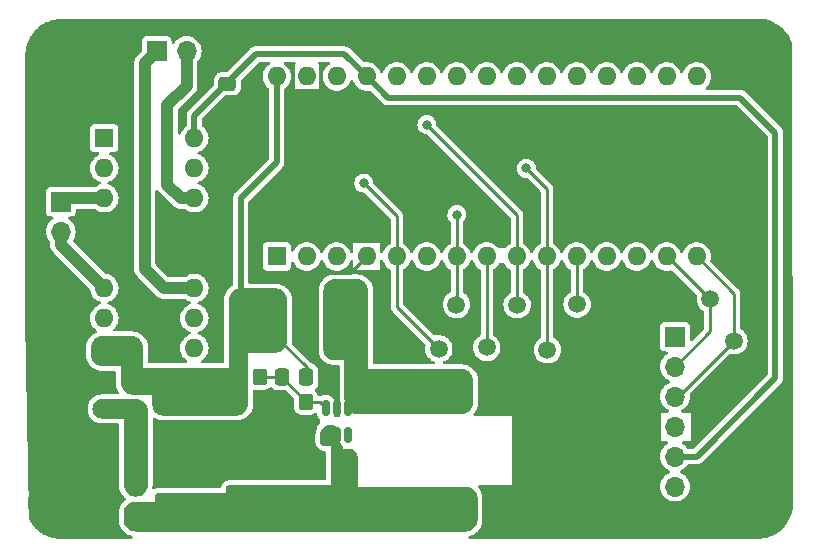
<source format=gtl>
G04 #@! TF.GenerationSoftware,KiCad,Pcbnew,(7.0.0)*
G04 #@! TF.CreationDate,2023-02-16T13:39:53+01:00*
G04 #@! TF.ProjectId,Sumo,53756d6f-2e6b-4696-9361-645f70636258,rev?*
G04 #@! TF.SameCoordinates,Original*
G04 #@! TF.FileFunction,Copper,L1,Top*
G04 #@! TF.FilePolarity,Positive*
%FSLAX46Y46*%
G04 Gerber Fmt 4.6, Leading zero omitted, Abs format (unit mm)*
G04 Created by KiCad (PCBNEW (7.0.0)) date 2023-02-16 13:39:53*
%MOMM*%
%LPD*%
G01*
G04 APERTURE LIST*
G04 Aperture macros list*
%AMRoundRect*
0 Rectangle with rounded corners*
0 $1 Rounding radius*
0 $2 $3 $4 $5 $6 $7 $8 $9 X,Y pos of 4 corners*
0 Add a 4 corners polygon primitive as box body*
4,1,4,$2,$3,$4,$5,$6,$7,$8,$9,$2,$3,0*
0 Add four circle primitives for the rounded corners*
1,1,$1+$1,$2,$3*
1,1,$1+$1,$4,$5*
1,1,$1+$1,$6,$7*
1,1,$1+$1,$8,$9*
0 Add four rect primitives between the rounded corners*
20,1,$1+$1,$2,$3,$4,$5,0*
20,1,$1+$1,$4,$5,$6,$7,0*
20,1,$1+$1,$6,$7,$8,$9,0*
20,1,$1+$1,$8,$9,$2,$3,0*%
G04 Aperture macros list end*
G04 #@! TA.AperFunction,SMDPad,CuDef*
%ADD10C,1.500000*%
G04 #@! TD*
G04 #@! TA.AperFunction,SMDPad,CuDef*
%ADD11RoundRect,0.750000X1.950000X0.750000X-1.950000X0.750000X-1.950000X-0.750000X1.950000X-0.750000X0*%
G04 #@! TD*
G04 #@! TA.AperFunction,ComponentPad*
%ADD12R,1.600000X1.600000*%
G04 #@! TD*
G04 #@! TA.AperFunction,ComponentPad*
%ADD13O,1.600000X1.600000*%
G04 #@! TD*
G04 #@! TA.AperFunction,ComponentPad*
%ADD14R,1.700000X1.700000*%
G04 #@! TD*
G04 #@! TA.AperFunction,ComponentPad*
%ADD15O,1.700000X1.700000*%
G04 #@! TD*
G04 #@! TA.AperFunction,SMDPad,CuDef*
%ADD16RoundRect,0.250000X-0.450000X0.325000X-0.450000X-0.325000X0.450000X-0.325000X0.450000X0.325000X0*%
G04 #@! TD*
G04 #@! TA.AperFunction,SMDPad,CuDef*
%ADD17RoundRect,0.250000X-0.475000X0.337500X-0.475000X-0.337500X0.475000X-0.337500X0.475000X0.337500X0*%
G04 #@! TD*
G04 #@! TA.AperFunction,ComponentPad*
%ADD18C,1.600000*%
G04 #@! TD*
G04 #@! TA.AperFunction,SMDPad,CuDef*
%ADD19RoundRect,0.250000X1.000000X-1.400000X1.000000X1.400000X-1.000000X1.400000X-1.000000X-1.400000X0*%
G04 #@! TD*
G04 #@! TA.AperFunction,SMDPad,CuDef*
%ADD20RoundRect,0.150000X-0.150000X0.512500X-0.150000X-0.512500X0.150000X-0.512500X0.150000X0.512500X0*%
G04 #@! TD*
G04 #@! TA.AperFunction,SMDPad,CuDef*
%ADD21RoundRect,0.250000X0.337500X0.475000X-0.337500X0.475000X-0.337500X-0.475000X0.337500X-0.475000X0*%
G04 #@! TD*
G04 #@! TA.AperFunction,ComponentPad*
%ADD22C,5.600000*%
G04 #@! TD*
G04 #@! TA.AperFunction,SMDPad,CuDef*
%ADD23RoundRect,0.250000X0.350000X0.450000X-0.350000X0.450000X-0.350000X-0.450000X0.350000X-0.450000X0*%
G04 #@! TD*
G04 #@! TA.AperFunction,SMDPad,CuDef*
%ADD24RoundRect,0.250000X-0.350000X-0.450000X0.350000X-0.450000X0.350000X0.450000X-0.350000X0.450000X0*%
G04 #@! TD*
G04 #@! TA.AperFunction,ComponentPad*
%ADD25RoundRect,0.250000X-0.625000X0.350000X-0.625000X-0.350000X0.625000X-0.350000X0.625000X0.350000X0*%
G04 #@! TD*
G04 #@! TA.AperFunction,ComponentPad*
%ADD26O,1.750000X1.200000*%
G04 #@! TD*
G04 #@! TA.AperFunction,SMDPad,CuDef*
%ADD27RoundRect,0.250000X-0.337500X-0.475000X0.337500X-0.475000X0.337500X0.475000X-0.337500X0.475000X0*%
G04 #@! TD*
G04 #@! TA.AperFunction,SMDPad,CuDef*
%ADD28RoundRect,0.250000X1.400000X1.000000X-1.400000X1.000000X-1.400000X-1.000000X1.400000X-1.000000X0*%
G04 #@! TD*
G04 #@! TA.AperFunction,ViaPad*
%ADD29C,0.800000*%
G04 #@! TD*
G04 #@! TA.AperFunction,Conductor*
%ADD30C,0.250000*%
G04 #@! TD*
G04 #@! TA.AperFunction,Conductor*
%ADD31C,0.500000*%
G04 #@! TD*
G04 #@! TA.AperFunction,Conductor*
%ADD32C,1.000000*%
G04 #@! TD*
G04 APERTURE END LIST*
D10*
X136500000Y-74168000D03*
D11*
X134874000Y-91440000D03*
X134874000Y-81640000D03*
D10*
X146710400Y-74142600D03*
D12*
X106679999Y-60070999D03*
D13*
X106679999Y-62610999D03*
X106679999Y-65150999D03*
X106679999Y-67690999D03*
X106679999Y-70230999D03*
X106679999Y-72770999D03*
X106679999Y-75310999D03*
X106679999Y-77850999D03*
X114299999Y-77850999D03*
X114299999Y-75310999D03*
X114299999Y-72770999D03*
X114299999Y-70230999D03*
X114299999Y-67690999D03*
X114299999Y-65150999D03*
X114299999Y-62610999D03*
X114299999Y-60070999D03*
D10*
X144200000Y-78000000D03*
D14*
X111119999Y-52704999D03*
D15*
X113659999Y-52704999D03*
D16*
X109374000Y-89515000D03*
X109374000Y-91565000D03*
D14*
X102999999Y-65459999D03*
D15*
X102999999Y-67999999D03*
D17*
X117100000Y-55462500D03*
X117100000Y-57537500D03*
D12*
X113899999Y-82494887D03*
D18*
X113900000Y-84994888D03*
D19*
X120298000Y-75500000D03*
X127098000Y-75500000D03*
D20*
X127315000Y-82902500D03*
X126365000Y-82902500D03*
X125415000Y-82902500D03*
X125415000Y-85177500D03*
X126365000Y-85177500D03*
X127315000Y-85177500D03*
D21*
X126911500Y-87540000D03*
X124836500Y-87540000D03*
D22*
X103000000Y-91000000D03*
D23*
X123750000Y-82400000D03*
X121750000Y-82400000D03*
D10*
X139065000Y-77800000D03*
D22*
X162000000Y-91000000D03*
D12*
X121284999Y-70093999D03*
D13*
X123824999Y-70093999D03*
X126364999Y-70093999D03*
X128904999Y-70093999D03*
X131444999Y-70093999D03*
X133984999Y-70093999D03*
X136524999Y-70093999D03*
X139064999Y-70093999D03*
X141604999Y-70093999D03*
X144144999Y-70093999D03*
X146684999Y-70093999D03*
X149224999Y-70093999D03*
X151764999Y-70093999D03*
X154304999Y-70093999D03*
X156844999Y-70093999D03*
X156844999Y-54853999D03*
X154304999Y-54853999D03*
X151764999Y-54853999D03*
X149224999Y-54853999D03*
X146684999Y-54853999D03*
X144144999Y-54853999D03*
X141604999Y-54853999D03*
X139064999Y-54853999D03*
X136524999Y-54853999D03*
X133984999Y-54853999D03*
X131444999Y-54853999D03*
X128904999Y-54853999D03*
X126364999Y-54853999D03*
X123824999Y-54853999D03*
X121284999Y-54853999D03*
D24*
X117872000Y-80264000D03*
X119872000Y-80264000D03*
D10*
X160000000Y-77230000D03*
D21*
X123800000Y-80300000D03*
X121725000Y-80300000D03*
D22*
X103000000Y-53000000D03*
X162000000Y-53000000D03*
D12*
X113873999Y-91245112D03*
D18*
X113874000Y-88745113D03*
D14*
X154999999Y-76879999D03*
D15*
X154999999Y-79419999D03*
X154999999Y-81959999D03*
X154999999Y-84499999D03*
X154999999Y-87039999D03*
X154999999Y-89579999D03*
D25*
X106844000Y-83000000D03*
D26*
X106843999Y-84999999D03*
D27*
X117834500Y-82423000D03*
X119909500Y-82423000D03*
D10*
X158000000Y-73730000D03*
X141630400Y-74193400D03*
D28*
X120400000Y-91900000D03*
X120400000Y-85100000D03*
D10*
X135000000Y-77900000D03*
D29*
X115835715Y-53850000D03*
X135835715Y-57850000D03*
X155835715Y-57850000D03*
X155835715Y-73850000D03*
X163835715Y-57850000D03*
X159835715Y-65850000D03*
X143835715Y-89850000D03*
X147835715Y-89850000D03*
X126111000Y-81153000D03*
X111835715Y-77850000D03*
X163835715Y-85850000D03*
X139835715Y-89850000D03*
X143835715Y-81850000D03*
X107835715Y-53850000D03*
X115835715Y-85850000D03*
X143835715Y-57850000D03*
X151835715Y-85850000D03*
X163835715Y-81850000D03*
X159835715Y-57850000D03*
X147835715Y-65850000D03*
X103835715Y-61850000D03*
X159835715Y-61850000D03*
X151835715Y-73850000D03*
X139835715Y-81850000D03*
X147835715Y-57850000D03*
X155835715Y-61850000D03*
X103835715Y-73850000D03*
X147835715Y-61850000D03*
X131835715Y-77850000D03*
X111835715Y-85850000D03*
X139835715Y-57850000D03*
X155835715Y-65850000D03*
X103835715Y-77850000D03*
X151835715Y-81850000D03*
X126111000Y-79883000D03*
X147835715Y-77850000D03*
X103835715Y-85850000D03*
X147835715Y-85850000D03*
X103835715Y-81850000D03*
X103835715Y-57850000D03*
X151835715Y-57850000D03*
X151835715Y-61850000D03*
X151835715Y-77850000D03*
X151835715Y-65850000D03*
X159835715Y-69850000D03*
X143835715Y-85850000D03*
X147835715Y-81850000D03*
X151835715Y-89850000D03*
X111835715Y-69850000D03*
X128651000Y-63881000D03*
X133985000Y-58928000D03*
X136525000Y-66548000D03*
X142417800Y-62636400D03*
D30*
X125349000Y-71501000D02*
X124206000Y-72644000D01*
X128905000Y-70094000D02*
X127498000Y-71501000D01*
X122436500Y-85140000D02*
X120374000Y-85140000D01*
X124836500Y-87540000D02*
X122436500Y-85140000D01*
X127498000Y-71501000D02*
X125349000Y-71501000D01*
X131445000Y-70094000D02*
X131445000Y-66675000D01*
X131445000Y-70094000D02*
X131445000Y-74345000D01*
X131445000Y-74345000D02*
X135000000Y-77900000D01*
X131445000Y-66675000D02*
X128651000Y-63881000D01*
X141605000Y-66548000D02*
X133985000Y-58928000D01*
X141605000Y-70094000D02*
X141605000Y-66548000D01*
X141630400Y-74193400D02*
X141630400Y-70119400D01*
X136525000Y-70094000D02*
X136525000Y-74143000D01*
X136525000Y-70094000D02*
X136525000Y-66548000D01*
X139065000Y-77800000D02*
X139065000Y-70094000D01*
X146710400Y-74142600D02*
X146710400Y-70119400D01*
X144145000Y-70094000D02*
X144145000Y-77945000D01*
X144145000Y-70094000D02*
X144145000Y-64363600D01*
X144145000Y-64363600D02*
X142417800Y-62636400D01*
X158000000Y-76420000D02*
X155000000Y-79420000D01*
X154305000Y-70094000D02*
X157941000Y-73730000D01*
X158000000Y-73730000D02*
X158000000Y-76420000D01*
X156845000Y-70094000D02*
X160000000Y-73249000D01*
X160000000Y-73249000D02*
X160000000Y-77230000D01*
X160000000Y-77230000D02*
X155270000Y-81960000D01*
D31*
X114300000Y-58166000D02*
X119507000Y-52959000D01*
X163500000Y-80400000D02*
X156860000Y-87040000D01*
X127010000Y-52959000D02*
X128905000Y-54854000D01*
X163500000Y-59614000D02*
X163500000Y-80400000D01*
X119507000Y-52959000D02*
X127010000Y-52959000D01*
X130693000Y-56642000D02*
X160528000Y-56642000D01*
X128905000Y-54854000D02*
X130693000Y-56642000D01*
X160528000Y-56642000D02*
X163500000Y-59614000D01*
X114300000Y-60071000D02*
X114300000Y-58166000D01*
X156860000Y-87040000D02*
X155000000Y-87040000D01*
X118237000Y-73885000D02*
X120298000Y-75946000D01*
X118237000Y-65137000D02*
X118237000Y-73885000D01*
D30*
X123837500Y-80250000D02*
X123837500Y-79485500D01*
D31*
X121285000Y-54854000D02*
X121285000Y-62089000D01*
X121285000Y-62089000D02*
X118237000Y-65137000D01*
D30*
X123837500Y-79485500D02*
X120298000Y-75946000D01*
X119872000Y-80264000D02*
X121650000Y-80264000D01*
X121650000Y-80264000D02*
X123809000Y-82423000D01*
X124935500Y-82423000D02*
X125415000Y-82902500D01*
X123809000Y-82423000D02*
X124935500Y-82423000D01*
X134874000Y-91440000D02*
X128349000Y-91440000D01*
X125424000Y-85177500D02*
X126374000Y-85177500D01*
X113874000Y-91245113D02*
X119679113Y-91245113D01*
X124974000Y-91940000D02*
X126911500Y-90002500D01*
X128349000Y-91440000D02*
X126911500Y-90002500D01*
X126374000Y-87002500D02*
X126911500Y-87540000D01*
X120374000Y-91940000D02*
X124974000Y-91940000D01*
X109693887Y-91245113D02*
X113874000Y-91245113D01*
X126374000Y-85177500D02*
X126374000Y-87002500D01*
X126911500Y-90002500D02*
X126911500Y-87540000D01*
X134874000Y-81640000D02*
X128586500Y-81640000D01*
X128586500Y-81640000D02*
X127324000Y-82902500D01*
D32*
X106680000Y-65151000D02*
X103309000Y-65151000D01*
X103000000Y-69091000D02*
X103000000Y-68000000D01*
X106680000Y-72771000D02*
X103000000Y-69091000D01*
X110109000Y-71120000D02*
X110109000Y-53716000D01*
X110109000Y-53716000D02*
X111120000Y-52705000D01*
X111760000Y-72771000D02*
X110109000Y-71120000D01*
X114300000Y-72771000D02*
X111760000Y-72771000D01*
X113660000Y-52705000D02*
X113660000Y-55631000D01*
X112014000Y-57277000D02*
X112014000Y-64008000D01*
X113157000Y-65151000D02*
X114300000Y-65151000D01*
X112014000Y-64008000D02*
X113157000Y-65151000D01*
X113660000Y-55631000D02*
X112014000Y-57277000D01*
G04 #@! TA.AperFunction,Conductor*
G36*
X128038162Y-72009606D02*
G01*
X128214740Y-72026998D01*
X128238959Y-72031815D01*
X128402815Y-72081520D01*
X128425622Y-72090967D01*
X128551153Y-72158064D01*
X128576627Y-72171681D01*
X128597165Y-72185404D01*
X128729514Y-72294020D01*
X128746979Y-72311485D01*
X128855595Y-72443834D01*
X128869318Y-72464372D01*
X128950029Y-72615370D01*
X128959482Y-72638191D01*
X129009183Y-72802037D01*
X129014001Y-72826261D01*
X129031393Y-73002836D01*
X129032000Y-73015187D01*
X129032000Y-79629000D01*
X136915813Y-79629000D01*
X136928162Y-79629606D01*
X137104740Y-79646998D01*
X137128959Y-79651815D01*
X137292815Y-79701520D01*
X137315622Y-79710967D01*
X137441153Y-79778064D01*
X137466627Y-79791681D01*
X137487165Y-79805404D01*
X137619514Y-79914020D01*
X137636979Y-79931485D01*
X137745595Y-80063834D01*
X137759318Y-80084372D01*
X137840029Y-80235370D01*
X137849482Y-80258191D01*
X137899183Y-80422037D01*
X137904001Y-80446261D01*
X137921393Y-80622836D01*
X137922000Y-80635187D01*
X137922000Y-82432813D01*
X137921393Y-82445164D01*
X137904001Y-82621738D01*
X137899183Y-82645962D01*
X137849482Y-82809808D01*
X137840029Y-82832629D01*
X137759318Y-82983627D01*
X137745595Y-83004165D01*
X137636979Y-83136514D01*
X137619514Y-83153979D01*
X137487165Y-83262595D01*
X137466627Y-83276318D01*
X137315629Y-83357029D01*
X137292808Y-83366482D01*
X137128962Y-83416183D01*
X137104738Y-83421001D01*
X136956273Y-83435624D01*
X136928161Y-83438393D01*
X136915813Y-83439000D01*
X128006187Y-83439000D01*
X127993838Y-83438393D01*
X127961095Y-83435168D01*
X127817261Y-83421001D01*
X127793037Y-83416183D01*
X127629191Y-83366482D01*
X127606372Y-83357030D01*
X127558011Y-83331180D01*
X127455372Y-83276318D01*
X127434834Y-83262595D01*
X127302485Y-83153979D01*
X127285020Y-83136514D01*
X127176404Y-83004165D01*
X127162681Y-82983627D01*
X127149064Y-82958153D01*
X127081967Y-82832622D01*
X127072514Y-82809796D01*
X127070920Y-82804540D01*
X127065500Y-82767982D01*
X127065500Y-82350665D01*
X127065500Y-82346898D01*
X127054877Y-82258436D01*
X127008785Y-82141555D01*
X127000000Y-82095331D01*
X127000000Y-79759536D01*
X127000000Y-79756000D01*
X127000000Y-78867000D01*
X126111000Y-78867000D01*
X126027046Y-78857540D01*
X125927283Y-78846300D01*
X125899776Y-78840021D01*
X125738677Y-78783650D01*
X125713258Y-78771409D01*
X125568737Y-78680600D01*
X125546678Y-78663008D01*
X125425991Y-78542321D01*
X125408399Y-78520262D01*
X125317588Y-78375738D01*
X125305351Y-78350327D01*
X125248976Y-78189218D01*
X125242700Y-78161720D01*
X125222792Y-77985029D01*
X125222000Y-77970922D01*
X125222000Y-73015187D01*
X125222607Y-73002837D01*
X125239998Y-72826262D01*
X125239999Y-72826261D01*
X125239998Y-72826257D01*
X125244814Y-72802042D01*
X125294521Y-72638181D01*
X125303965Y-72615380D01*
X125384682Y-72464369D01*
X125398398Y-72443842D01*
X125507025Y-72311479D01*
X125524479Y-72294025D01*
X125656842Y-72185398D01*
X125677369Y-72171682D01*
X125828380Y-72090965D01*
X125851181Y-72081521D01*
X126014679Y-72031925D01*
X126051255Y-72026500D01*
X127486851Y-72026500D01*
X127491152Y-72026572D01*
X127552245Y-72028660D01*
X127589968Y-72019466D01*
X127602628Y-72017059D01*
X127624305Y-72014080D01*
X127641114Y-72011771D01*
X127641163Y-72012134D01*
X127663970Y-72009000D01*
X128025813Y-72009000D01*
X128038162Y-72009606D01*
G37*
G04 #@! TD.AperFunction*
G04 #@! TA.AperFunction,Conductor*
G36*
X108833039Y-82170362D02*
G01*
X108854514Y-82173548D01*
X109031091Y-82190940D01*
X109050930Y-82192404D01*
X109063279Y-82193011D01*
X109083187Y-82193500D01*
X109556821Y-82193500D01*
X109593396Y-82198925D01*
X109733809Y-82241518D01*
X109756627Y-82250969D01*
X109770345Y-82258302D01*
X109907627Y-82331681D01*
X109928162Y-82345402D01*
X110060514Y-82454020D01*
X110077979Y-82471485D01*
X110186595Y-82603834D01*
X110200318Y-82624372D01*
X110281029Y-82775370D01*
X110290481Y-82798190D01*
X110298588Y-82824914D01*
X110340183Y-82962037D01*
X110345001Y-82986261D01*
X110362393Y-83162836D01*
X110363000Y-83175187D01*
X110363000Y-89417813D01*
X110362393Y-89430164D01*
X110345001Y-89606738D01*
X110340183Y-89630962D01*
X110290482Y-89794808D01*
X110281029Y-89817629D01*
X110200318Y-89968627D01*
X110186595Y-89989165D01*
X110077979Y-90121514D01*
X110060514Y-90138979D01*
X109928165Y-90247595D01*
X109907627Y-90261318D01*
X109756629Y-90342029D01*
X109733808Y-90351482D01*
X109569962Y-90401183D01*
X109545738Y-90406001D01*
X109397273Y-90420624D01*
X109369161Y-90423393D01*
X109356813Y-90424000D01*
X109337187Y-90424000D01*
X109324838Y-90423393D01*
X109292095Y-90420168D01*
X109148261Y-90406001D01*
X109124037Y-90401183D01*
X108960191Y-90351482D01*
X108937372Y-90342030D01*
X108889011Y-90316180D01*
X108786372Y-90261318D01*
X108765834Y-90247595D01*
X108633485Y-90138979D01*
X108616020Y-90121514D01*
X108507404Y-89989165D01*
X108493681Y-89968627D01*
X108480064Y-89943153D01*
X108412967Y-89817622D01*
X108403520Y-89794815D01*
X108353815Y-89630959D01*
X108348998Y-89606737D01*
X108331607Y-89430163D01*
X108331000Y-89417813D01*
X108331000Y-84823092D01*
X108331000Y-84820000D01*
X108331000Y-83820000D01*
X107331000Y-83820000D01*
X107327908Y-83820000D01*
X106496579Y-83820000D01*
X106482471Y-83819208D01*
X106319913Y-83800892D01*
X106292406Y-83794613D01*
X106144729Y-83742939D01*
X106119308Y-83730697D01*
X105986828Y-83647454D01*
X105964769Y-83629862D01*
X105854137Y-83519230D01*
X105836545Y-83497171D01*
X105753299Y-83364686D01*
X105741062Y-83339276D01*
X105689384Y-83191588D01*
X105683108Y-83164090D01*
X105665589Y-83008603D01*
X105665589Y-82980393D01*
X105683108Y-82824907D01*
X105689384Y-82797413D01*
X105741064Y-82649720D01*
X105753297Y-82624316D01*
X105836549Y-82491822D01*
X105854133Y-82469773D01*
X105964773Y-82359133D01*
X105986822Y-82341549D01*
X106119316Y-82258297D01*
X106144720Y-82246064D01*
X106292413Y-82194384D01*
X106319907Y-82188108D01*
X106457670Y-82172586D01*
X106482472Y-82169792D01*
X106496579Y-82169000D01*
X108814554Y-82169000D01*
X108833039Y-82170362D01*
G37*
G04 #@! TD.AperFunction*
G04 #@! TA.AperFunction,Conductor*
G36*
X121180162Y-72806606D02*
G01*
X121356740Y-72823998D01*
X121380959Y-72828815D01*
X121544815Y-72878520D01*
X121567622Y-72887967D01*
X121693153Y-72955064D01*
X121718627Y-72968681D01*
X121739165Y-72982404D01*
X121871514Y-73091020D01*
X121888979Y-73108485D01*
X121997595Y-73240834D01*
X122011318Y-73261372D01*
X122092029Y-73412370D01*
X122101482Y-73435191D01*
X122151183Y-73599037D01*
X122156001Y-73623261D01*
X122173393Y-73799836D01*
X122174000Y-73812187D01*
X122174000Y-77225813D01*
X122173393Y-77238164D01*
X122156001Y-77414738D01*
X122151183Y-77438962D01*
X122101482Y-77602808D01*
X122092029Y-77625629D01*
X122011318Y-77776627D01*
X121997595Y-77797165D01*
X121888979Y-77929514D01*
X121871514Y-77946979D01*
X121739165Y-78055595D01*
X121718627Y-78069318D01*
X121567629Y-78150029D01*
X121544808Y-78159482D01*
X121380962Y-78209183D01*
X121356738Y-78214001D01*
X121208273Y-78228624D01*
X121180161Y-78231393D01*
X121167813Y-78232000D01*
X118872000Y-78232000D01*
X118872000Y-79232000D01*
X118872000Y-79235092D01*
X118872000Y-79736997D01*
X118871750Y-79743359D01*
X118871791Y-79743361D01*
X118871693Y-79745849D01*
X118871500Y-79748306D01*
X118871500Y-80779694D01*
X118871693Y-80782150D01*
X118871791Y-80784639D01*
X118871750Y-80784640D01*
X118872000Y-80791003D01*
X118872000Y-82559813D01*
X118871393Y-82572164D01*
X118854001Y-82748738D01*
X118849183Y-82772962D01*
X118799482Y-82936808D01*
X118790029Y-82959629D01*
X118709318Y-83110627D01*
X118695595Y-83131165D01*
X118586979Y-83263514D01*
X118569514Y-83280979D01*
X118437165Y-83389595D01*
X118416627Y-83403318D01*
X118265629Y-83484029D01*
X118242808Y-83493482D01*
X118078962Y-83543183D01*
X118054738Y-83548001D01*
X117906273Y-83562624D01*
X117878161Y-83565393D01*
X117865813Y-83566000D01*
X111640078Y-83566000D01*
X111625971Y-83565208D01*
X111555826Y-83557304D01*
X111449283Y-83545300D01*
X111421776Y-83539021D01*
X111260677Y-83482650D01*
X111235258Y-83470409D01*
X111090737Y-83379600D01*
X111068678Y-83362008D01*
X110947991Y-83241321D01*
X110930399Y-83219262D01*
X110862139Y-83110627D01*
X110839588Y-83074738D01*
X110827351Y-83049327D01*
X110770976Y-82888218D01*
X110764700Y-82860720D01*
X110744000Y-82677000D01*
X110744000Y-81788000D01*
X109855000Y-81788000D01*
X109851464Y-81788000D01*
X109083187Y-81788000D01*
X109070838Y-81787393D01*
X109038095Y-81784168D01*
X108894261Y-81770001D01*
X108870037Y-81765183D01*
X108706191Y-81715482D01*
X108683372Y-81706030D01*
X108635011Y-81680180D01*
X108532372Y-81625318D01*
X108511834Y-81611595D01*
X108379485Y-81502979D01*
X108362020Y-81485514D01*
X108253404Y-81353165D01*
X108239681Y-81332627D01*
X108226064Y-81307153D01*
X108158967Y-81181622D01*
X108149520Y-81158815D01*
X108099815Y-80994959D01*
X108094998Y-80970737D01*
X108077607Y-80794163D01*
X108077000Y-80781813D01*
X108077000Y-80378092D01*
X108077000Y-80375000D01*
X108077000Y-79375000D01*
X107077000Y-79375000D01*
X107073908Y-79375000D01*
X106543187Y-79375000D01*
X106530838Y-79374393D01*
X106498095Y-79371168D01*
X106354261Y-79357001D01*
X106330037Y-79352183D01*
X106166191Y-79302482D01*
X106143372Y-79293030D01*
X106072906Y-79255365D01*
X105992372Y-79212318D01*
X105971834Y-79198595D01*
X105839485Y-79089979D01*
X105822020Y-79072514D01*
X105713402Y-78940162D01*
X105699681Y-78919627D01*
X105677839Y-78878764D01*
X105618967Y-78768622D01*
X105609520Y-78745815D01*
X105559815Y-78581959D01*
X105554998Y-78557737D01*
X105551990Y-78527200D01*
X105537606Y-78381162D01*
X105537000Y-78368813D01*
X105537000Y-77841187D01*
X105537607Y-77828837D01*
X105540726Y-77797165D01*
X105554998Y-77652257D01*
X105559814Y-77628042D01*
X105609521Y-77464181D01*
X105618965Y-77441380D01*
X105699682Y-77290369D01*
X105713398Y-77269842D01*
X105822025Y-77137479D01*
X105839479Y-77120025D01*
X105971842Y-77011398D01*
X105992369Y-76997682D01*
X106143380Y-76916965D01*
X106166181Y-76907521D01*
X106330042Y-76857814D01*
X106354257Y-76852998D01*
X106530837Y-76835606D01*
X106543187Y-76835000D01*
X108975813Y-76835000D01*
X108988162Y-76835606D01*
X109164740Y-76852998D01*
X109188959Y-76857815D01*
X109352815Y-76907520D01*
X109375622Y-76916967D01*
X109501153Y-76984064D01*
X109526627Y-76997681D01*
X109547165Y-77011404D01*
X109679514Y-77120020D01*
X109696979Y-77137485D01*
X109805595Y-77269834D01*
X109819318Y-77290372D01*
X109900029Y-77441370D01*
X109909482Y-77464191D01*
X109959183Y-77628037D01*
X109964001Y-77652261D01*
X109981393Y-77828836D01*
X109982000Y-77841187D01*
X109982000Y-79502000D01*
X110982000Y-79502000D01*
X110985092Y-79502000D01*
X116217908Y-79502000D01*
X116221000Y-79502000D01*
X117221000Y-79502000D01*
X117221000Y-73812187D01*
X117221607Y-73799837D01*
X117238998Y-73623262D01*
X117238999Y-73623261D01*
X117238998Y-73623257D01*
X117243814Y-73599042D01*
X117293521Y-73435181D01*
X117302965Y-73412380D01*
X117383682Y-73261369D01*
X117397398Y-73240842D01*
X117506025Y-73108479D01*
X117523479Y-73091025D01*
X117655842Y-72982398D01*
X117676369Y-72968682D01*
X117827380Y-72887965D01*
X117850181Y-72878521D01*
X118014042Y-72828814D01*
X118038257Y-72823998D01*
X118214837Y-72806606D01*
X118227187Y-72806000D01*
X121167813Y-72806000D01*
X121180162Y-72806606D01*
G37*
G04 #@! TD.AperFunction*
G04 #@! TA.AperFunction,Conductor*
G36*
X125904662Y-84368606D02*
G01*
X126071980Y-84385086D01*
X126096194Y-84389902D01*
X126251129Y-84436902D01*
X126273948Y-84446353D01*
X126416737Y-84522675D01*
X126437273Y-84536397D01*
X126562426Y-84639108D01*
X126579893Y-84656575D01*
X126585901Y-84663896D01*
X126607135Y-84701381D01*
X126614500Y-84743828D01*
X126614500Y-85733102D01*
X126625123Y-85821564D01*
X126680639Y-85962342D01*
X126772078Y-86082922D01*
X126851000Y-86142771D01*
X126851000Y-86400000D01*
X127486000Y-86400000D01*
X127633906Y-86419472D01*
X127665671Y-86427983D01*
X127788175Y-86478726D01*
X127816659Y-86495171D01*
X127921852Y-86575888D01*
X127945111Y-86599147D01*
X128025828Y-86704340D01*
X128042274Y-86732826D01*
X128093015Y-86855325D01*
X128101528Y-86887097D01*
X128119922Y-87026812D01*
X128121000Y-87043258D01*
X128121000Y-89575000D01*
X137274813Y-89575000D01*
X137287162Y-89575606D01*
X137463740Y-89592998D01*
X137487959Y-89597815D01*
X137651815Y-89647520D01*
X137674622Y-89656967D01*
X137800153Y-89724064D01*
X137825627Y-89737681D01*
X137846165Y-89751404D01*
X137978514Y-89860020D01*
X137995978Y-89877484D01*
X138012255Y-89897318D01*
X138104595Y-90009834D01*
X138118318Y-90030372D01*
X138199029Y-90181370D01*
X138208482Y-90204191D01*
X138258183Y-90368037D01*
X138263001Y-90392261D01*
X138280393Y-90568836D01*
X138281000Y-90581187D01*
X138281000Y-92378813D01*
X138280393Y-92391164D01*
X138263001Y-92567738D01*
X138258183Y-92591962D01*
X138208482Y-92755808D01*
X138199029Y-92778629D01*
X138118318Y-92929627D01*
X138104595Y-92950165D01*
X137995979Y-93082514D01*
X137978514Y-93099979D01*
X137846165Y-93208595D01*
X137825627Y-93222318D01*
X137674629Y-93303029D01*
X137651808Y-93312482D01*
X137487962Y-93362183D01*
X137463738Y-93367001D01*
X137315273Y-93381624D01*
X137287161Y-93384393D01*
X137274813Y-93385000D01*
X109315187Y-93385000D01*
X109302838Y-93384393D01*
X109270095Y-93381168D01*
X109126261Y-93367001D01*
X109102037Y-93362183D01*
X108938191Y-93312482D01*
X108915372Y-93303030D01*
X108867011Y-93277180D01*
X108764372Y-93222318D01*
X108743834Y-93208595D01*
X108611485Y-93099979D01*
X108594020Y-93082514D01*
X108485404Y-92950165D01*
X108471681Y-92929627D01*
X108458064Y-92904153D01*
X108390967Y-92778622D01*
X108381520Y-92755815D01*
X108331815Y-92591959D01*
X108326998Y-92567737D01*
X108309607Y-92391163D01*
X108309000Y-92378813D01*
X108309000Y-91851187D01*
X108309607Y-91838837D01*
X108326998Y-91662262D01*
X108331814Y-91638042D01*
X108381521Y-91474181D01*
X108390965Y-91451380D01*
X108471682Y-91300369D01*
X108485398Y-91279842D01*
X108594025Y-91147479D01*
X108611479Y-91130025D01*
X108743842Y-91021398D01*
X108764369Y-91007682D01*
X108915380Y-90926965D01*
X108938181Y-90917521D01*
X109102042Y-90867814D01*
X109126257Y-90862998D01*
X109302837Y-90845606D01*
X109315187Y-90845000D01*
X110590046Y-90845000D01*
X110595000Y-90845000D01*
X110976000Y-90845000D01*
X110976000Y-90464000D01*
X110991525Y-90365971D01*
X111003704Y-90328489D01*
X111039709Y-90257825D01*
X111062872Y-90225946D01*
X111118946Y-90169872D01*
X111150825Y-90146709D01*
X111221489Y-90110704D01*
X111258971Y-90098525D01*
X111347207Y-90084550D01*
X111366917Y-90083000D01*
X116621313Y-90083000D01*
X116627500Y-90083000D01*
X116945000Y-90083000D01*
X116945000Y-89765500D01*
X116964278Y-89668580D01*
X116983092Y-89623159D01*
X117003246Y-89592998D01*
X117024070Y-89561831D01*
X117058832Y-89527070D01*
X117120160Y-89486091D01*
X117165580Y-89467278D01*
X117250328Y-89450421D01*
X117274910Y-89448000D01*
X124831908Y-89448000D01*
X124835000Y-89448000D01*
X125835000Y-89448000D01*
X125835000Y-86146000D01*
X125390500Y-86146000D01*
X125368898Y-86142578D01*
X125272852Y-86127366D01*
X125235360Y-86115184D01*
X125147007Y-86070166D01*
X125115115Y-86046994D01*
X125045005Y-85976884D01*
X125021833Y-85944992D01*
X124976815Y-85856639D01*
X124964633Y-85819146D01*
X124947551Y-85711293D01*
X124946000Y-85691583D01*
X124946000Y-85264078D01*
X124946792Y-85249971D01*
X124947419Y-85244401D01*
X124966700Y-85073277D01*
X124972976Y-85045783D01*
X125029353Y-84884668D01*
X125041586Y-84859264D01*
X125132403Y-84714731D01*
X125149987Y-84692682D01*
X125270682Y-84571987D01*
X125292731Y-84554403D01*
X125437264Y-84463586D01*
X125462668Y-84451353D01*
X125623783Y-84394976D01*
X125651277Y-84388700D01*
X125827970Y-84368792D01*
X125842078Y-84368000D01*
X125892313Y-84368000D01*
X125904662Y-84368606D01*
G37*
G04 #@! TD.AperFunction*
G04 #@! TA.AperFunction,Conductor*
G36*
X162496496Y-50000110D02*
G01*
X162563611Y-50002935D01*
X162574127Y-50003823D01*
X162640745Y-50012276D01*
X162645946Y-50013047D01*
X162660517Y-50015523D01*
X162663912Y-50016150D01*
X162699106Y-50023150D01*
X162707096Y-50025013D01*
X162845611Y-50062128D01*
X162847805Y-50062738D01*
X162985177Y-50102314D01*
X162988562Y-50103341D01*
X163009001Y-50109856D01*
X163015872Y-50112267D01*
X163154713Y-50165563D01*
X163157606Y-50166717D01*
X163298190Y-50224948D01*
X163301354Y-50226312D01*
X163306841Y-50228767D01*
X163312540Y-50231491D01*
X163450064Y-50301564D01*
X163453770Y-50303532D01*
X163491271Y-50324258D01*
X163589470Y-50378531D01*
X163597145Y-50383136D01*
X163728725Y-50468585D01*
X163732988Y-50471480D01*
X163859090Y-50560955D01*
X163865471Y-50565794D01*
X163987542Y-50664645D01*
X163992182Y-50668593D01*
X164107393Y-50771552D01*
X164112528Y-50776408D01*
X164223590Y-50887470D01*
X164228446Y-50892605D01*
X164331395Y-51007804D01*
X164335365Y-51012470D01*
X164434204Y-51134527D01*
X164439043Y-51140908D01*
X164528509Y-51266997D01*
X164531422Y-51271286D01*
X164616862Y-51402853D01*
X164621467Y-51410528D01*
X164696456Y-51546209D01*
X164698445Y-51549955D01*
X164768496Y-51687437D01*
X164771241Y-51693178D01*
X164773676Y-51698620D01*
X164775073Y-51701864D01*
X164833251Y-51842319D01*
X164834473Y-51845383D01*
X164889212Y-51987985D01*
X164894788Y-52006757D01*
X164899912Y-52030687D01*
X164902380Y-52048027D01*
X164904390Y-52075963D01*
X164904715Y-52084720D01*
X164992950Y-91084096D01*
X164992939Y-91086055D01*
X164992565Y-91114211D01*
X164992452Y-91118133D01*
X164991198Y-91146339D01*
X164991095Y-91148295D01*
X164982222Y-91296060D01*
X164981941Y-91299816D01*
X164977222Y-91352185D01*
X164975984Y-91361783D01*
X164953224Y-91497056D01*
X164952946Y-91498644D01*
X164925559Y-91649586D01*
X164924830Y-91653285D01*
X164917145Y-91689446D01*
X164915073Y-91697788D01*
X164874650Y-91839623D01*
X164873885Y-91842201D01*
X164827175Y-91993750D01*
X164826012Y-91997332D01*
X164819376Y-92016777D01*
X164816735Y-92023822D01*
X164758144Y-92166931D01*
X164756666Y-92170392D01*
X164688454Y-92323769D01*
X164686875Y-92327182D01*
X164685712Y-92329600D01*
X164682766Y-92335344D01*
X164605208Y-92477466D01*
X164602809Y-92481668D01*
X164516636Y-92626096D01*
X164511671Y-92633770D01*
X164417863Y-92767844D01*
X164414360Y-92772608D01*
X164311998Y-92905199D01*
X164306869Y-92911421D01*
X164198595Y-93034510D01*
X164193835Y-93039627D01*
X164076514Y-93158953D01*
X164071478Y-93163799D01*
X163950256Y-93274129D01*
X163944122Y-93279363D01*
X163813252Y-93383983D01*
X163808547Y-93387567D01*
X163676103Y-93483616D01*
X163668515Y-93488709D01*
X163525559Y-93577323D01*
X163521398Y-93579793D01*
X163380634Y-93659734D01*
X163374946Y-93662774D01*
X163372532Y-93663986D01*
X163369142Y-93665626D01*
X163216935Y-93736431D01*
X163213498Y-93737967D01*
X163071415Y-93798968D01*
X163064420Y-93801727D01*
X163045082Y-93808695D01*
X163041516Y-93809920D01*
X162890777Y-93859192D01*
X162888213Y-93860000D01*
X162747096Y-93902817D01*
X162738786Y-93905032D01*
X162702748Y-93913330D01*
X162699068Y-93914120D01*
X162548575Y-93944069D01*
X162546991Y-93944373D01*
X162412151Y-93969417D01*
X162402575Y-93970818D01*
X162350338Y-93976419D01*
X162346592Y-93976764D01*
X162170809Y-93990318D01*
X162170272Y-93990358D01*
X162066962Y-93997880D01*
X162065088Y-93998003D01*
X162053246Y-93998688D01*
X162048400Y-93998875D01*
X162039941Y-93999038D01*
X162039532Y-93999046D01*
X162037105Y-93999069D01*
X137633093Y-93999246D01*
X137574603Y-93984848D01*
X137529481Y-93944945D01*
X137508038Y-93888655D01*
X137515175Y-93828844D01*
X137549261Y-93779181D01*
X137602502Y-93751016D01*
X137605670Y-93750223D01*
X137769516Y-93700522D01*
X137806989Y-93687114D01*
X137829810Y-93677661D01*
X137865782Y-93660647D01*
X138016780Y-93579936D01*
X138050910Y-93559479D01*
X138071448Y-93545756D01*
X138103411Y-93522051D01*
X138235760Y-93413435D01*
X138265246Y-93386711D01*
X138282711Y-93369246D01*
X138309435Y-93339760D01*
X138418051Y-93207411D01*
X138441756Y-93175448D01*
X138455479Y-93154910D01*
X138475936Y-93120780D01*
X138556647Y-92969782D01*
X138573661Y-92933810D01*
X138583114Y-92910989D01*
X138596522Y-92873516D01*
X138646223Y-92709670D01*
X138655893Y-92671064D01*
X138660711Y-92646840D01*
X138666548Y-92607486D01*
X138683940Y-92430912D01*
X138685404Y-92411069D01*
X138686011Y-92398718D01*
X138686500Y-92378813D01*
X138686500Y-90581187D01*
X138686011Y-90561282D01*
X138685404Y-90548931D01*
X138683940Y-90529088D01*
X138666548Y-90352513D01*
X138660711Y-90313159D01*
X138655893Y-90288935D01*
X138646223Y-90250329D01*
X138596522Y-90086483D01*
X138583114Y-90049010D01*
X138573661Y-90026189D01*
X138556647Y-89990217D01*
X138475936Y-89839219D01*
X138455479Y-89805089D01*
X138441756Y-89784551D01*
X138418051Y-89752587D01*
X138337087Y-89653932D01*
X138309435Y-89589424D01*
X138320584Y-89520128D01*
X138367077Y-89467549D01*
X138434487Y-89448000D01*
X141185410Y-89448000D01*
X141202000Y-89448000D01*
X141202000Y-83606000D01*
X141185410Y-83606000D01*
X138042323Y-83606000D01*
X137986224Y-83592822D01*
X137941859Y-83556046D01*
X137918508Y-83503362D01*
X137921055Y-83445792D01*
X137948520Y-83396187D01*
X137948389Y-83396074D01*
X137948929Y-83395447D01*
X137948967Y-83395379D01*
X137950435Y-83393760D01*
X138059051Y-83261411D01*
X138082756Y-83229448D01*
X138096479Y-83208910D01*
X138116936Y-83174780D01*
X138197647Y-83023782D01*
X138214661Y-82987810D01*
X138224114Y-82964989D01*
X138237522Y-82927516D01*
X138287223Y-82763670D01*
X138296893Y-82725064D01*
X138301711Y-82700840D01*
X138307548Y-82661486D01*
X138324940Y-82484912D01*
X138326404Y-82465069D01*
X138327011Y-82452718D01*
X138327500Y-82432813D01*
X138327500Y-80635187D01*
X138327011Y-80615282D01*
X138326404Y-80602931D01*
X138324940Y-80583088D01*
X138307548Y-80406513D01*
X138301711Y-80367159D01*
X138296893Y-80342935D01*
X138287223Y-80304329D01*
X138237522Y-80140483D01*
X138224114Y-80103010D01*
X138214661Y-80080189D01*
X138197647Y-80044217D01*
X138116936Y-79893219D01*
X138096479Y-79859089D01*
X138082756Y-79838551D01*
X138059051Y-79806588D01*
X138058078Y-79805402D01*
X138058066Y-79805387D01*
X137951410Y-79675427D01*
X137951409Y-79675426D01*
X137950435Y-79674239D01*
X137943873Y-79666999D01*
X137924745Y-79645893D01*
X137924728Y-79645876D01*
X137923711Y-79644753D01*
X137906246Y-79627288D01*
X137905123Y-79626271D01*
X137905105Y-79626253D01*
X137877901Y-79601598D01*
X137877898Y-79601595D01*
X137876760Y-79600564D01*
X137875571Y-79599588D01*
X137745611Y-79492932D01*
X137745591Y-79492916D01*
X137744411Y-79491948D01*
X137712448Y-79468243D01*
X137711170Y-79467389D01*
X137711160Y-79467382D01*
X137702179Y-79461381D01*
X137691910Y-79454520D01*
X137657779Y-79434062D01*
X137555441Y-79379361D01*
X137508144Y-79354080D01*
X137508134Y-79354075D01*
X137506774Y-79353348D01*
X137470801Y-79336334D01*
X137469404Y-79335755D01*
X137469392Y-79335750D01*
X137449440Y-79327486D01*
X137449441Y-79327486D01*
X137447994Y-79326887D01*
X137446525Y-79326361D01*
X137446511Y-79326356D01*
X137411999Y-79314008D01*
X137411985Y-79314003D01*
X137410525Y-79313481D01*
X137407370Y-79312524D01*
X137248143Y-79264223D01*
X137248138Y-79264221D01*
X137246669Y-79263776D01*
X137245195Y-79263406D01*
X137245167Y-79263399D01*
X137209547Y-79254477D01*
X137209538Y-79254474D01*
X137208061Y-79254105D01*
X137206572Y-79253808D01*
X137206546Y-79253803D01*
X137185350Y-79249587D01*
X137185313Y-79249580D01*
X137183842Y-79249288D01*
X137182374Y-79249070D01*
X137182338Y-79249064D01*
X137145999Y-79243675D01*
X137145988Y-79243673D01*
X137144487Y-79243451D01*
X137142984Y-79243303D01*
X137142952Y-79243299D01*
X136968679Y-79226134D01*
X136968609Y-79226128D01*
X136967909Y-79226059D01*
X136967232Y-79226009D01*
X136967162Y-79226003D01*
X136948764Y-79224646D01*
X136948714Y-79224642D01*
X136948037Y-79224593D01*
X136947321Y-79224557D01*
X136947307Y-79224557D01*
X136936451Y-79224024D01*
X136936415Y-79224022D01*
X136935688Y-79223987D01*
X136934944Y-79223968D01*
X136934896Y-79223967D01*
X136916559Y-79223518D01*
X136916536Y-79223517D01*
X136915813Y-79223500D01*
X136915074Y-79223500D01*
X135442543Y-79223500D01*
X135376212Y-79204627D01*
X135329752Y-79153663D01*
X135317081Y-79085874D01*
X135341993Y-79021568D01*
X135397027Y-78980008D01*
X135509585Y-78936403D01*
X135509583Y-78936403D01*
X135515019Y-78934298D01*
X135696302Y-78822052D01*
X135853872Y-78678407D01*
X135982366Y-78508255D01*
X136077405Y-78317389D01*
X136135756Y-78112310D01*
X136155429Y-77900000D01*
X136135756Y-77687690D01*
X136077405Y-77482611D01*
X135982366Y-77291745D01*
X135978185Y-77286209D01*
X135906849Y-77191745D01*
X135853872Y-77121593D01*
X135849568Y-77117670D01*
X135849566Y-77117667D01*
X135700605Y-76981870D01*
X135700600Y-76981866D01*
X135696302Y-76977948D01*
X135628659Y-76936065D01*
X135519975Y-76868770D01*
X135519969Y-76868767D01*
X135515019Y-76865702D01*
X135509592Y-76863599D01*
X135509585Y-76863596D01*
X135321627Y-76790782D01*
X135321625Y-76790781D01*
X135316198Y-76788679D01*
X135310476Y-76787609D01*
X135310475Y-76787609D01*
X135112335Y-76750570D01*
X135112332Y-76750569D01*
X135106610Y-76749500D01*
X134893390Y-76749500D01*
X134887669Y-76750569D01*
X134887662Y-76750570D01*
X134705313Y-76784657D01*
X134644889Y-76781163D01*
X134593066Y-76749897D01*
X132007405Y-74164236D01*
X131980091Y-74123359D01*
X131970500Y-74075141D01*
X131970500Y-71250797D01*
X131986424Y-71189485D01*
X132030170Y-71143670D01*
X132062731Y-71123509D01*
X132171562Y-71056124D01*
X132335981Y-70906236D01*
X132470058Y-70728689D01*
X132569229Y-70529528D01*
X132593809Y-70443135D01*
X132626731Y-70387701D01*
X132682764Y-70355809D01*
X132747236Y-70355809D01*
X132803269Y-70387701D01*
X132836190Y-70443135D01*
X132854363Y-70507008D01*
X132860771Y-70529528D01*
X132863367Y-70534741D01*
X132863368Y-70534744D01*
X132957344Y-70723472D01*
X132959942Y-70728689D01*
X132963452Y-70733337D01*
X133090506Y-70901585D01*
X133090510Y-70901589D01*
X133094019Y-70906236D01*
X133098321Y-70910158D01*
X133098324Y-70910161D01*
X133194428Y-70997771D01*
X133258438Y-71056124D01*
X133447599Y-71173247D01*
X133655060Y-71253618D01*
X133873757Y-71294500D01*
X134090416Y-71294500D01*
X134096243Y-71294500D01*
X134314940Y-71253618D01*
X134522401Y-71173247D01*
X134711562Y-71056124D01*
X134875981Y-70906236D01*
X135010058Y-70728689D01*
X135109229Y-70529528D01*
X135133809Y-70443135D01*
X135166731Y-70387701D01*
X135222764Y-70355809D01*
X135287236Y-70355809D01*
X135343269Y-70387701D01*
X135376190Y-70443135D01*
X135394363Y-70507008D01*
X135400771Y-70529528D01*
X135403367Y-70534741D01*
X135403368Y-70534744D01*
X135497344Y-70723472D01*
X135499942Y-70728689D01*
X135503452Y-70733337D01*
X135630506Y-70901585D01*
X135630510Y-70901589D01*
X135634019Y-70906236D01*
X135638321Y-70910158D01*
X135638324Y-70910161D01*
X135734428Y-70997771D01*
X135798438Y-71056124D01*
X135907269Y-71123509D01*
X135939830Y-71143670D01*
X135983576Y-71189485D01*
X135999500Y-71250797D01*
X135999500Y-73054531D01*
X135983576Y-73115843D01*
X135939830Y-73161658D01*
X135808653Y-73242878D01*
X135808638Y-73242889D01*
X135803698Y-73245948D01*
X135799404Y-73249862D01*
X135799394Y-73249870D01*
X135650433Y-73385667D01*
X135650425Y-73385675D01*
X135646128Y-73389593D01*
X135642619Y-73394239D01*
X135642615Y-73394244D01*
X135521145Y-73555094D01*
X135521139Y-73555103D01*
X135517634Y-73559745D01*
X135515040Y-73564952D01*
X135515037Y-73564959D01*
X135425189Y-73745399D01*
X135425184Y-73745410D01*
X135422595Y-73750611D01*
X135421003Y-73756204D01*
X135421001Y-73756211D01*
X135368051Y-73942310D01*
X135364244Y-73955690D01*
X135363707Y-73961482D01*
X135363707Y-73961484D01*
X135359117Y-74011020D01*
X135344571Y-74168000D01*
X135364244Y-74380310D01*
X135365836Y-74385908D01*
X135365837Y-74385909D01*
X135416850Y-74565200D01*
X135422595Y-74585389D01*
X135425186Y-74590593D01*
X135425189Y-74590600D01*
X135515037Y-74771040D01*
X135517634Y-74776255D01*
X135521142Y-74780900D01*
X135521145Y-74780905D01*
X135556702Y-74827989D01*
X135646128Y-74946407D01*
X135650430Y-74950329D01*
X135650433Y-74950332D01*
X135799394Y-75086129D01*
X135799398Y-75086132D01*
X135803698Y-75090052D01*
X135984981Y-75202298D01*
X135990411Y-75204401D01*
X135990414Y-75204403D01*
X136055980Y-75229803D01*
X136183802Y-75279321D01*
X136393390Y-75318500D01*
X136600783Y-75318500D01*
X136606610Y-75318500D01*
X136816198Y-75279321D01*
X137015019Y-75202298D01*
X137196302Y-75090052D01*
X137353872Y-74946407D01*
X137482366Y-74776255D01*
X137577405Y-74585389D01*
X137635756Y-74380310D01*
X137655429Y-74168000D01*
X137635756Y-73955690D01*
X137577405Y-73750611D01*
X137564757Y-73725211D01*
X137519695Y-73634712D01*
X137482366Y-73559745D01*
X137469456Y-73542650D01*
X137384209Y-73429765D01*
X137353872Y-73389593D01*
X137349568Y-73385670D01*
X137349566Y-73385667D01*
X137200605Y-73249870D01*
X137200600Y-73249866D01*
X137196302Y-73245948D01*
X137110168Y-73192616D01*
X137066424Y-73146802D01*
X137050500Y-73085490D01*
X137050500Y-71250797D01*
X137066424Y-71189485D01*
X137110170Y-71143670D01*
X137142731Y-71123509D01*
X137251562Y-71056124D01*
X137415981Y-70906236D01*
X137550058Y-70728689D01*
X137649229Y-70529528D01*
X137673809Y-70443135D01*
X137706731Y-70387701D01*
X137762764Y-70355809D01*
X137827236Y-70355809D01*
X137883269Y-70387701D01*
X137916190Y-70443135D01*
X137934363Y-70507008D01*
X137940771Y-70529528D01*
X137943367Y-70534741D01*
X137943368Y-70534744D01*
X138037344Y-70723472D01*
X138039942Y-70728689D01*
X138043452Y-70733337D01*
X138170506Y-70901585D01*
X138170510Y-70901589D01*
X138174019Y-70906236D01*
X138178321Y-70910158D01*
X138178324Y-70910161D01*
X138274428Y-70997771D01*
X138338438Y-71056124D01*
X138447269Y-71123509D01*
X138479830Y-71143670D01*
X138523576Y-71189485D01*
X138539500Y-71250797D01*
X138539500Y-76702011D01*
X138523576Y-76763323D01*
X138479830Y-76809138D01*
X138373651Y-76874880D01*
X138373641Y-76874886D01*
X138368698Y-76877948D01*
X138364399Y-76881866D01*
X138364395Y-76881870D01*
X138215433Y-77017667D01*
X138215425Y-77017675D01*
X138211128Y-77021593D01*
X138207619Y-77026239D01*
X138207615Y-77026244D01*
X138086145Y-77187094D01*
X138086139Y-77187103D01*
X138082634Y-77191745D01*
X138080040Y-77196952D01*
X138080037Y-77196959D01*
X137990189Y-77377399D01*
X137990184Y-77377410D01*
X137987595Y-77382611D01*
X137986003Y-77388204D01*
X137986001Y-77388211D01*
X137930837Y-77582090D01*
X137929244Y-77587690D01*
X137909571Y-77800000D01*
X137910108Y-77805795D01*
X137925819Y-77975353D01*
X137929244Y-78012310D01*
X137930836Y-78017908D01*
X137930837Y-78017909D01*
X137969004Y-78152052D01*
X137987595Y-78217389D01*
X137990186Y-78222593D01*
X137990189Y-78222600D01*
X138072891Y-78388688D01*
X138082634Y-78408255D01*
X138086142Y-78412900D01*
X138086145Y-78412905D01*
X138188145Y-78547973D01*
X138211128Y-78578407D01*
X138215430Y-78582329D01*
X138215433Y-78582332D01*
X138364394Y-78718129D01*
X138364398Y-78718132D01*
X138368698Y-78722052D01*
X138459714Y-78778407D01*
X138520735Y-78816190D01*
X138549981Y-78834298D01*
X138555411Y-78836401D01*
X138555414Y-78836403D01*
X138621597Y-78862042D01*
X138748802Y-78911321D01*
X138958390Y-78950500D01*
X139165783Y-78950500D01*
X139171610Y-78950500D01*
X139381198Y-78911321D01*
X139580019Y-78834298D01*
X139761302Y-78722052D01*
X139918872Y-78578407D01*
X140047366Y-78408255D01*
X140142405Y-78217389D01*
X140200756Y-78012310D01*
X140220429Y-77800000D01*
X140200756Y-77587690D01*
X140142405Y-77382611D01*
X140106473Y-77310450D01*
X140069300Y-77235795D01*
X140047366Y-77191745D01*
X139997901Y-77126244D01*
X139951714Y-77065082D01*
X139918872Y-77021593D01*
X139914568Y-77017670D01*
X139914566Y-77017667D01*
X139803436Y-76916359D01*
X139761302Y-76877948D01*
X139756352Y-76874883D01*
X139756348Y-76874880D01*
X139650170Y-76809138D01*
X139606424Y-76763323D01*
X139590500Y-76702011D01*
X139590500Y-71250797D01*
X139606424Y-71189485D01*
X139650170Y-71143670D01*
X139682731Y-71123509D01*
X139791562Y-71056124D01*
X139955981Y-70906236D01*
X140090058Y-70728689D01*
X140113388Y-70681834D01*
X140159848Y-70630873D01*
X140226178Y-70612000D01*
X140443822Y-70612000D01*
X140510152Y-70630873D01*
X140556611Y-70681834D01*
X140579942Y-70728689D01*
X140583452Y-70733337D01*
X140583453Y-70733338D01*
X140710506Y-70901585D01*
X140710510Y-70901589D01*
X140714019Y-70906236D01*
X140718321Y-70910158D01*
X140718324Y-70910161D01*
X140814428Y-70997771D01*
X140878438Y-71056124D01*
X140987269Y-71123509D01*
X141045230Y-71159397D01*
X141088976Y-71205212D01*
X141104900Y-71266524D01*
X141104900Y-73095411D01*
X141088976Y-73156723D01*
X141045230Y-73202538D01*
X140939051Y-73268280D01*
X140939041Y-73268286D01*
X140934098Y-73271348D01*
X140929799Y-73275266D01*
X140929795Y-73275270D01*
X140780833Y-73411067D01*
X140780825Y-73411075D01*
X140776528Y-73414993D01*
X140773019Y-73419639D01*
X140773015Y-73419644D01*
X140651545Y-73580494D01*
X140651539Y-73580503D01*
X140648034Y-73585145D01*
X140645440Y-73590352D01*
X140645437Y-73590359D01*
X140555589Y-73770799D01*
X140555584Y-73770810D01*
X140552995Y-73776011D01*
X140551403Y-73781604D01*
X140551401Y-73781611D01*
X140496237Y-73975490D01*
X140494644Y-73981090D01*
X140474971Y-74193400D01*
X140475508Y-74199195D01*
X140488393Y-74338255D01*
X140494644Y-74405710D01*
X140496236Y-74411308D01*
X140496237Y-74411309D01*
X140547250Y-74590600D01*
X140552995Y-74610789D01*
X140555586Y-74615993D01*
X140555589Y-74616000D01*
X140635386Y-74776255D01*
X140648034Y-74801655D01*
X140651542Y-74806300D01*
X140651545Y-74806305D01*
X140708009Y-74881074D01*
X140776528Y-74971807D01*
X140780830Y-74975729D01*
X140780833Y-74975732D01*
X140929794Y-75111529D01*
X140929798Y-75111532D01*
X140934098Y-75115452D01*
X141115381Y-75227698D01*
X141120811Y-75229801D01*
X141120814Y-75229803D01*
X141127789Y-75232505D01*
X141314202Y-75304721D01*
X141523790Y-75343900D01*
X141731183Y-75343900D01*
X141737010Y-75343900D01*
X141946598Y-75304721D01*
X142145419Y-75227698D01*
X142326702Y-75115452D01*
X142484272Y-74971807D01*
X142612766Y-74801655D01*
X142707805Y-74610789D01*
X142766156Y-74405710D01*
X142785829Y-74193400D01*
X142766156Y-73981090D01*
X142707805Y-73776011D01*
X142699878Y-73760092D01*
X142652856Y-73665658D01*
X142612766Y-73585145D01*
X142590072Y-73555094D01*
X142535508Y-73482840D01*
X142484272Y-73414993D01*
X142479968Y-73411070D01*
X142479966Y-73411067D01*
X142331004Y-73275270D01*
X142331005Y-73275270D01*
X142326702Y-73271348D01*
X142321752Y-73268283D01*
X142321748Y-73268280D01*
X142215570Y-73202538D01*
X142171824Y-73156723D01*
X142155900Y-73095411D01*
X142155900Y-71235070D01*
X142171824Y-71173758D01*
X142215570Y-71127943D01*
X142222731Y-71123509D01*
X142331562Y-71056124D01*
X142495981Y-70906236D01*
X142630058Y-70728689D01*
X142729229Y-70529528D01*
X142753809Y-70443135D01*
X142786731Y-70387701D01*
X142842764Y-70355809D01*
X142907236Y-70355809D01*
X142963269Y-70387701D01*
X142996190Y-70443135D01*
X143014363Y-70507008D01*
X143020771Y-70529528D01*
X143023367Y-70534741D01*
X143023368Y-70534744D01*
X143117344Y-70723472D01*
X143119942Y-70728689D01*
X143123452Y-70733337D01*
X143250506Y-70901585D01*
X143250510Y-70901589D01*
X143254019Y-70906236D01*
X143258321Y-70910158D01*
X143258324Y-70910161D01*
X143354428Y-70997771D01*
X143418438Y-71056124D01*
X143527269Y-71123509D01*
X143559830Y-71143670D01*
X143603576Y-71189485D01*
X143619500Y-71250797D01*
X143619500Y-76936065D01*
X143603576Y-76997377D01*
X143559830Y-77043192D01*
X143508653Y-77074878D01*
X143508638Y-77074888D01*
X143503698Y-77077948D01*
X143499404Y-77081862D01*
X143499394Y-77081870D01*
X143350433Y-77217667D01*
X143350425Y-77217675D01*
X143346128Y-77221593D01*
X143342619Y-77226239D01*
X143342615Y-77226244D01*
X143221145Y-77387094D01*
X143221139Y-77387103D01*
X143217634Y-77391745D01*
X143215040Y-77396952D01*
X143215037Y-77396959D01*
X143125189Y-77577399D01*
X143125184Y-77577410D01*
X143122595Y-77582611D01*
X143121003Y-77588204D01*
X143121001Y-77588211D01*
X143065837Y-77782090D01*
X143064244Y-77787690D01*
X143063707Y-77793482D01*
X143063707Y-77793484D01*
X143058887Y-77845506D01*
X143044571Y-78000000D01*
X143047308Y-78029536D01*
X143059834Y-78164723D01*
X143064244Y-78212310D01*
X143065836Y-78217908D01*
X143065837Y-78217909D01*
X143119490Y-78406479D01*
X143122595Y-78417389D01*
X143125186Y-78422593D01*
X143125189Y-78422600D01*
X143215037Y-78603040D01*
X143217634Y-78608255D01*
X143221142Y-78612900D01*
X143221145Y-78612905D01*
X143270611Y-78678407D01*
X143346128Y-78778407D01*
X143350430Y-78782329D01*
X143350433Y-78782332D01*
X143499394Y-78918129D01*
X143499398Y-78918132D01*
X143503698Y-78922052D01*
X143564621Y-78959774D01*
X143646736Y-79010618D01*
X143684981Y-79034298D01*
X143690411Y-79036401D01*
X143690414Y-79036403D01*
X143729385Y-79051500D01*
X143883802Y-79111321D01*
X144093390Y-79150500D01*
X144300783Y-79150500D01*
X144306610Y-79150500D01*
X144516198Y-79111321D01*
X144715019Y-79034298D01*
X144896302Y-78922052D01*
X145053872Y-78778407D01*
X145182366Y-78608255D01*
X145277405Y-78417389D01*
X145335756Y-78212310D01*
X145355429Y-78000000D01*
X145335756Y-77787690D01*
X145277405Y-77582611D01*
X145261390Y-77550449D01*
X145207544Y-77442310D01*
X145182366Y-77391745D01*
X145175468Y-77382611D01*
X145103731Y-77287617D01*
X145053872Y-77221593D01*
X145049568Y-77217670D01*
X145049566Y-77217667D01*
X144900605Y-77081870D01*
X144900600Y-77081866D01*
X144896302Y-77077948D01*
X144891356Y-77074885D01*
X144891346Y-77074878D01*
X144730170Y-76975083D01*
X144686424Y-76929268D01*
X144670500Y-76867956D01*
X144670500Y-71250797D01*
X144686424Y-71189485D01*
X144730170Y-71143670D01*
X144762731Y-71123509D01*
X144871562Y-71056124D01*
X145035981Y-70906236D01*
X145170058Y-70728689D01*
X145269229Y-70529528D01*
X145293809Y-70443135D01*
X145326731Y-70387701D01*
X145382764Y-70355809D01*
X145447236Y-70355809D01*
X145503269Y-70387701D01*
X145536190Y-70443135D01*
X145554363Y-70507008D01*
X145560771Y-70529528D01*
X145563367Y-70534741D01*
X145563368Y-70534744D01*
X145657344Y-70723472D01*
X145659942Y-70728689D01*
X145663452Y-70733337D01*
X145790506Y-70901585D01*
X145790510Y-70901589D01*
X145794019Y-70906236D01*
X145798321Y-70910158D01*
X145798324Y-70910161D01*
X145894428Y-70997771D01*
X145958438Y-71056124D01*
X146067269Y-71123509D01*
X146125230Y-71159397D01*
X146168976Y-71205212D01*
X146184900Y-71266524D01*
X146184900Y-73044611D01*
X146168976Y-73105923D01*
X146125230Y-73151738D01*
X146019051Y-73217480D01*
X146019041Y-73217486D01*
X146014098Y-73220548D01*
X146009799Y-73224466D01*
X146009795Y-73224470D01*
X145860833Y-73360267D01*
X145860825Y-73360275D01*
X145856528Y-73364193D01*
X145853019Y-73368839D01*
X145853015Y-73368844D01*
X145731545Y-73529694D01*
X145731539Y-73529703D01*
X145728034Y-73534345D01*
X145725440Y-73539552D01*
X145725437Y-73539559D01*
X145635589Y-73719999D01*
X145635584Y-73720010D01*
X145632995Y-73725211D01*
X145631403Y-73730804D01*
X145631401Y-73730811D01*
X145576573Y-73923509D01*
X145574644Y-73930290D01*
X145574107Y-73936082D01*
X145574107Y-73936084D01*
X145570825Y-73971500D01*
X145554971Y-74142600D01*
X145574644Y-74354910D01*
X145576236Y-74360508D01*
X145576237Y-74360509D01*
X145629328Y-74547104D01*
X145632995Y-74559989D01*
X145635586Y-74565193D01*
X145635589Y-74565200D01*
X145721450Y-74737633D01*
X145728034Y-74750855D01*
X145731542Y-74755500D01*
X145731545Y-74755505D01*
X145822141Y-74875472D01*
X145856528Y-74921007D01*
X145860830Y-74924929D01*
X145860833Y-74924932D01*
X146009794Y-75060729D01*
X146009798Y-75060732D01*
X146014098Y-75064652D01*
X146195381Y-75176898D01*
X146200811Y-75179001D01*
X146200814Y-75179003D01*
X146266380Y-75204403D01*
X146394202Y-75253921D01*
X146603790Y-75293100D01*
X146811183Y-75293100D01*
X146817010Y-75293100D01*
X147026598Y-75253921D01*
X147225419Y-75176898D01*
X147406702Y-75064652D01*
X147564272Y-74921007D01*
X147692766Y-74750855D01*
X147787805Y-74559989D01*
X147846156Y-74354910D01*
X147865829Y-74142600D01*
X147846156Y-73930290D01*
X147787805Y-73725211D01*
X147759831Y-73669032D01*
X147718008Y-73585039D01*
X147692766Y-73534345D01*
X147684566Y-73523487D01*
X147608890Y-73423276D01*
X147564272Y-73364193D01*
X147559968Y-73360270D01*
X147559966Y-73360267D01*
X147411004Y-73224470D01*
X147411005Y-73224470D01*
X147406702Y-73220548D01*
X147401752Y-73217483D01*
X147401748Y-73217480D01*
X147295570Y-73151738D01*
X147251824Y-73105923D01*
X147235900Y-73044611D01*
X147235900Y-71235070D01*
X147251824Y-71173758D01*
X147295570Y-71127943D01*
X147302731Y-71123509D01*
X147411562Y-71056124D01*
X147575981Y-70906236D01*
X147710058Y-70728689D01*
X147809229Y-70529528D01*
X147833809Y-70443135D01*
X147866731Y-70387701D01*
X147922764Y-70355809D01*
X147987236Y-70355809D01*
X148043269Y-70387701D01*
X148076190Y-70443135D01*
X148094363Y-70507008D01*
X148100771Y-70529528D01*
X148103367Y-70534741D01*
X148103368Y-70534744D01*
X148197344Y-70723472D01*
X148199942Y-70728689D01*
X148203452Y-70733337D01*
X148330506Y-70901585D01*
X148330510Y-70901589D01*
X148334019Y-70906236D01*
X148338321Y-70910158D01*
X148338324Y-70910161D01*
X148434428Y-70997771D01*
X148498438Y-71056124D01*
X148687599Y-71173247D01*
X148895060Y-71253618D01*
X149113757Y-71294500D01*
X149330416Y-71294500D01*
X149336243Y-71294500D01*
X149554940Y-71253618D01*
X149762401Y-71173247D01*
X149951562Y-71056124D01*
X150115981Y-70906236D01*
X150250058Y-70728689D01*
X150349229Y-70529528D01*
X150373809Y-70443135D01*
X150406731Y-70387701D01*
X150462764Y-70355809D01*
X150527236Y-70355809D01*
X150583269Y-70387701D01*
X150616190Y-70443135D01*
X150634363Y-70507008D01*
X150640771Y-70529528D01*
X150643367Y-70534741D01*
X150643368Y-70534744D01*
X150737344Y-70723472D01*
X150739942Y-70728689D01*
X150743452Y-70733337D01*
X150870506Y-70901585D01*
X150870510Y-70901589D01*
X150874019Y-70906236D01*
X150878321Y-70910158D01*
X150878324Y-70910161D01*
X150974428Y-70997771D01*
X151038438Y-71056124D01*
X151227599Y-71173247D01*
X151435060Y-71253618D01*
X151653757Y-71294500D01*
X151870416Y-71294500D01*
X151876243Y-71294500D01*
X152094940Y-71253618D01*
X152302401Y-71173247D01*
X152491562Y-71056124D01*
X152655981Y-70906236D01*
X152790058Y-70728689D01*
X152889229Y-70529528D01*
X152913809Y-70443135D01*
X152946731Y-70387701D01*
X153002764Y-70355809D01*
X153067236Y-70355809D01*
X153123269Y-70387701D01*
X153156190Y-70443135D01*
X153174363Y-70507008D01*
X153180771Y-70529528D01*
X153183367Y-70534741D01*
X153183368Y-70534744D01*
X153277344Y-70723472D01*
X153279942Y-70728689D01*
X153283452Y-70733337D01*
X153410506Y-70901585D01*
X153410510Y-70901589D01*
X153414019Y-70906236D01*
X153418321Y-70910158D01*
X153418324Y-70910161D01*
X153514428Y-70997771D01*
X153578438Y-71056124D01*
X153767599Y-71173247D01*
X153975060Y-71253618D01*
X154193757Y-71294500D01*
X154410416Y-71294500D01*
X154416243Y-71294500D01*
X154634940Y-71253618D01*
X154635055Y-71254238D01*
X154696776Y-71253517D01*
X154754209Y-71286379D01*
X156838748Y-73370917D01*
X156871606Y-73428336D01*
X156870845Y-73494488D01*
X156865837Y-73512089D01*
X156865836Y-73512093D01*
X156864244Y-73517690D01*
X156863707Y-73523478D01*
X156863706Y-73523487D01*
X156845657Y-73718270D01*
X156844571Y-73730000D01*
X156864244Y-73942310D01*
X156865836Y-73947908D01*
X156865837Y-73947909D01*
X156919583Y-74136805D01*
X156922595Y-74147389D01*
X156925186Y-74152593D01*
X156925189Y-74152600D01*
X157015037Y-74333040D01*
X157017634Y-74338255D01*
X157021142Y-74342900D01*
X157021145Y-74342905D01*
X157096916Y-74443240D01*
X157146128Y-74508407D01*
X157150430Y-74512329D01*
X157150433Y-74512332D01*
X157217453Y-74573429D01*
X157303698Y-74652052D01*
X157308649Y-74655117D01*
X157308651Y-74655119D01*
X157414830Y-74720862D01*
X157458576Y-74766677D01*
X157474500Y-74827989D01*
X157474500Y-76150141D01*
X157464909Y-76198359D01*
X157437597Y-76239233D01*
X156465591Y-77211238D01*
X156415435Y-77241974D01*
X156356788Y-77246590D01*
X156302438Y-77224077D01*
X156264232Y-77179344D01*
X156250499Y-77122141D01*
X156250499Y-76003437D01*
X156250499Y-76003434D01*
X156250499Y-75998482D01*
X156235646Y-75904696D01*
X156178050Y-75791658D01*
X156088342Y-75701950D01*
X156079510Y-75697450D01*
X156079509Y-75697449D01*
X155984137Y-75648854D01*
X155984133Y-75648852D01*
X155975304Y-75644354D01*
X155965512Y-75642803D01*
X155886409Y-75630274D01*
X155886402Y-75630273D01*
X155881519Y-75629500D01*
X155876565Y-75629500D01*
X154123436Y-75629500D01*
X154123423Y-75629500D01*
X154118482Y-75629501D01*
X154113601Y-75630273D01*
X154113588Y-75630275D01*
X154034493Y-75642802D01*
X154034490Y-75642802D01*
X154024696Y-75644354D01*
X154015859Y-75648856D01*
X154015858Y-75648857D01*
X153920490Y-75697449D01*
X153920486Y-75697451D01*
X153911658Y-75701950D01*
X153904649Y-75708958D01*
X153904646Y-75708961D01*
X153828961Y-75784646D01*
X153828958Y-75784649D01*
X153821950Y-75791658D01*
X153817451Y-75800486D01*
X153817449Y-75800490D01*
X153768854Y-75895862D01*
X153768851Y-75895868D01*
X153764354Y-75904696D01*
X153762803Y-75914485D01*
X153762803Y-75914487D01*
X153750274Y-75993590D01*
X153750273Y-75993598D01*
X153749500Y-75998481D01*
X153749500Y-76003433D01*
X153749500Y-76003434D01*
X153749500Y-77756563D01*
X153749500Y-77756575D01*
X153749501Y-77761518D01*
X153750274Y-77766399D01*
X153750275Y-77766411D01*
X153762802Y-77845506D01*
X153764354Y-77855304D01*
X153821950Y-77968342D01*
X153911658Y-78058050D01*
X154024696Y-78115646D01*
X154118481Y-78130500D01*
X154261798Y-78130499D01*
X154322881Y-78146297D01*
X154368650Y-78189729D01*
X154387623Y-78249904D01*
X154375044Y-78311733D01*
X154334067Y-78359712D01*
X154197629Y-78455246D01*
X154197622Y-78455251D01*
X154193123Y-78458402D01*
X154189233Y-78462291D01*
X154189227Y-78462297D01*
X154042297Y-78609227D01*
X154042291Y-78609233D01*
X154038402Y-78613123D01*
X154035250Y-78617624D01*
X154035242Y-78617634D01*
X153916052Y-78787856D01*
X153916046Y-78787865D01*
X153912898Y-78792362D01*
X153910576Y-78797340D01*
X153910575Y-78797343D01*
X153822748Y-78985687D01*
X153822745Y-78985693D01*
X153820425Y-78990670D01*
X153819002Y-78995978D01*
X153819002Y-78995980D01*
X153765216Y-79196709D01*
X153765214Y-79196718D01*
X153763793Y-79202023D01*
X153763314Y-79207494D01*
X153763313Y-79207502D01*
X153751986Y-79336984D01*
X153744723Y-79420000D01*
X153745202Y-79425475D01*
X153763313Y-79632497D01*
X153763314Y-79632503D01*
X153763793Y-79637977D01*
X153765214Y-79643283D01*
X153765216Y-79643290D01*
X153801841Y-79779974D01*
X153820425Y-79849330D01*
X153822747Y-79854310D01*
X153822748Y-79854312D01*
X153824976Y-79859089D01*
X153912898Y-80047639D01*
X153916051Y-80052142D01*
X153916054Y-80052147D01*
X153970956Y-80130554D01*
X154038402Y-80226877D01*
X154193123Y-80381598D01*
X154259996Y-80428423D01*
X154359767Y-80498284D01*
X154372361Y-80507102D01*
X154438485Y-80537936D01*
X154519695Y-80575805D01*
X154572712Y-80622300D01*
X154592445Y-80690000D01*
X154572712Y-80757700D01*
X154519695Y-80804195D01*
X154377343Y-80870575D01*
X154377340Y-80870576D01*
X154372362Y-80872898D01*
X154367865Y-80876046D01*
X154367856Y-80876052D01*
X154197634Y-80995242D01*
X154197624Y-80995250D01*
X154193123Y-80998402D01*
X154189233Y-81002291D01*
X154189227Y-81002297D01*
X154042297Y-81149227D01*
X154042291Y-81149233D01*
X154038402Y-81153123D01*
X154035250Y-81157624D01*
X154035242Y-81157634D01*
X153916052Y-81327856D01*
X153916046Y-81327865D01*
X153912898Y-81332362D01*
X153910576Y-81337340D01*
X153910575Y-81337343D01*
X153822748Y-81525687D01*
X153822745Y-81525693D01*
X153820425Y-81530670D01*
X153819002Y-81535978D01*
X153819002Y-81535980D01*
X153765216Y-81736709D01*
X153765214Y-81736718D01*
X153763793Y-81742023D01*
X153763314Y-81747494D01*
X153763313Y-81747502D01*
X153749479Y-81905639D01*
X153744723Y-81960000D01*
X153745202Y-81965475D01*
X153763313Y-82172497D01*
X153763314Y-82172503D01*
X153763793Y-82177977D01*
X153765214Y-82183283D01*
X153765216Y-82183290D01*
X153793995Y-82290692D01*
X153820425Y-82389330D01*
X153822747Y-82394310D01*
X153822748Y-82394312D01*
X153900264Y-82560545D01*
X153912898Y-82587639D01*
X153916051Y-82592142D01*
X153916054Y-82592147D01*
X153916568Y-82592881D01*
X154038402Y-82766877D01*
X154193123Y-82921598D01*
X154372361Y-83047102D01*
X154413943Y-83066492D01*
X154425337Y-83071805D01*
X154476546Y-83115542D01*
X154497914Y-83179406D01*
X154483338Y-83245153D01*
X154436982Y-83294003D01*
X154372087Y-83312000D01*
X153797000Y-83312000D01*
X153797000Y-85725000D01*
X153813590Y-85725000D01*
X154298214Y-85725000D01*
X154359300Y-85740798D01*
X154405068Y-85784230D01*
X154424041Y-85844406D01*
X154411462Y-85906235D01*
X154370484Y-85954213D01*
X154197634Y-86075242D01*
X154197624Y-86075250D01*
X154193123Y-86078402D01*
X154189233Y-86082291D01*
X154189227Y-86082297D01*
X154042297Y-86229227D01*
X154042291Y-86229233D01*
X154038402Y-86233123D01*
X154035250Y-86237624D01*
X154035242Y-86237634D01*
X153916052Y-86407856D01*
X153916046Y-86407865D01*
X153912898Y-86412362D01*
X153910576Y-86417340D01*
X153910575Y-86417343D01*
X153822748Y-86605687D01*
X153822745Y-86605693D01*
X153820425Y-86610670D01*
X153819002Y-86615978D01*
X153819002Y-86615980D01*
X153765216Y-86816709D01*
X153765214Y-86816718D01*
X153763793Y-86822023D01*
X153763314Y-86827494D01*
X153763313Y-86827502D01*
X153745538Y-87030680D01*
X153744723Y-87040000D01*
X153745202Y-87045475D01*
X153763313Y-87252497D01*
X153763314Y-87252503D01*
X153763793Y-87257977D01*
X153765214Y-87263283D01*
X153765216Y-87263290D01*
X153812727Y-87440603D01*
X153820425Y-87469330D01*
X153822747Y-87474310D01*
X153822748Y-87474312D01*
X153906748Y-87654451D01*
X153912898Y-87667639D01*
X153916051Y-87672142D01*
X153916054Y-87672147D01*
X153930488Y-87692760D01*
X154038402Y-87846877D01*
X154193123Y-88001598D01*
X154372361Y-88127102D01*
X154510864Y-88191687D01*
X154519695Y-88195805D01*
X154572712Y-88242300D01*
X154592445Y-88310000D01*
X154572712Y-88377700D01*
X154519695Y-88424195D01*
X154377343Y-88490575D01*
X154377340Y-88490576D01*
X154372362Y-88492898D01*
X154367865Y-88496046D01*
X154367856Y-88496052D01*
X154197634Y-88615242D01*
X154197624Y-88615250D01*
X154193123Y-88618402D01*
X154189233Y-88622291D01*
X154189227Y-88622297D01*
X154042297Y-88769227D01*
X154042291Y-88769233D01*
X154038402Y-88773123D01*
X154035250Y-88777624D01*
X154035242Y-88777634D01*
X153916052Y-88947856D01*
X153916046Y-88947865D01*
X153912898Y-88952362D01*
X153910576Y-88957340D01*
X153910575Y-88957343D01*
X153822748Y-89145687D01*
X153822745Y-89145693D01*
X153820425Y-89150670D01*
X153819002Y-89155978D01*
X153819002Y-89155980D01*
X153765216Y-89356709D01*
X153765214Y-89356718D01*
X153763793Y-89362023D01*
X153763314Y-89367494D01*
X153763313Y-89367502D01*
X153750799Y-89510551D01*
X153744723Y-89580000D01*
X153745202Y-89585475D01*
X153763313Y-89792497D01*
X153763314Y-89792503D01*
X153763793Y-89797977D01*
X153765214Y-89803283D01*
X153765216Y-89803290D01*
X153810637Y-89972801D01*
X153820425Y-90009330D01*
X153822747Y-90014310D01*
X153822748Y-90014312D01*
X153890581Y-90159780D01*
X153912898Y-90207639D01*
X153916051Y-90212142D01*
X153916054Y-90212147D01*
X153979350Y-90302542D01*
X154038402Y-90386877D01*
X154193123Y-90541598D01*
X154372361Y-90667102D01*
X154570670Y-90759575D01*
X154782023Y-90816207D01*
X155000000Y-90835277D01*
X155217977Y-90816207D01*
X155429330Y-90759575D01*
X155627639Y-90667102D01*
X155806877Y-90541598D01*
X155961598Y-90386877D01*
X156087102Y-90207639D01*
X156179575Y-90009330D01*
X156236207Y-89797977D01*
X156255277Y-89580000D01*
X156236207Y-89362023D01*
X156179575Y-89150670D01*
X156087102Y-88952362D01*
X155961598Y-88773123D01*
X155806877Y-88618402D01*
X155736471Y-88569103D01*
X155632147Y-88496054D01*
X155632142Y-88496051D01*
X155627639Y-88492898D01*
X155480302Y-88424194D01*
X155427287Y-88377700D01*
X155407554Y-88310000D01*
X155427287Y-88242300D01*
X155480302Y-88195805D01*
X155627639Y-88127102D01*
X155806877Y-88001598D01*
X155961598Y-87846877D01*
X156033473Y-87744228D01*
X156078506Y-87704737D01*
X156136686Y-87690500D01*
X156779000Y-87690500D01*
X156790640Y-87691048D01*
X156798296Y-87692760D01*
X156868230Y-87690561D01*
X156872188Y-87690500D01*
X156896960Y-87690500D01*
X156900925Y-87690500D01*
X156905186Y-87689961D01*
X156917030Y-87689027D01*
X156962569Y-87687597D01*
X156973815Y-87684329D01*
X156982792Y-87681722D01*
X157002156Y-87677711D01*
X157023058Y-87675071D01*
X157065423Y-87658296D01*
X157076631Y-87654458D01*
X157120398Y-87641744D01*
X157138534Y-87631017D01*
X157156285Y-87622321D01*
X157175871Y-87614568D01*
X157212738Y-87587782D01*
X157222646Y-87581275D01*
X157255042Y-87562116D01*
X157255041Y-87562116D01*
X157261865Y-87558081D01*
X157276758Y-87543187D01*
X157291792Y-87530345D01*
X157308837Y-87517963D01*
X157337881Y-87482852D01*
X157345859Y-87474085D01*
X163902703Y-80917241D01*
X163911310Y-80909408D01*
X163917940Y-80905202D01*
X163965866Y-80854163D01*
X163968559Y-80851385D01*
X163988911Y-80831035D01*
X163991549Y-80827633D01*
X163999259Y-80818605D01*
X164030448Y-80785393D01*
X164040599Y-80766927D01*
X164051443Y-80750416D01*
X164064362Y-80733764D01*
X164082452Y-80691957D01*
X164087676Y-80681295D01*
X164105809Y-80648312D01*
X164109627Y-80641368D01*
X164114869Y-80620949D01*
X164121268Y-80602258D01*
X164129635Y-80582926D01*
X164136760Y-80537932D01*
X164139165Y-80526317D01*
X164150500Y-80482177D01*
X164150500Y-80461116D01*
X164152051Y-80441404D01*
X164154107Y-80428423D01*
X164154106Y-80428423D01*
X164155347Y-80420595D01*
X164151660Y-80381598D01*
X164151059Y-80375235D01*
X164150500Y-80363377D01*
X164150500Y-59695001D01*
X164151048Y-59683359D01*
X164152760Y-59675704D01*
X164150562Y-59605756D01*
X164150500Y-59601799D01*
X164150500Y-59577030D01*
X164150500Y-59573075D01*
X164149960Y-59568808D01*
X164149028Y-59556961D01*
X164147598Y-59511431D01*
X164145385Y-59503813D01*
X164141721Y-59491201D01*
X164137710Y-59471835D01*
X164136064Y-59458807D01*
X164135071Y-59450942D01*
X164118301Y-59408586D01*
X164114462Y-59397376D01*
X164101745Y-59353602D01*
X164097709Y-59346777D01*
X164091018Y-59335463D01*
X164082320Y-59317709D01*
X164074568Y-59298129D01*
X164069907Y-59291714D01*
X164069905Y-59291710D01*
X164047788Y-59261269D01*
X164041269Y-59251345D01*
X164034253Y-59239482D01*
X164018081Y-59212135D01*
X164003187Y-59197241D01*
X163990345Y-59182205D01*
X163982625Y-59171579D01*
X163982622Y-59171576D01*
X163977963Y-59165163D01*
X163954431Y-59145696D01*
X163942854Y-59136118D01*
X163934075Y-59128129D01*
X161045248Y-56239302D01*
X161037406Y-56230685D01*
X161033202Y-56224060D01*
X161024641Y-56216021D01*
X160982182Y-56176149D01*
X160979340Y-56173394D01*
X160961838Y-56155892D01*
X160961837Y-56155891D01*
X160959035Y-56153089D01*
X160955909Y-56150664D01*
X160955892Y-56150649D01*
X160955607Y-56150428D01*
X160946603Y-56142737D01*
X160919174Y-56116980D01*
X160919170Y-56116977D01*
X160913393Y-56111552D01*
X160894930Y-56101402D01*
X160878411Y-56090550D01*
X160868031Y-56082499D01*
X160868029Y-56082498D01*
X160861764Y-56077638D01*
X160854492Y-56074491D01*
X160854487Y-56074488D01*
X160819956Y-56059545D01*
X160809300Y-56054324D01*
X160776322Y-56036194D01*
X160776309Y-56036188D01*
X160769368Y-56032373D01*
X160761692Y-56030402D01*
X160761687Y-56030400D01*
X160748952Y-56027130D01*
X160730257Y-56020729D01*
X160718204Y-56015514D01*
X160718201Y-56015513D01*
X160710926Y-56012365D01*
X160703096Y-56011124D01*
X160703090Y-56011123D01*
X160665932Y-56005237D01*
X160654311Y-56002831D01*
X160617856Y-55993471D01*
X160617851Y-55993470D01*
X160610177Y-55991500D01*
X160602248Y-55991500D01*
X160589116Y-55991500D01*
X160569404Y-55989949D01*
X160556423Y-55987892D01*
X160556415Y-55987891D01*
X160548595Y-55986653D01*
X160540711Y-55987398D01*
X160540703Y-55987398D01*
X160503235Y-55990941D01*
X160491377Y-55991500D01*
X157704427Y-55991500D01*
X157646189Y-55977233D01*
X157601140Y-55937665D01*
X157579480Y-55881754D01*
X157586114Y-55822162D01*
X157619541Y-55772385D01*
X157626496Y-55766045D01*
X157735981Y-55666236D01*
X157870058Y-55488689D01*
X157969229Y-55289528D01*
X158030115Y-55075536D01*
X158050643Y-54854000D01*
X158030115Y-54632464D01*
X157969229Y-54418472D01*
X157870058Y-54219311D01*
X157811064Y-54141190D01*
X157739493Y-54046414D01*
X157739490Y-54046410D01*
X157735981Y-54041764D01*
X157731677Y-54037841D01*
X157731675Y-54037838D01*
X157575864Y-53895798D01*
X157575865Y-53895798D01*
X157571562Y-53891876D01*
X157391344Y-53780290D01*
X157387361Y-53777824D01*
X157387360Y-53777823D01*
X157382401Y-53774753D01*
X157336049Y-53756796D01*
X157180375Y-53696487D01*
X157180369Y-53696485D01*
X157174940Y-53694382D01*
X157169220Y-53693312D01*
X157169214Y-53693311D01*
X156961967Y-53654570D01*
X156961966Y-53654569D01*
X156956243Y-53653500D01*
X156733757Y-53653500D01*
X156728034Y-53654569D01*
X156728032Y-53654570D01*
X156520785Y-53693311D01*
X156520776Y-53693313D01*
X156515060Y-53694382D01*
X156509632Y-53696484D01*
X156509624Y-53696487D01*
X156313037Y-53772646D01*
X156313034Y-53772647D01*
X156307599Y-53774753D01*
X156302643Y-53777821D01*
X156302638Y-53777824D01*
X156123391Y-53888809D01*
X156118438Y-53891876D01*
X156114139Y-53895794D01*
X156114135Y-53895798D01*
X155958324Y-54037838D01*
X155958316Y-54037846D01*
X155954019Y-54041764D01*
X155950514Y-54046404D01*
X155950506Y-54046414D01*
X155823452Y-54214662D01*
X155823448Y-54214667D01*
X155819942Y-54219311D01*
X155817347Y-54224521D01*
X155817344Y-54224527D01*
X155723368Y-54413255D01*
X155723365Y-54413261D01*
X155720771Y-54418472D01*
X155719177Y-54424073D01*
X155719177Y-54424074D01*
X155696190Y-54504865D01*
X155663268Y-54560298D01*
X155607236Y-54592190D01*
X155542764Y-54592190D01*
X155486732Y-54560298D01*
X155453810Y-54504865D01*
X155442441Y-54464909D01*
X155429229Y-54418472D01*
X155330058Y-54219311D01*
X155271064Y-54141190D01*
X155199493Y-54046414D01*
X155199490Y-54046410D01*
X155195981Y-54041764D01*
X155191677Y-54037841D01*
X155191675Y-54037838D01*
X155035864Y-53895798D01*
X155035865Y-53895798D01*
X155031562Y-53891876D01*
X154851344Y-53780290D01*
X154847361Y-53777824D01*
X154847360Y-53777823D01*
X154842401Y-53774753D01*
X154796049Y-53756796D01*
X154640375Y-53696487D01*
X154640369Y-53696485D01*
X154634940Y-53694382D01*
X154629220Y-53693312D01*
X154629214Y-53693311D01*
X154421967Y-53654570D01*
X154421966Y-53654569D01*
X154416243Y-53653500D01*
X154193757Y-53653500D01*
X154188034Y-53654569D01*
X154188032Y-53654570D01*
X153980785Y-53693311D01*
X153980776Y-53693313D01*
X153975060Y-53694382D01*
X153969632Y-53696484D01*
X153969624Y-53696487D01*
X153773037Y-53772646D01*
X153773034Y-53772647D01*
X153767599Y-53774753D01*
X153762643Y-53777821D01*
X153762638Y-53777824D01*
X153583391Y-53888809D01*
X153578438Y-53891876D01*
X153574139Y-53895794D01*
X153574135Y-53895798D01*
X153418324Y-54037838D01*
X153418316Y-54037846D01*
X153414019Y-54041764D01*
X153410514Y-54046404D01*
X153410506Y-54046414D01*
X153283452Y-54214662D01*
X153283448Y-54214667D01*
X153279942Y-54219311D01*
X153277347Y-54224521D01*
X153277344Y-54224527D01*
X153183368Y-54413255D01*
X153183365Y-54413261D01*
X153180771Y-54418472D01*
X153179177Y-54424073D01*
X153179177Y-54424074D01*
X153156190Y-54504865D01*
X153123268Y-54560298D01*
X153067236Y-54592190D01*
X153002764Y-54592190D01*
X152946732Y-54560298D01*
X152913810Y-54504865D01*
X152902441Y-54464909D01*
X152889229Y-54418472D01*
X152790058Y-54219311D01*
X152731064Y-54141190D01*
X152659493Y-54046414D01*
X152659490Y-54046410D01*
X152655981Y-54041764D01*
X152651677Y-54037841D01*
X152651675Y-54037838D01*
X152495864Y-53895798D01*
X152495865Y-53895798D01*
X152491562Y-53891876D01*
X152311344Y-53780290D01*
X152307361Y-53777824D01*
X152307360Y-53777823D01*
X152302401Y-53774753D01*
X152256049Y-53756796D01*
X152100375Y-53696487D01*
X152100369Y-53696485D01*
X152094940Y-53694382D01*
X152089220Y-53693312D01*
X152089214Y-53693311D01*
X151881967Y-53654570D01*
X151881966Y-53654569D01*
X151876243Y-53653500D01*
X151653757Y-53653500D01*
X151648034Y-53654569D01*
X151648032Y-53654570D01*
X151440785Y-53693311D01*
X151440776Y-53693313D01*
X151435060Y-53694382D01*
X151429632Y-53696484D01*
X151429624Y-53696487D01*
X151233037Y-53772646D01*
X151233034Y-53772647D01*
X151227599Y-53774753D01*
X151222643Y-53777821D01*
X151222638Y-53777824D01*
X151043391Y-53888809D01*
X151038438Y-53891876D01*
X151034139Y-53895794D01*
X151034135Y-53895798D01*
X150878324Y-54037838D01*
X150878316Y-54037846D01*
X150874019Y-54041764D01*
X150870514Y-54046404D01*
X150870506Y-54046414D01*
X150743452Y-54214662D01*
X150743448Y-54214667D01*
X150739942Y-54219311D01*
X150737347Y-54224521D01*
X150737344Y-54224527D01*
X150643368Y-54413255D01*
X150643365Y-54413261D01*
X150640771Y-54418472D01*
X150639177Y-54424073D01*
X150639177Y-54424074D01*
X150616190Y-54504865D01*
X150583268Y-54560298D01*
X150527236Y-54592190D01*
X150462764Y-54592190D01*
X150406732Y-54560298D01*
X150373810Y-54504865D01*
X150362441Y-54464909D01*
X150349229Y-54418472D01*
X150250058Y-54219311D01*
X150191064Y-54141190D01*
X150119493Y-54046414D01*
X150119490Y-54046410D01*
X150115981Y-54041764D01*
X150111677Y-54037841D01*
X150111675Y-54037838D01*
X149955864Y-53895798D01*
X149955865Y-53895798D01*
X149951562Y-53891876D01*
X149771344Y-53780290D01*
X149767361Y-53777824D01*
X149767360Y-53777823D01*
X149762401Y-53774753D01*
X149716049Y-53756796D01*
X149560375Y-53696487D01*
X149560369Y-53696485D01*
X149554940Y-53694382D01*
X149549220Y-53693312D01*
X149549214Y-53693311D01*
X149341967Y-53654570D01*
X149341966Y-53654569D01*
X149336243Y-53653500D01*
X149113757Y-53653500D01*
X149108034Y-53654569D01*
X149108032Y-53654570D01*
X148900785Y-53693311D01*
X148900776Y-53693313D01*
X148895060Y-53694382D01*
X148889632Y-53696484D01*
X148889624Y-53696487D01*
X148693037Y-53772646D01*
X148693034Y-53772647D01*
X148687599Y-53774753D01*
X148682643Y-53777821D01*
X148682638Y-53777824D01*
X148503391Y-53888809D01*
X148498438Y-53891876D01*
X148494139Y-53895794D01*
X148494135Y-53895798D01*
X148338324Y-54037838D01*
X148338316Y-54037846D01*
X148334019Y-54041764D01*
X148330514Y-54046404D01*
X148330506Y-54046414D01*
X148203452Y-54214662D01*
X148203448Y-54214667D01*
X148199942Y-54219311D01*
X148197347Y-54224521D01*
X148197344Y-54224527D01*
X148103368Y-54413255D01*
X148103365Y-54413261D01*
X148100771Y-54418472D01*
X148099177Y-54424073D01*
X148099177Y-54424074D01*
X148076190Y-54504865D01*
X148043268Y-54560298D01*
X147987236Y-54592190D01*
X147922764Y-54592190D01*
X147866732Y-54560298D01*
X147833810Y-54504865D01*
X147822441Y-54464909D01*
X147809229Y-54418472D01*
X147710058Y-54219311D01*
X147651064Y-54141190D01*
X147579493Y-54046414D01*
X147579490Y-54046410D01*
X147575981Y-54041764D01*
X147571677Y-54037841D01*
X147571675Y-54037838D01*
X147415864Y-53895798D01*
X147415865Y-53895798D01*
X147411562Y-53891876D01*
X147231344Y-53780290D01*
X147227361Y-53777824D01*
X147227360Y-53777823D01*
X147222401Y-53774753D01*
X147176049Y-53756796D01*
X147020375Y-53696487D01*
X147020369Y-53696485D01*
X147014940Y-53694382D01*
X147009220Y-53693312D01*
X147009214Y-53693311D01*
X146801967Y-53654570D01*
X146801966Y-53654569D01*
X146796243Y-53653500D01*
X146573757Y-53653500D01*
X146568034Y-53654569D01*
X146568032Y-53654570D01*
X146360785Y-53693311D01*
X146360776Y-53693313D01*
X146355060Y-53694382D01*
X146349632Y-53696484D01*
X146349624Y-53696487D01*
X146153037Y-53772646D01*
X146153034Y-53772647D01*
X146147599Y-53774753D01*
X146142643Y-53777821D01*
X146142638Y-53777824D01*
X145963391Y-53888809D01*
X145958438Y-53891876D01*
X145954139Y-53895794D01*
X145954135Y-53895798D01*
X145798324Y-54037838D01*
X145798316Y-54037846D01*
X145794019Y-54041764D01*
X145790514Y-54046404D01*
X145790506Y-54046414D01*
X145663452Y-54214662D01*
X145663448Y-54214667D01*
X145659942Y-54219311D01*
X145657347Y-54224521D01*
X145657344Y-54224527D01*
X145563368Y-54413255D01*
X145563365Y-54413261D01*
X145560771Y-54418472D01*
X145559177Y-54424073D01*
X145559177Y-54424074D01*
X145536190Y-54504865D01*
X145503268Y-54560298D01*
X145447236Y-54592190D01*
X145382764Y-54592190D01*
X145326732Y-54560298D01*
X145293810Y-54504865D01*
X145282441Y-54464909D01*
X145269229Y-54418472D01*
X145170058Y-54219311D01*
X145111064Y-54141190D01*
X145039493Y-54046414D01*
X145039490Y-54046410D01*
X145035981Y-54041764D01*
X145031677Y-54037841D01*
X145031675Y-54037838D01*
X144875864Y-53895798D01*
X144875865Y-53895798D01*
X144871562Y-53891876D01*
X144691344Y-53780290D01*
X144687361Y-53777824D01*
X144687360Y-53777823D01*
X144682401Y-53774753D01*
X144636049Y-53756796D01*
X144480375Y-53696487D01*
X144480369Y-53696485D01*
X144474940Y-53694382D01*
X144469220Y-53693312D01*
X144469214Y-53693311D01*
X144261967Y-53654570D01*
X144261966Y-53654569D01*
X144256243Y-53653500D01*
X144033757Y-53653500D01*
X144028034Y-53654569D01*
X144028032Y-53654570D01*
X143820785Y-53693311D01*
X143820776Y-53693313D01*
X143815060Y-53694382D01*
X143809632Y-53696484D01*
X143809624Y-53696487D01*
X143613037Y-53772646D01*
X143613034Y-53772647D01*
X143607599Y-53774753D01*
X143602643Y-53777821D01*
X143602638Y-53777824D01*
X143423391Y-53888809D01*
X143418438Y-53891876D01*
X143414139Y-53895794D01*
X143414135Y-53895798D01*
X143258324Y-54037838D01*
X143258316Y-54037846D01*
X143254019Y-54041764D01*
X143250514Y-54046404D01*
X143250506Y-54046414D01*
X143123452Y-54214662D01*
X143123448Y-54214667D01*
X143119942Y-54219311D01*
X143117347Y-54224521D01*
X143117344Y-54224527D01*
X143023368Y-54413255D01*
X143023365Y-54413261D01*
X143020771Y-54418472D01*
X143019177Y-54424073D01*
X143019177Y-54424074D01*
X142996190Y-54504865D01*
X142963268Y-54560298D01*
X142907236Y-54592190D01*
X142842764Y-54592190D01*
X142786732Y-54560298D01*
X142753810Y-54504865D01*
X142742441Y-54464909D01*
X142729229Y-54418472D01*
X142630058Y-54219311D01*
X142571064Y-54141190D01*
X142499493Y-54046414D01*
X142499490Y-54046410D01*
X142495981Y-54041764D01*
X142491677Y-54037841D01*
X142491675Y-54037838D01*
X142335864Y-53895798D01*
X142335865Y-53895798D01*
X142331562Y-53891876D01*
X142151344Y-53780290D01*
X142147361Y-53777824D01*
X142147360Y-53777823D01*
X142142401Y-53774753D01*
X142096049Y-53756796D01*
X141940375Y-53696487D01*
X141940369Y-53696485D01*
X141934940Y-53694382D01*
X141929220Y-53693312D01*
X141929214Y-53693311D01*
X141721967Y-53654570D01*
X141721966Y-53654569D01*
X141716243Y-53653500D01*
X141493757Y-53653500D01*
X141488034Y-53654569D01*
X141488032Y-53654570D01*
X141280785Y-53693311D01*
X141280776Y-53693313D01*
X141275060Y-53694382D01*
X141269632Y-53696484D01*
X141269624Y-53696487D01*
X141073037Y-53772646D01*
X141073034Y-53772647D01*
X141067599Y-53774753D01*
X141062643Y-53777821D01*
X141062638Y-53777824D01*
X140883391Y-53888809D01*
X140878438Y-53891876D01*
X140874139Y-53895794D01*
X140874135Y-53895798D01*
X140718324Y-54037838D01*
X140718316Y-54037846D01*
X140714019Y-54041764D01*
X140710514Y-54046404D01*
X140710506Y-54046414D01*
X140583452Y-54214662D01*
X140583448Y-54214667D01*
X140579942Y-54219311D01*
X140577347Y-54224521D01*
X140577344Y-54224527D01*
X140483368Y-54413255D01*
X140483365Y-54413261D01*
X140480771Y-54418472D01*
X140479177Y-54424073D01*
X140479177Y-54424074D01*
X140456190Y-54504865D01*
X140423268Y-54560298D01*
X140367236Y-54592190D01*
X140302764Y-54592190D01*
X140246732Y-54560298D01*
X140213810Y-54504865D01*
X140202441Y-54464909D01*
X140189229Y-54418472D01*
X140090058Y-54219311D01*
X140031064Y-54141190D01*
X139959493Y-54046414D01*
X139959490Y-54046410D01*
X139955981Y-54041764D01*
X139951677Y-54037841D01*
X139951675Y-54037838D01*
X139795864Y-53895798D01*
X139795865Y-53895798D01*
X139791562Y-53891876D01*
X139611344Y-53780290D01*
X139607361Y-53777824D01*
X139607360Y-53777823D01*
X139602401Y-53774753D01*
X139556049Y-53756796D01*
X139400375Y-53696487D01*
X139400369Y-53696485D01*
X139394940Y-53694382D01*
X139389220Y-53693312D01*
X139389214Y-53693311D01*
X139181967Y-53654570D01*
X139181966Y-53654569D01*
X139176243Y-53653500D01*
X138953757Y-53653500D01*
X138948034Y-53654569D01*
X138948032Y-53654570D01*
X138740785Y-53693311D01*
X138740776Y-53693313D01*
X138735060Y-53694382D01*
X138729632Y-53696484D01*
X138729624Y-53696487D01*
X138533037Y-53772646D01*
X138533034Y-53772647D01*
X138527599Y-53774753D01*
X138522643Y-53777821D01*
X138522638Y-53777824D01*
X138343391Y-53888809D01*
X138338438Y-53891876D01*
X138334139Y-53895794D01*
X138334135Y-53895798D01*
X138178324Y-54037838D01*
X138178316Y-54037846D01*
X138174019Y-54041764D01*
X138170514Y-54046404D01*
X138170506Y-54046414D01*
X138043452Y-54214662D01*
X138043448Y-54214667D01*
X138039942Y-54219311D01*
X138037347Y-54224521D01*
X138037344Y-54224527D01*
X137943368Y-54413255D01*
X137943365Y-54413261D01*
X137940771Y-54418472D01*
X137939177Y-54424073D01*
X137939177Y-54424074D01*
X137916190Y-54504865D01*
X137883268Y-54560298D01*
X137827236Y-54592190D01*
X137762764Y-54592190D01*
X137706732Y-54560298D01*
X137673810Y-54504865D01*
X137662441Y-54464909D01*
X137649229Y-54418472D01*
X137550058Y-54219311D01*
X137491064Y-54141190D01*
X137419493Y-54046414D01*
X137419490Y-54046410D01*
X137415981Y-54041764D01*
X137411677Y-54037841D01*
X137411675Y-54037838D01*
X137255864Y-53895798D01*
X137255865Y-53895798D01*
X137251562Y-53891876D01*
X137071344Y-53780290D01*
X137067361Y-53777824D01*
X137067360Y-53777823D01*
X137062401Y-53774753D01*
X137016049Y-53756796D01*
X136860375Y-53696487D01*
X136860369Y-53696485D01*
X136854940Y-53694382D01*
X136849220Y-53693312D01*
X136849214Y-53693311D01*
X136641967Y-53654570D01*
X136641966Y-53654569D01*
X136636243Y-53653500D01*
X136413757Y-53653500D01*
X136408034Y-53654569D01*
X136408032Y-53654570D01*
X136200785Y-53693311D01*
X136200776Y-53693313D01*
X136195060Y-53694382D01*
X136189632Y-53696484D01*
X136189624Y-53696487D01*
X135993037Y-53772646D01*
X135993034Y-53772647D01*
X135987599Y-53774753D01*
X135982643Y-53777821D01*
X135982638Y-53777824D01*
X135803391Y-53888809D01*
X135798438Y-53891876D01*
X135794139Y-53895794D01*
X135794135Y-53895798D01*
X135638324Y-54037838D01*
X135638316Y-54037846D01*
X135634019Y-54041764D01*
X135630514Y-54046404D01*
X135630506Y-54046414D01*
X135503452Y-54214662D01*
X135503448Y-54214667D01*
X135499942Y-54219311D01*
X135497347Y-54224521D01*
X135497344Y-54224527D01*
X135403368Y-54413255D01*
X135403365Y-54413261D01*
X135400771Y-54418472D01*
X135399177Y-54424073D01*
X135399177Y-54424074D01*
X135376190Y-54504865D01*
X135343268Y-54560298D01*
X135287236Y-54592190D01*
X135222764Y-54592190D01*
X135166732Y-54560298D01*
X135133810Y-54504865D01*
X135122441Y-54464909D01*
X135109229Y-54418472D01*
X135010058Y-54219311D01*
X134951064Y-54141190D01*
X134879493Y-54046414D01*
X134879490Y-54046410D01*
X134875981Y-54041764D01*
X134871677Y-54037841D01*
X134871675Y-54037838D01*
X134715864Y-53895798D01*
X134715865Y-53895798D01*
X134711562Y-53891876D01*
X134531344Y-53780290D01*
X134527361Y-53777824D01*
X134527360Y-53777823D01*
X134522401Y-53774753D01*
X134476049Y-53756796D01*
X134320375Y-53696487D01*
X134320369Y-53696485D01*
X134314940Y-53694382D01*
X134309220Y-53693312D01*
X134309214Y-53693311D01*
X134101967Y-53654570D01*
X134101966Y-53654569D01*
X134096243Y-53653500D01*
X133873757Y-53653500D01*
X133868034Y-53654569D01*
X133868032Y-53654570D01*
X133660785Y-53693311D01*
X133660776Y-53693313D01*
X133655060Y-53694382D01*
X133649632Y-53696484D01*
X133649624Y-53696487D01*
X133453037Y-53772646D01*
X133453034Y-53772647D01*
X133447599Y-53774753D01*
X133442643Y-53777821D01*
X133442638Y-53777824D01*
X133263391Y-53888809D01*
X133258438Y-53891876D01*
X133254139Y-53895794D01*
X133254135Y-53895798D01*
X133098324Y-54037838D01*
X133098316Y-54037846D01*
X133094019Y-54041764D01*
X133090514Y-54046404D01*
X133090506Y-54046414D01*
X132963452Y-54214662D01*
X132963448Y-54214667D01*
X132959942Y-54219311D01*
X132957347Y-54224521D01*
X132957344Y-54224527D01*
X132863368Y-54413255D01*
X132863365Y-54413261D01*
X132860771Y-54418472D01*
X132859177Y-54424073D01*
X132859177Y-54424074D01*
X132836190Y-54504865D01*
X132803268Y-54560298D01*
X132747236Y-54592190D01*
X132682764Y-54592190D01*
X132626732Y-54560298D01*
X132593810Y-54504865D01*
X132582441Y-54464909D01*
X132569229Y-54418472D01*
X132470058Y-54219311D01*
X132411064Y-54141190D01*
X132339493Y-54046414D01*
X132339490Y-54046410D01*
X132335981Y-54041764D01*
X132331677Y-54037841D01*
X132331675Y-54037838D01*
X132175864Y-53895798D01*
X132175865Y-53895798D01*
X132171562Y-53891876D01*
X131991344Y-53780290D01*
X131987361Y-53777824D01*
X131987360Y-53777823D01*
X131982401Y-53774753D01*
X131936049Y-53756796D01*
X131780375Y-53696487D01*
X131780369Y-53696485D01*
X131774940Y-53694382D01*
X131769220Y-53693312D01*
X131769214Y-53693311D01*
X131561967Y-53654570D01*
X131561966Y-53654569D01*
X131556243Y-53653500D01*
X131333757Y-53653500D01*
X131328034Y-53654569D01*
X131328032Y-53654570D01*
X131120785Y-53693311D01*
X131120776Y-53693313D01*
X131115060Y-53694382D01*
X131109632Y-53696484D01*
X131109624Y-53696487D01*
X130913037Y-53772646D01*
X130913034Y-53772647D01*
X130907599Y-53774753D01*
X130902643Y-53777821D01*
X130902638Y-53777824D01*
X130723391Y-53888809D01*
X130718438Y-53891876D01*
X130714139Y-53895794D01*
X130714135Y-53895798D01*
X130558324Y-54037838D01*
X130558316Y-54037846D01*
X130554019Y-54041764D01*
X130550514Y-54046404D01*
X130550506Y-54046414D01*
X130423452Y-54214662D01*
X130423448Y-54214667D01*
X130419942Y-54219311D01*
X130417347Y-54224521D01*
X130417344Y-54224527D01*
X130323368Y-54413255D01*
X130323365Y-54413261D01*
X130320771Y-54418472D01*
X130319177Y-54424073D01*
X130319177Y-54424074D01*
X130296190Y-54504865D01*
X130263268Y-54560298D01*
X130207236Y-54592190D01*
X130142764Y-54592190D01*
X130086732Y-54560298D01*
X130053810Y-54504865D01*
X130042441Y-54464909D01*
X130029229Y-54418472D01*
X129930058Y-54219311D01*
X129871064Y-54141190D01*
X129799493Y-54046414D01*
X129799490Y-54046410D01*
X129795981Y-54041764D01*
X129791677Y-54037841D01*
X129791675Y-54037838D01*
X129635864Y-53895798D01*
X129635865Y-53895798D01*
X129631562Y-53891876D01*
X129451344Y-53780290D01*
X129447361Y-53777824D01*
X129447360Y-53777823D01*
X129442401Y-53774753D01*
X129396049Y-53756796D01*
X129240375Y-53696487D01*
X129240369Y-53696485D01*
X129234940Y-53694382D01*
X129229220Y-53693312D01*
X129229214Y-53693311D01*
X129021967Y-53654570D01*
X129021966Y-53654569D01*
X129016243Y-53653500D01*
X128793757Y-53653500D01*
X128788038Y-53654568D01*
X128788027Y-53654570D01*
X128716393Y-53667961D01*
X128655970Y-53664467D01*
X128604147Y-53633201D01*
X127527248Y-52556302D01*
X127519406Y-52547685D01*
X127515202Y-52541060D01*
X127488674Y-52516149D01*
X127464182Y-52493149D01*
X127461340Y-52490394D01*
X127443838Y-52472892D01*
X127441035Y-52470089D01*
X127437909Y-52467664D01*
X127437892Y-52467649D01*
X127437607Y-52467428D01*
X127428603Y-52459737D01*
X127401174Y-52433980D01*
X127401170Y-52433977D01*
X127395393Y-52428552D01*
X127376930Y-52418402D01*
X127360411Y-52407550D01*
X127350031Y-52399499D01*
X127350029Y-52399498D01*
X127343764Y-52394638D01*
X127336492Y-52391491D01*
X127336487Y-52391488D01*
X127301956Y-52376545D01*
X127291300Y-52371324D01*
X127258322Y-52353194D01*
X127258309Y-52353188D01*
X127251368Y-52349373D01*
X127243692Y-52347402D01*
X127243687Y-52347400D01*
X127230952Y-52344130D01*
X127212257Y-52337729D01*
X127200204Y-52332514D01*
X127200201Y-52332513D01*
X127192926Y-52329365D01*
X127185096Y-52328124D01*
X127185090Y-52328123D01*
X127147932Y-52322237D01*
X127136311Y-52319831D01*
X127099856Y-52310471D01*
X127099851Y-52310470D01*
X127092177Y-52308500D01*
X127084248Y-52308500D01*
X127071116Y-52308500D01*
X127051404Y-52306949D01*
X127038423Y-52304892D01*
X127038415Y-52304891D01*
X127030595Y-52303653D01*
X127022711Y-52304398D01*
X127022703Y-52304398D01*
X126985235Y-52307941D01*
X126973377Y-52308500D01*
X119588000Y-52308500D01*
X119576359Y-52307951D01*
X119568704Y-52306240D01*
X119560781Y-52306489D01*
X119498770Y-52308438D01*
X119494812Y-52308500D01*
X119466075Y-52308500D01*
X119462162Y-52308994D01*
X119462148Y-52308995D01*
X119461780Y-52309042D01*
X119449968Y-52309971D01*
X119412353Y-52311153D01*
X119412345Y-52311154D01*
X119404431Y-52311403D01*
X119396822Y-52313613D01*
X119396818Y-52313614D01*
X119384194Y-52317281D01*
X119364850Y-52321286D01*
X119351810Y-52322934D01*
X119351803Y-52322935D01*
X119343942Y-52323929D01*
X119336578Y-52326844D01*
X119336572Y-52326846D01*
X119301573Y-52340702D01*
X119290351Y-52344544D01*
X119254211Y-52355044D01*
X119254201Y-52355047D01*
X119246602Y-52357256D01*
X119239786Y-52361286D01*
X119239781Y-52361289D01*
X119228464Y-52367982D01*
X119210717Y-52376676D01*
X119198499Y-52381513D01*
X119198492Y-52381516D01*
X119191129Y-52384432D01*
X119184721Y-52389086D01*
X119184716Y-52389090D01*
X119154271Y-52411209D01*
X119144357Y-52417721D01*
X119111963Y-52436880D01*
X119111959Y-52436883D01*
X119105135Y-52440919D01*
X119099526Y-52446527D01*
X119099523Y-52446530D01*
X119090236Y-52455816D01*
X119075214Y-52468647D01*
X119064575Y-52476377D01*
X119064569Y-52476382D01*
X119058163Y-52481037D01*
X119053116Y-52487137D01*
X119053106Y-52487147D01*
X119029113Y-52516149D01*
X119021126Y-52524926D01*
X117108456Y-54437597D01*
X117067582Y-54464909D01*
X117019364Y-54474500D01*
X116559306Y-54474500D01*
X116556860Y-54474692D01*
X116556847Y-54474693D01*
X116528850Y-54476896D01*
X116528841Y-54476897D01*
X116522431Y-54477402D01*
X116516254Y-54479196D01*
X116516246Y-54479198D01*
X116372215Y-54521044D01*
X116372213Y-54521044D01*
X116364602Y-54523256D01*
X116357785Y-54527287D01*
X116357779Y-54527290D01*
X116229955Y-54602885D01*
X116229951Y-54602887D01*
X116223135Y-54606919D01*
X116217533Y-54612520D01*
X116217529Y-54612524D01*
X116112524Y-54717529D01*
X116112520Y-54717533D01*
X116106919Y-54723135D01*
X116102887Y-54729951D01*
X116102885Y-54729955D01*
X116027290Y-54857779D01*
X116027287Y-54857785D01*
X116023256Y-54864602D01*
X116021044Y-54872213D01*
X116021044Y-54872215D01*
X115979198Y-55016246D01*
X115979196Y-55016254D01*
X115977402Y-55022431D01*
X115976897Y-55028841D01*
X115976896Y-55028850D01*
X115974693Y-55056847D01*
X115974692Y-55056860D01*
X115974500Y-55059306D01*
X115974500Y-55061777D01*
X115974500Y-55519364D01*
X115964909Y-55567582D01*
X115937595Y-55608459D01*
X113897307Y-57648745D01*
X113888683Y-57656593D01*
X113882060Y-57660798D01*
X113876637Y-57666572D01*
X113876633Y-57666576D01*
X113834163Y-57711801D01*
X113831415Y-57714637D01*
X113813881Y-57732172D01*
X113813874Y-57732179D01*
X113811089Y-57734965D01*
X113808671Y-57738080D01*
X113808660Y-57738094D01*
X113808433Y-57738387D01*
X113800743Y-57747390D01*
X113774975Y-57774831D01*
X113774972Y-57774834D01*
X113769552Y-57780607D01*
X113765736Y-57787547D01*
X113765733Y-57787552D01*
X113759401Y-57799069D01*
X113748556Y-57815579D01*
X113740497Y-57825969D01*
X113740490Y-57825979D01*
X113735638Y-57832236D01*
X113732493Y-57839504D01*
X113717546Y-57874043D01*
X113712326Y-57884697D01*
X113694192Y-57917683D01*
X113694189Y-57917690D01*
X113690373Y-57924632D01*
X113688402Y-57932306D01*
X113688401Y-57932310D01*
X113685129Y-57945051D01*
X113678729Y-57963742D01*
X113673512Y-57975798D01*
X113673509Y-57975807D01*
X113670365Y-57983074D01*
X113669126Y-57990890D01*
X113669123Y-57990904D01*
X113663237Y-58028068D01*
X113660831Y-58039688D01*
X113651471Y-58076141D01*
X113651469Y-58076151D01*
X113649500Y-58083823D01*
X113649500Y-58091752D01*
X113649500Y-58104884D01*
X113647949Y-58124596D01*
X113645892Y-58137576D01*
X113645891Y-58137584D01*
X113644653Y-58145405D01*
X113645398Y-58153288D01*
X113645398Y-58153296D01*
X113648941Y-58190765D01*
X113649500Y-58202623D01*
X113649500Y-58991599D01*
X113633576Y-59052912D01*
X113589828Y-59098728D01*
X113578394Y-59105807D01*
X113578390Y-59105809D01*
X113573438Y-59108876D01*
X113569138Y-59112795D01*
X113569130Y-59112802D01*
X113413324Y-59254838D01*
X113413316Y-59254846D01*
X113409019Y-59258764D01*
X113405514Y-59263404D01*
X113405506Y-59263414D01*
X113278452Y-59431662D01*
X113278448Y-59431667D01*
X113274942Y-59436311D01*
X113272347Y-59441521D01*
X113272344Y-59441527D01*
X113178368Y-59630255D01*
X113178365Y-59630261D01*
X113175771Y-59635472D01*
X113174177Y-59641070D01*
X113174176Y-59641076D01*
X113161690Y-59684961D01*
X113132297Y-59736789D01*
X113082377Y-59769317D01*
X113023092Y-59775272D01*
X112967701Y-59753321D01*
X112928588Y-59708373D01*
X112914500Y-59650480D01*
X112914500Y-57702189D01*
X112924091Y-57653971D01*
X112951405Y-57613094D01*
X113543341Y-57021158D01*
X114239629Y-56324869D01*
X114254656Y-56312035D01*
X114265871Y-56303888D01*
X114311230Y-56253510D01*
X114315735Y-56248763D01*
X114330120Y-56234380D01*
X114342911Y-56218584D01*
X114347186Y-56213577D01*
X114392533Y-56163216D01*
X114399459Y-56151217D01*
X114410659Y-56134922D01*
X114419384Y-56124149D01*
X114450158Y-56063748D01*
X114453289Y-56057981D01*
X114487179Y-55999284D01*
X114491461Y-55986101D01*
X114499032Y-55967827D01*
X114505320Y-55955487D01*
X114522861Y-55890020D01*
X114524733Y-55883704D01*
X114543631Y-55825544D01*
X114543631Y-55825542D01*
X114545674Y-55819256D01*
X114547123Y-55805465D01*
X114550726Y-55786030D01*
X114554313Y-55772645D01*
X114557859Y-55704957D01*
X114558376Y-55698397D01*
X114560156Y-55681467D01*
X114560156Y-55681462D01*
X114560500Y-55678192D01*
X114560500Y-55657873D01*
X114560673Y-55651279D01*
X114560760Y-55649609D01*
X114564219Y-55583611D01*
X114562050Y-55569922D01*
X114560500Y-55550212D01*
X114560500Y-53625165D01*
X114570091Y-53576947D01*
X114597405Y-53536070D01*
X114605731Y-53527744D01*
X114621598Y-53511877D01*
X114747102Y-53332639D01*
X114839575Y-53134330D01*
X114896207Y-52922977D01*
X114915277Y-52705000D01*
X114896207Y-52487023D01*
X114839575Y-52275670D01*
X114747102Y-52077362D01*
X114736000Y-52061506D01*
X114624757Y-51902634D01*
X114624753Y-51902629D01*
X114621598Y-51898123D01*
X114466877Y-51743402D01*
X114386951Y-51687437D01*
X114292147Y-51621054D01*
X114292142Y-51621051D01*
X114287639Y-51617898D01*
X114141935Y-51549955D01*
X114094312Y-51527748D01*
X114094310Y-51527747D01*
X114089330Y-51525425D01*
X114060603Y-51517727D01*
X113883290Y-51470216D01*
X113883283Y-51470214D01*
X113877977Y-51468793D01*
X113872503Y-51468314D01*
X113872497Y-51468313D01*
X113665475Y-51450202D01*
X113660000Y-51449723D01*
X113654525Y-51450202D01*
X113447502Y-51468313D01*
X113447494Y-51468314D01*
X113442023Y-51468793D01*
X113436718Y-51470214D01*
X113436709Y-51470216D01*
X113235980Y-51524002D01*
X113235978Y-51524002D01*
X113230670Y-51525425D01*
X113225693Y-51527745D01*
X113225687Y-51527748D01*
X113037343Y-51615575D01*
X113037340Y-51615576D01*
X113032362Y-51617898D01*
X113027865Y-51621046D01*
X113027856Y-51621052D01*
X112857634Y-51740242D01*
X112857624Y-51740250D01*
X112853123Y-51743402D01*
X112849233Y-51747291D01*
X112849227Y-51747297D01*
X112702297Y-51894227D01*
X112702291Y-51894233D01*
X112698402Y-51898123D01*
X112695251Y-51902622D01*
X112695246Y-51902629D01*
X112680814Y-51923241D01*
X112607544Y-52027883D01*
X112599712Y-52039068D01*
X112551734Y-52080045D01*
X112489905Y-52092624D01*
X112429729Y-52073651D01*
X112386297Y-52027883D01*
X112370499Y-51966797D01*
X112370499Y-51828437D01*
X112370499Y-51828434D01*
X112370499Y-51823482D01*
X112355646Y-51729696D01*
X112298050Y-51616658D01*
X112208342Y-51526950D01*
X112199510Y-51522450D01*
X112199509Y-51522449D01*
X112104137Y-51473854D01*
X112104133Y-51473852D01*
X112095304Y-51469354D01*
X112085512Y-51467803D01*
X112006409Y-51455274D01*
X112006402Y-51455273D01*
X112001519Y-51454500D01*
X111996565Y-51454500D01*
X110243436Y-51454500D01*
X110243423Y-51454500D01*
X110238482Y-51454501D01*
X110233601Y-51455273D01*
X110233588Y-51455275D01*
X110154493Y-51467802D01*
X110154490Y-51467802D01*
X110144696Y-51469354D01*
X110135859Y-51473856D01*
X110135858Y-51473857D01*
X110040490Y-51522449D01*
X110040486Y-51522451D01*
X110031658Y-51526950D01*
X110024649Y-51533958D01*
X110024646Y-51533961D01*
X109948961Y-51609646D01*
X109948958Y-51609649D01*
X109941950Y-51616658D01*
X109937451Y-51625486D01*
X109937449Y-51625490D01*
X109888854Y-51720862D01*
X109888851Y-51720868D01*
X109884354Y-51729696D01*
X109882803Y-51739485D01*
X109882803Y-51739487D01*
X109870274Y-51818590D01*
X109870273Y-51818598D01*
X109869500Y-51823481D01*
X109869500Y-51828434D01*
X109869500Y-52629810D01*
X109859909Y-52678028D01*
X109832597Y-52718902D01*
X109634003Y-52917497D01*
X109529374Y-53022126D01*
X109514351Y-53034957D01*
X109503129Y-53043112D01*
X109498710Y-53048020D01*
X109457787Y-53093468D01*
X109453255Y-53098244D01*
X109441214Y-53110286D01*
X109441206Y-53110294D01*
X109438881Y-53112620D01*
X109436810Y-53115176D01*
X109436802Y-53115186D01*
X109426093Y-53128408D01*
X109421821Y-53133409D01*
X109380888Y-53178872D01*
X109380881Y-53178881D01*
X109376467Y-53183784D01*
X109373166Y-53189499D01*
X109373166Y-53189501D01*
X109369536Y-53195789D01*
X109358343Y-53212075D01*
X109353769Y-53217722D01*
X109353763Y-53217729D01*
X109349617Y-53222851D01*
X109346627Y-53228719D01*
X109346618Y-53228733D01*
X109318849Y-53283234D01*
X109315703Y-53289029D01*
X109285121Y-53341999D01*
X109285118Y-53342004D01*
X109281821Y-53347716D01*
X109279783Y-53353985D01*
X109279781Y-53353992D01*
X109277536Y-53360903D01*
X109269973Y-53379160D01*
X109266679Y-53385624D01*
X109266675Y-53385631D01*
X109263680Y-53391512D01*
X109261972Y-53397884D01*
X109261971Y-53397888D01*
X109246141Y-53456962D01*
X109244269Y-53463280D01*
X109225366Y-53521461D01*
X109225363Y-53521473D01*
X109223326Y-53527744D01*
X109222636Y-53534300D01*
X109222634Y-53534314D01*
X109221876Y-53541530D01*
X109218275Y-53560961D01*
X109216396Y-53567973D01*
X109216394Y-53567979D01*
X109214687Y-53574354D01*
X109214341Y-53580945D01*
X109214341Y-53580949D01*
X109211139Y-53642035D01*
X109210623Y-53648601D01*
X109208500Y-53668808D01*
X109208500Y-53672101D01*
X109208500Y-53689126D01*
X109208326Y-53695720D01*
X109204781Y-53763388D01*
X109205812Y-53769903D01*
X109205813Y-53769904D01*
X109206949Y-53777076D01*
X109208500Y-53796787D01*
X109208500Y-71039213D01*
X109206949Y-71058923D01*
X109204781Y-71072612D01*
X109205126Y-71079199D01*
X109205126Y-71079203D01*
X109208327Y-71140280D01*
X109208500Y-71146874D01*
X109208500Y-71167192D01*
X109208842Y-71170453D01*
X109208843Y-71170459D01*
X109210623Y-71187398D01*
X109211139Y-71193965D01*
X109214301Y-71254280D01*
X109214687Y-71261646D01*
X109216394Y-71268019D01*
X109216396Y-71268027D01*
X109218274Y-71275036D01*
X109221876Y-71294470D01*
X109222634Y-71301682D01*
X109222636Y-71301691D01*
X109223326Y-71308256D01*
X109225366Y-71314537D01*
X109225367Y-71314538D01*
X109244264Y-71372698D01*
X109246135Y-71379015D01*
X109263680Y-71444488D01*
X109266676Y-71450369D01*
X109266677Y-71450370D01*
X109269972Y-71456837D01*
X109277537Y-71475101D01*
X109279777Y-71481995D01*
X109279779Y-71482000D01*
X109281821Y-71488284D01*
X109285125Y-71494006D01*
X109315699Y-71546962D01*
X109318847Y-71552760D01*
X109346616Y-71607262D01*
X109346622Y-71607272D01*
X109349617Y-71613149D01*
X109358339Y-71623920D01*
X109369536Y-71640211D01*
X109376467Y-71652216D01*
X109380880Y-71657118D01*
X109380888Y-71657128D01*
X109421822Y-71702590D01*
X109426098Y-71707596D01*
X109438881Y-71723380D01*
X109441218Y-71725717D01*
X109441219Y-71725718D01*
X109453229Y-71737728D01*
X109457770Y-71742512D01*
X109498709Y-71787980D01*
X109498713Y-71787983D01*
X109503129Y-71792888D01*
X109508474Y-71796771D01*
X109514341Y-71801034D01*
X109529378Y-71813877D01*
X111066124Y-73350624D01*
X111078962Y-73365654D01*
X111087112Y-73376871D01*
X111129451Y-73414993D01*
X111137476Y-73422219D01*
X111142259Y-73426759D01*
X111156620Y-73441120D01*
X111159195Y-73443205D01*
X111172403Y-73453901D01*
X111177420Y-73458185D01*
X111227784Y-73503533D01*
X111239790Y-73510464D01*
X111256078Y-73521659D01*
X111266851Y-73530383D01*
X111272732Y-73533379D01*
X111272736Y-73533382D01*
X111327235Y-73561150D01*
X111333017Y-73564289D01*
X111391716Y-73598179D01*
X111404897Y-73602461D01*
X111423169Y-73610030D01*
X111435513Y-73616320D01*
X111500978Y-73633861D01*
X111507283Y-73635729D01*
X111571744Y-73656674D01*
X111585522Y-73658122D01*
X111604967Y-73661726D01*
X111611976Y-73663604D01*
X111611978Y-73663604D01*
X111618355Y-73665313D01*
X111686039Y-73668859D01*
X111692599Y-73669375D01*
X111712808Y-73671500D01*
X111733127Y-73671500D01*
X111739721Y-73671673D01*
X111807388Y-73675219D01*
X111821076Y-73673050D01*
X111840787Y-73671500D01*
X113457027Y-73671500D01*
X113502544Y-73680009D01*
X113541912Y-73704384D01*
X113573438Y-73733124D01*
X113762599Y-73850247D01*
X113905961Y-73905786D01*
X113951709Y-73923509D01*
X114000860Y-73957850D01*
X114028573Y-74011020D01*
X114028573Y-74070980D01*
X114000860Y-74124150D01*
X113951709Y-74158491D01*
X113768037Y-74229646D01*
X113768034Y-74229647D01*
X113762599Y-74231753D01*
X113757643Y-74234821D01*
X113757638Y-74234824D01*
X113578391Y-74345809D01*
X113573438Y-74348876D01*
X113569139Y-74352794D01*
X113569135Y-74352798D01*
X113413324Y-74494838D01*
X113413316Y-74494846D01*
X113409019Y-74498764D01*
X113405514Y-74503404D01*
X113405506Y-74503414D01*
X113278452Y-74671662D01*
X113278448Y-74671667D01*
X113274942Y-74676311D01*
X113272347Y-74681521D01*
X113272344Y-74681527D01*
X113178368Y-74870255D01*
X113178365Y-74870261D01*
X113175771Y-74875472D01*
X113174177Y-74881073D01*
X113174177Y-74881074D01*
X113121073Y-75067717D01*
X113114885Y-75089464D01*
X113114348Y-75095256D01*
X113114348Y-75095258D01*
X113099841Y-75251817D01*
X113094357Y-75311000D01*
X113114885Y-75532536D01*
X113175771Y-75746528D01*
X113178367Y-75751741D01*
X113178368Y-75751744D01*
X113198243Y-75791658D01*
X113274942Y-75945689D01*
X113278452Y-75950337D01*
X113405506Y-76118585D01*
X113405510Y-76118589D01*
X113409019Y-76123236D01*
X113413321Y-76127158D01*
X113413324Y-76127161D01*
X113438532Y-76150141D01*
X113573438Y-76273124D01*
X113762599Y-76390247D01*
X113870528Y-76432059D01*
X113951709Y-76463509D01*
X114000860Y-76497850D01*
X114028573Y-76551020D01*
X114028573Y-76610980D01*
X114000860Y-76664150D01*
X113951709Y-76698491D01*
X113768037Y-76769646D01*
X113768034Y-76769647D01*
X113762599Y-76771753D01*
X113757643Y-76774821D01*
X113757638Y-76774824D01*
X113585454Y-76881436D01*
X113573438Y-76888876D01*
X113569139Y-76892794D01*
X113569135Y-76892798D01*
X113413324Y-77034838D01*
X113413316Y-77034846D01*
X113409019Y-77038764D01*
X113405514Y-77043404D01*
X113405506Y-77043414D01*
X113278452Y-77211662D01*
X113278448Y-77211667D01*
X113274942Y-77216311D01*
X113272347Y-77221521D01*
X113272344Y-77221527D01*
X113178368Y-77410255D01*
X113178365Y-77410261D01*
X113175771Y-77415472D01*
X113174177Y-77421073D01*
X113174177Y-77421074D01*
X113119272Y-77614047D01*
X113114885Y-77629464D01*
X113114348Y-77635256D01*
X113114348Y-77635258D01*
X113109490Y-77687690D01*
X113094357Y-77851000D01*
X113114885Y-78072536D01*
X113175771Y-78286528D01*
X113178367Y-78291741D01*
X113178368Y-78291744D01*
X113263294Y-78462297D01*
X113274942Y-78485689D01*
X113278452Y-78490337D01*
X113405506Y-78658585D01*
X113405510Y-78658589D01*
X113409019Y-78663236D01*
X113413321Y-78667158D01*
X113413324Y-78667161D01*
X113473537Y-78722052D01*
X113573438Y-78813124D01*
X113639913Y-78854283D01*
X113654593Y-78863373D01*
X113698901Y-78910208D01*
X113714241Y-78972828D01*
X113696598Y-79034840D01*
X113650590Y-79080005D01*
X113588263Y-79096500D01*
X110513500Y-79096500D01*
X110450500Y-79079619D01*
X110404381Y-79033500D01*
X110387500Y-78970500D01*
X110387500Y-77841920D01*
X110387500Y-77841187D01*
X110387011Y-77821282D01*
X110386404Y-77808931D01*
X110384940Y-77789088D01*
X110367548Y-77612513D01*
X110361711Y-77573159D01*
X110356893Y-77548935D01*
X110347223Y-77510329D01*
X110297522Y-77346483D01*
X110284114Y-77309010D01*
X110274661Y-77286189D01*
X110257647Y-77250217D01*
X110176936Y-77099219D01*
X110156479Y-77065089D01*
X110142756Y-77044551D01*
X110119051Y-77012588D01*
X110118074Y-77011397D01*
X110118066Y-77011387D01*
X110011410Y-76881427D01*
X110011409Y-76881426D01*
X110010435Y-76880239D01*
X110005578Y-76874880D01*
X109984745Y-76851893D01*
X109984728Y-76851876D01*
X109983711Y-76850753D01*
X109966246Y-76833288D01*
X109965110Y-76832258D01*
X109965105Y-76832253D01*
X109937901Y-76807598D01*
X109937898Y-76807595D01*
X109936760Y-76806564D01*
X109926235Y-76797926D01*
X109805611Y-76698932D01*
X109805591Y-76698916D01*
X109804411Y-76697948D01*
X109772448Y-76674243D01*
X109771170Y-76673389D01*
X109771160Y-76673382D01*
X109762179Y-76667381D01*
X109751910Y-76660520D01*
X109742053Y-76654612D01*
X109719112Y-76640861D01*
X109717779Y-76640062D01*
X109619864Y-76587725D01*
X109568144Y-76560080D01*
X109568134Y-76560075D01*
X109566774Y-76559348D01*
X109530801Y-76542334D01*
X109529404Y-76541755D01*
X109529392Y-76541750D01*
X109509440Y-76533486D01*
X109509441Y-76533486D01*
X109507994Y-76532887D01*
X109506525Y-76532361D01*
X109506511Y-76532356D01*
X109471999Y-76520008D01*
X109471985Y-76520003D01*
X109470525Y-76519481D01*
X109444215Y-76511500D01*
X109308143Y-76470223D01*
X109308138Y-76470221D01*
X109306669Y-76469776D01*
X109305195Y-76469406D01*
X109305167Y-76469399D01*
X109269547Y-76460477D01*
X109269538Y-76460474D01*
X109268061Y-76460105D01*
X109266572Y-76459808D01*
X109266546Y-76459803D01*
X109245350Y-76455587D01*
X109245313Y-76455580D01*
X109243842Y-76455288D01*
X109242374Y-76455070D01*
X109242338Y-76455064D01*
X109205999Y-76449675D01*
X109205988Y-76449673D01*
X109204487Y-76449451D01*
X109202984Y-76449303D01*
X109202952Y-76449299D01*
X109028679Y-76432134D01*
X109028609Y-76432128D01*
X109027909Y-76432059D01*
X109027232Y-76432009D01*
X109027162Y-76432003D01*
X109008764Y-76430646D01*
X109008714Y-76430642D01*
X109008037Y-76430593D01*
X109007321Y-76430557D01*
X109007307Y-76430557D01*
X108996451Y-76430024D01*
X108996415Y-76430022D01*
X108995688Y-76429987D01*
X108994944Y-76429968D01*
X108994896Y-76429967D01*
X108976559Y-76429518D01*
X108976536Y-76429517D01*
X108975813Y-76429500D01*
X108975074Y-76429500D01*
X107560269Y-76429500D01*
X107502031Y-76415233D01*
X107456982Y-76375665D01*
X107435322Y-76319754D01*
X107441956Y-76260162D01*
X107475383Y-76210385D01*
X107484218Y-76202331D01*
X107570981Y-76123236D01*
X107705058Y-75945689D01*
X107804229Y-75746528D01*
X107865115Y-75532536D01*
X107885643Y-75311000D01*
X107865115Y-75089464D01*
X107804229Y-74875472D01*
X107705058Y-74676311D01*
X107636092Y-74584985D01*
X107574493Y-74503414D01*
X107574490Y-74503410D01*
X107570981Y-74498764D01*
X107566677Y-74494841D01*
X107566675Y-74494838D01*
X107441043Y-74380310D01*
X107406562Y-74348876D01*
X107217401Y-74231753D01*
X107211965Y-74229647D01*
X107211959Y-74229644D01*
X107028291Y-74158491D01*
X106979139Y-74124150D01*
X106951426Y-74070980D01*
X106951426Y-74011020D01*
X106979139Y-73957850D01*
X107028291Y-73923509D01*
X107117141Y-73889087D01*
X107217401Y-73850247D01*
X107406562Y-73733124D01*
X107570981Y-73583236D01*
X107705058Y-73405689D01*
X107804229Y-73206528D01*
X107865115Y-72992536D01*
X107885643Y-72771000D01*
X107865115Y-72549464D01*
X107804229Y-72335472D01*
X107705058Y-72136311D01*
X107642202Y-72053076D01*
X107574493Y-71963414D01*
X107574490Y-71963410D01*
X107570981Y-71958764D01*
X107566677Y-71954841D01*
X107566675Y-71954838D01*
X107435639Y-71835383D01*
X107406562Y-71808876D01*
X107238849Y-71705033D01*
X107222361Y-71694824D01*
X107222360Y-71694823D01*
X107217401Y-71691753D01*
X107128024Y-71657128D01*
X107015375Y-71613487D01*
X107015369Y-71613485D01*
X107009940Y-71611382D01*
X107004220Y-71610312D01*
X107004214Y-71610311D01*
X106796968Y-71571570D01*
X106796965Y-71571569D01*
X106792805Y-71570792D01*
X106792798Y-71570790D01*
X106791243Y-71570500D01*
X106791266Y-71570373D01*
X106753072Y-71559982D01*
X106717519Y-71535019D01*
X104047798Y-68865298D01*
X104017288Y-68815835D01*
X104012223Y-68757941D01*
X104033681Y-68703931D01*
X104087102Y-68627639D01*
X104179575Y-68429330D01*
X104236207Y-68217977D01*
X104255277Y-68000000D01*
X104236207Y-67782023D01*
X104179575Y-67570670D01*
X104087102Y-67372362D01*
X104083947Y-67367856D01*
X103964757Y-67197634D01*
X103964754Y-67197631D01*
X103961598Y-67193123D01*
X103806877Y-67038402D01*
X103665932Y-66939711D01*
X103624956Y-66891734D01*
X103612377Y-66829905D01*
X103631350Y-66769729D01*
X103677118Y-66726297D01*
X103738203Y-66710499D01*
X103881518Y-66710499D01*
X103975304Y-66695646D01*
X104088342Y-66638050D01*
X104178050Y-66548342D01*
X104235646Y-66435304D01*
X104250500Y-66341519D01*
X104250500Y-66177500D01*
X104267381Y-66114500D01*
X104313500Y-66068381D01*
X104376500Y-66051500D01*
X105837027Y-66051500D01*
X105882544Y-66060009D01*
X105921912Y-66084384D01*
X105953438Y-66113124D01*
X106142599Y-66230247D01*
X106350060Y-66310618D01*
X106568757Y-66351500D01*
X106785416Y-66351500D01*
X106791243Y-66351500D01*
X107009940Y-66310618D01*
X107217401Y-66230247D01*
X107406562Y-66113124D01*
X107570981Y-65963236D01*
X107705058Y-65785689D01*
X107804229Y-65586528D01*
X107865115Y-65372536D01*
X107885643Y-65151000D01*
X107865115Y-64929464D01*
X107804229Y-64715472D01*
X107705058Y-64516311D01*
X107608366Y-64388270D01*
X107574493Y-64343414D01*
X107574490Y-64343410D01*
X107570981Y-64338764D01*
X107566677Y-64334841D01*
X107566675Y-64334838D01*
X107432574Y-64212589D01*
X107406562Y-64188876D01*
X107243626Y-64087991D01*
X107222361Y-64074824D01*
X107222360Y-64074823D01*
X107217401Y-64071753D01*
X107211965Y-64069647D01*
X107211959Y-64069644D01*
X107028291Y-63998491D01*
X106979139Y-63964150D01*
X106951426Y-63910980D01*
X106951426Y-63851020D01*
X106979139Y-63797850D01*
X107028291Y-63763509D01*
X107117141Y-63729087D01*
X107217401Y-63690247D01*
X107406562Y-63573124D01*
X107570981Y-63423236D01*
X107705058Y-63245689D01*
X107804229Y-63046528D01*
X107865115Y-62832536D01*
X107885643Y-62611000D01*
X107865115Y-62389464D01*
X107804229Y-62175472D01*
X107705058Y-61976311D01*
X107586681Y-61819554D01*
X107574493Y-61803414D01*
X107574490Y-61803410D01*
X107570981Y-61798764D01*
X107566677Y-61794841D01*
X107566675Y-61794838D01*
X107410864Y-61652798D01*
X107410865Y-61652798D01*
X107406562Y-61648876D01*
X107217401Y-61531753D01*
X107174131Y-61514990D01*
X107119098Y-61473431D01*
X107094185Y-61409125D01*
X107106857Y-61341336D01*
X107153318Y-61290372D01*
X107219647Y-61271499D01*
X107511518Y-61271499D01*
X107605304Y-61256646D01*
X107718342Y-61199050D01*
X107808050Y-61109342D01*
X107865646Y-60996304D01*
X107880500Y-60902519D01*
X107880499Y-59239482D01*
X107865646Y-59145696D01*
X107808050Y-59032658D01*
X107718342Y-58942950D01*
X107709510Y-58938450D01*
X107709509Y-58938449D01*
X107614137Y-58889854D01*
X107614133Y-58889852D01*
X107605304Y-58885354D01*
X107595512Y-58883803D01*
X107516409Y-58871274D01*
X107516402Y-58871273D01*
X107511519Y-58870500D01*
X107506565Y-58870500D01*
X105853436Y-58870500D01*
X105853423Y-58870500D01*
X105848482Y-58870501D01*
X105843601Y-58871273D01*
X105843588Y-58871275D01*
X105764493Y-58883802D01*
X105764490Y-58883802D01*
X105754696Y-58885354D01*
X105745859Y-58889856D01*
X105745858Y-58889857D01*
X105650490Y-58938449D01*
X105650486Y-58938451D01*
X105641658Y-58942950D01*
X105634649Y-58949958D01*
X105634646Y-58949961D01*
X105558961Y-59025646D01*
X105558958Y-59025649D01*
X105551950Y-59032658D01*
X105547451Y-59041486D01*
X105547449Y-59041490D01*
X105498854Y-59136862D01*
X105498851Y-59136868D01*
X105494354Y-59145696D01*
X105492803Y-59155485D01*
X105492803Y-59155487D01*
X105480274Y-59234590D01*
X105480273Y-59234598D01*
X105479500Y-59239481D01*
X105479500Y-59244433D01*
X105479500Y-59244434D01*
X105479500Y-60897563D01*
X105479500Y-60897575D01*
X105479501Y-60902518D01*
X105480274Y-60907399D01*
X105480275Y-60907411D01*
X105492802Y-60986506D01*
X105494354Y-60996304D01*
X105551950Y-61109342D01*
X105641658Y-61199050D01*
X105754696Y-61256646D01*
X105848481Y-61271500D01*
X106140352Y-61271499D01*
X106206680Y-61290371D01*
X106253140Y-61341335D01*
X106265813Y-61409123D01*
X106240901Y-61473429D01*
X106185868Y-61514990D01*
X106142599Y-61531753D01*
X106137643Y-61534821D01*
X106137638Y-61534824D01*
X105958391Y-61645809D01*
X105953438Y-61648876D01*
X105949139Y-61652794D01*
X105949135Y-61652798D01*
X105793324Y-61794838D01*
X105793316Y-61794846D01*
X105789019Y-61798764D01*
X105785514Y-61803404D01*
X105785506Y-61803414D01*
X105658452Y-61971662D01*
X105658448Y-61971667D01*
X105654942Y-61976311D01*
X105652347Y-61981521D01*
X105652344Y-61981527D01*
X105558368Y-62170255D01*
X105558365Y-62170261D01*
X105555771Y-62175472D01*
X105554177Y-62181073D01*
X105554177Y-62181074D01*
X105509724Y-62337312D01*
X105494885Y-62389464D01*
X105494348Y-62395256D01*
X105494348Y-62395258D01*
X105487962Y-62464172D01*
X105474357Y-62611000D01*
X105494885Y-62832536D01*
X105555771Y-63046528D01*
X105558367Y-63051741D01*
X105558368Y-63051744D01*
X105604142Y-63143670D01*
X105654942Y-63245689D01*
X105658452Y-63250337D01*
X105785506Y-63418585D01*
X105785510Y-63418589D01*
X105789019Y-63423236D01*
X105793321Y-63427158D01*
X105793324Y-63427161D01*
X105889428Y-63514771D01*
X105953438Y-63573124D01*
X106142599Y-63690247D01*
X106331712Y-63763510D01*
X106380860Y-63797848D01*
X106408573Y-63851019D01*
X106408574Y-63910978D01*
X106380860Y-63964149D01*
X106331709Y-63998490D01*
X106148037Y-64069645D01*
X106148025Y-64069650D01*
X106142599Y-64071753D01*
X106137643Y-64074821D01*
X106137638Y-64074824D01*
X105959683Y-64185009D01*
X105953438Y-64188876D01*
X105949139Y-64192794D01*
X105949135Y-64192798D01*
X105921913Y-64217615D01*
X105882544Y-64241991D01*
X105837027Y-64250500D01*
X104056869Y-64250500D01*
X103999666Y-64236767D01*
X103984137Y-64228854D01*
X103984133Y-64228852D01*
X103975304Y-64224354D01*
X103965512Y-64222803D01*
X103886409Y-64210274D01*
X103886402Y-64210273D01*
X103881519Y-64209500D01*
X103876565Y-64209500D01*
X102123436Y-64209500D01*
X102123423Y-64209500D01*
X102118482Y-64209501D01*
X102113601Y-64210273D01*
X102113588Y-64210275D01*
X102034493Y-64222802D01*
X102034490Y-64222802D01*
X102024696Y-64224354D01*
X102015859Y-64228856D01*
X102015858Y-64228857D01*
X101920490Y-64277449D01*
X101920486Y-64277451D01*
X101911658Y-64281950D01*
X101904649Y-64288958D01*
X101904646Y-64288961D01*
X101828961Y-64364646D01*
X101828958Y-64364649D01*
X101821950Y-64371658D01*
X101817451Y-64380486D01*
X101817449Y-64380490D01*
X101768854Y-64475862D01*
X101768851Y-64475868D01*
X101764354Y-64484696D01*
X101762803Y-64494485D01*
X101762803Y-64494487D01*
X101750274Y-64573590D01*
X101750273Y-64573598D01*
X101749500Y-64578481D01*
X101749500Y-64583433D01*
X101749500Y-64583434D01*
X101749500Y-66336563D01*
X101749500Y-66336575D01*
X101749501Y-66341518D01*
X101750274Y-66346399D01*
X101750275Y-66346411D01*
X101760888Y-66413421D01*
X101764354Y-66435304D01*
X101768857Y-66444141D01*
X101813566Y-66531889D01*
X101821950Y-66548342D01*
X101911658Y-66638050D01*
X102024696Y-66695646D01*
X102118481Y-66710500D01*
X102261798Y-66710499D01*
X102322881Y-66726297D01*
X102368650Y-66769729D01*
X102387623Y-66829904D01*
X102375044Y-66891733D01*
X102334067Y-66939712D01*
X102197629Y-67035246D01*
X102197622Y-67035251D01*
X102193123Y-67038402D01*
X102189233Y-67042291D01*
X102189227Y-67042297D01*
X102042297Y-67189227D01*
X102042291Y-67189233D01*
X102038402Y-67193123D01*
X102035250Y-67197624D01*
X102035242Y-67197634D01*
X101916052Y-67367856D01*
X101916046Y-67367865D01*
X101912898Y-67372362D01*
X101910576Y-67377340D01*
X101910575Y-67377343D01*
X101822748Y-67565687D01*
X101822745Y-67565693D01*
X101820425Y-67570670D01*
X101819002Y-67575978D01*
X101819002Y-67575980D01*
X101765216Y-67776709D01*
X101765214Y-67776718D01*
X101763793Y-67782023D01*
X101763314Y-67787494D01*
X101763313Y-67787502D01*
X101745538Y-67990680D01*
X101744723Y-68000000D01*
X101745202Y-68005475D01*
X101763313Y-68212497D01*
X101763314Y-68212503D01*
X101763793Y-68217977D01*
X101765214Y-68223283D01*
X101765216Y-68223290D01*
X101812727Y-68400603D01*
X101820425Y-68429330D01*
X101912898Y-68627639D01*
X101916051Y-68632142D01*
X101916054Y-68632147D01*
X101966318Y-68703931D01*
X102038402Y-68806877D01*
X102042299Y-68810774D01*
X102062595Y-68831070D01*
X102089909Y-68871947D01*
X102099500Y-68920165D01*
X102099500Y-69010213D01*
X102097949Y-69029923D01*
X102095781Y-69043612D01*
X102096126Y-69050199D01*
X102096126Y-69050203D01*
X102099327Y-69111280D01*
X102099500Y-69117874D01*
X102099500Y-69138192D01*
X102099842Y-69141453D01*
X102099843Y-69141459D01*
X102101623Y-69158398D01*
X102102139Y-69164965D01*
X102105341Y-69226051D01*
X102105687Y-69232646D01*
X102107394Y-69239019D01*
X102107396Y-69239027D01*
X102109274Y-69246036D01*
X102112876Y-69265470D01*
X102113634Y-69272682D01*
X102113636Y-69272691D01*
X102114326Y-69279256D01*
X102116366Y-69285537D01*
X102116367Y-69285538D01*
X102135264Y-69343698D01*
X102137135Y-69350015D01*
X102154680Y-69415488D01*
X102157676Y-69421369D01*
X102157677Y-69421370D01*
X102160972Y-69427837D01*
X102168537Y-69446101D01*
X102170777Y-69452995D01*
X102170779Y-69453000D01*
X102172821Y-69459284D01*
X102176125Y-69465006D01*
X102206699Y-69517962D01*
X102209847Y-69523760D01*
X102237616Y-69578262D01*
X102237622Y-69578272D01*
X102240617Y-69584149D01*
X102249339Y-69594920D01*
X102260536Y-69611211D01*
X102267467Y-69623216D01*
X102271880Y-69628118D01*
X102271888Y-69628128D01*
X102312822Y-69673590D01*
X102317098Y-69678596D01*
X102329881Y-69694380D01*
X102332218Y-69696717D01*
X102332219Y-69696718D01*
X102344229Y-69708728D01*
X102348770Y-69713512D01*
X102389709Y-69758980D01*
X102389713Y-69758983D01*
X102394129Y-69763888D01*
X102399474Y-69767771D01*
X102405341Y-69772034D01*
X102420378Y-69784877D01*
X105449116Y-72813616D01*
X105474078Y-72849168D01*
X105485483Y-72891084D01*
X105494068Y-72983722D01*
X105494885Y-72992536D01*
X105496478Y-72998135D01*
X105496479Y-72998139D01*
X105512524Y-73054531D01*
X105555771Y-73206528D01*
X105558367Y-73211741D01*
X105558368Y-73211744D01*
X105640592Y-73376871D01*
X105654942Y-73405689D01*
X105658452Y-73410337D01*
X105785506Y-73578585D01*
X105785510Y-73578589D01*
X105789019Y-73583236D01*
X105793321Y-73587158D01*
X105793324Y-73587161D01*
X105869576Y-73656674D01*
X105953438Y-73733124D01*
X106142599Y-73850247D01*
X106285961Y-73905786D01*
X106331709Y-73923509D01*
X106380860Y-73957850D01*
X106408573Y-74011020D01*
X106408573Y-74070980D01*
X106380860Y-74124150D01*
X106331709Y-74158491D01*
X106148037Y-74229646D01*
X106148034Y-74229647D01*
X106142599Y-74231753D01*
X106137643Y-74234821D01*
X106137638Y-74234824D01*
X105958391Y-74345809D01*
X105953438Y-74348876D01*
X105949139Y-74352794D01*
X105949135Y-74352798D01*
X105793324Y-74494838D01*
X105793316Y-74494846D01*
X105789019Y-74498764D01*
X105785514Y-74503404D01*
X105785506Y-74503414D01*
X105658452Y-74671662D01*
X105658448Y-74671667D01*
X105654942Y-74676311D01*
X105652347Y-74681521D01*
X105652344Y-74681527D01*
X105558368Y-74870255D01*
X105558365Y-74870261D01*
X105555771Y-74875472D01*
X105554177Y-74881073D01*
X105554177Y-74881074D01*
X105501073Y-75067717D01*
X105494885Y-75089464D01*
X105494348Y-75095256D01*
X105494348Y-75095258D01*
X105479841Y-75251817D01*
X105474357Y-75311000D01*
X105494885Y-75532536D01*
X105555771Y-75746528D01*
X105558367Y-75751741D01*
X105558368Y-75751744D01*
X105578243Y-75791658D01*
X105654942Y-75945689D01*
X105658452Y-75950337D01*
X105785506Y-76118585D01*
X105785510Y-76118589D01*
X105789019Y-76123236D01*
X105793321Y-76127158D01*
X105793324Y-76127161D01*
X105818532Y-76150141D01*
X105953438Y-76273124D01*
X106018829Y-76313612D01*
X106064962Y-76363925D01*
X106078086Y-76430914D01*
X106054349Y-76494916D01*
X106000718Y-76537147D01*
X105989646Y-76541733D01*
X105989618Y-76541745D01*
X105988209Y-76542329D01*
X105986847Y-76542973D01*
X105986809Y-76542990D01*
X105953637Y-76558679D01*
X105953601Y-76558696D01*
X105952229Y-76559346D01*
X105950868Y-76560073D01*
X105950855Y-76560080D01*
X105802592Y-76639328D01*
X105802573Y-76639338D01*
X105801218Y-76640063D01*
X105799916Y-76640842D01*
X105799876Y-76640866D01*
X105768409Y-76659727D01*
X105768390Y-76659738D01*
X105767082Y-76660523D01*
X105765812Y-76661371D01*
X105765794Y-76661383D01*
X105747847Y-76673375D01*
X105747827Y-76673388D01*
X105746555Y-76674239D01*
X105745326Y-76675150D01*
X105745304Y-76675166D01*
X105715850Y-76697011D01*
X105715835Y-76697023D01*
X105714596Y-76697942D01*
X105713421Y-76698905D01*
X105713397Y-76698925D01*
X105583436Y-76805581D01*
X105583428Y-76805588D01*
X105582233Y-76806569D01*
X105581098Y-76807598D01*
X105581076Y-76807617D01*
X105553887Y-76832258D01*
X105553848Y-76832294D01*
X105552747Y-76833293D01*
X105551671Y-76834368D01*
X105551650Y-76834389D01*
X105536389Y-76849650D01*
X105536368Y-76849671D01*
X105535293Y-76850747D01*
X105534294Y-76851848D01*
X105534258Y-76851887D01*
X105509617Y-76879076D01*
X105509604Y-76879090D01*
X105508569Y-76880233D01*
X105507595Y-76881418D01*
X105507581Y-76881436D01*
X105400925Y-77011397D01*
X105400905Y-77011421D01*
X105399942Y-77012596D01*
X105399030Y-77013825D01*
X105399011Y-77013850D01*
X105377166Y-77043304D01*
X105377150Y-77043326D01*
X105376239Y-77044555D01*
X105375388Y-77045827D01*
X105375375Y-77045847D01*
X105363383Y-77063794D01*
X105363371Y-77063812D01*
X105362523Y-77065082D01*
X105361738Y-77066390D01*
X105361727Y-77066409D01*
X105342866Y-77097876D01*
X105342842Y-77097916D01*
X105342063Y-77099218D01*
X105341338Y-77100573D01*
X105341328Y-77100592D01*
X105262080Y-77248855D01*
X105261346Y-77250229D01*
X105260696Y-77251601D01*
X105260679Y-77251637D01*
X105244990Y-77284809D01*
X105244973Y-77284847D01*
X105244329Y-77286209D01*
X105243748Y-77287611D01*
X105243739Y-77287632D01*
X105235468Y-77307601D01*
X105235459Y-77307621D01*
X105234885Y-77309010D01*
X105234379Y-77310422D01*
X105234369Y-77310450D01*
X105234369Y-77310451D01*
X105221482Y-77346470D01*
X105221034Y-77347946D01*
X105221027Y-77347968D01*
X105173201Y-77505630D01*
X105171775Y-77510331D01*
X105171408Y-77511794D01*
X105171403Y-77511814D01*
X105162503Y-77547345D01*
X105162103Y-77548943D01*
X105161807Y-77550430D01*
X105161803Y-77550449D01*
X105157583Y-77571665D01*
X105157576Y-77571701D01*
X105157287Y-77573158D01*
X105157069Y-77574625D01*
X105157063Y-77574662D01*
X105155054Y-77588211D01*
X105151450Y-77612512D01*
X105151302Y-77614014D01*
X105151299Y-77614039D01*
X105134197Y-77787690D01*
X105134059Y-77789092D01*
X105134003Y-77789843D01*
X105134000Y-77789885D01*
X105132827Y-77805795D01*
X105132596Y-77808931D01*
X105132557Y-77809711D01*
X105132557Y-77809722D01*
X105132025Y-77820533D01*
X105132022Y-77820595D01*
X105131989Y-77821281D01*
X105131972Y-77821966D01*
X105131970Y-77822025D01*
X105131517Y-77840454D01*
X105131516Y-77840531D01*
X105131500Y-77841187D01*
X105131500Y-78368813D01*
X105131517Y-78369536D01*
X105131518Y-78369559D01*
X105131967Y-78387896D01*
X105131968Y-78387944D01*
X105131987Y-78388688D01*
X105132022Y-78389415D01*
X105132024Y-78389451D01*
X105132557Y-78400307D01*
X105132593Y-78401037D01*
X105132642Y-78401709D01*
X105132646Y-78401765D01*
X105134003Y-78420164D01*
X105134009Y-78420240D01*
X105134059Y-78420910D01*
X105134127Y-78421610D01*
X105134134Y-78421680D01*
X105149572Y-78578407D01*
X105151451Y-78597485D01*
X105151677Y-78599013D01*
X105151678Y-78599016D01*
X105157058Y-78635296D01*
X105157062Y-78635321D01*
X105157286Y-78636829D01*
X105157585Y-78638336D01*
X105157589Y-78638355D01*
X105161799Y-78659526D01*
X105161805Y-78659554D01*
X105162103Y-78661051D01*
X105162473Y-78662531D01*
X105162480Y-78662559D01*
X105171401Y-78698174D01*
X105171406Y-78698194D01*
X105171776Y-78699669D01*
X105172210Y-78701102D01*
X105172219Y-78701132D01*
X105221031Y-78862042D01*
X105221481Y-78863525D01*
X105234887Y-78900994D01*
X105235486Y-78902440D01*
X105243609Y-78922052D01*
X105244334Y-78923801D01*
X105261348Y-78959774D01*
X105262075Y-78961134D01*
X105262080Y-78961144D01*
X105280992Y-78996525D01*
X105342062Y-79110779D01*
X105342861Y-79112112D01*
X105358094Y-79137527D01*
X105362520Y-79144910D01*
X105376241Y-79165445D01*
X105377159Y-79166683D01*
X105377162Y-79166687D01*
X105384733Y-79176896D01*
X105399946Y-79197408D01*
X105400910Y-79198583D01*
X105400922Y-79198598D01*
X105507568Y-79328547D01*
X105507578Y-79328559D01*
X105508564Y-79329760D01*
X105509610Y-79330914D01*
X105534253Y-79358105D01*
X105534271Y-79358123D01*
X105535288Y-79359246D01*
X105552753Y-79376711D01*
X105553876Y-79377728D01*
X105553893Y-79377745D01*
X105570956Y-79393209D01*
X105582239Y-79403435D01*
X105583426Y-79404409D01*
X105583427Y-79404410D01*
X105713387Y-79511066D01*
X105713402Y-79511078D01*
X105714588Y-79512051D01*
X105746551Y-79535756D01*
X105767089Y-79549479D01*
X105801219Y-79569936D01*
X105802580Y-79570663D01*
X105802588Y-79570668D01*
X105843743Y-79592666D01*
X105952219Y-79650648D01*
X105988193Y-79667663D01*
X106011012Y-79677115D01*
X106012463Y-79677634D01*
X106012473Y-79677638D01*
X106042507Y-79688383D01*
X106048483Y-79690522D01*
X106212329Y-79740223D01*
X106250935Y-79749893D01*
X106271030Y-79753889D01*
X106273650Y-79754411D01*
X106273655Y-79754411D01*
X106275159Y-79754711D01*
X106276658Y-79754933D01*
X106276662Y-79754934D01*
X106280963Y-79755571D01*
X106314514Y-79760548D01*
X106491091Y-79777940D01*
X106510930Y-79779404D01*
X106523279Y-79780011D01*
X106543187Y-79780500D01*
X107545500Y-79780500D01*
X107608500Y-79797381D01*
X107654619Y-79843500D01*
X107671500Y-79906500D01*
X107671500Y-80781813D01*
X107671516Y-80782469D01*
X107671517Y-80782545D01*
X107671970Y-80800974D01*
X107671972Y-80801030D01*
X107671989Y-80801719D01*
X107672022Y-80802407D01*
X107672025Y-80802466D01*
X107672557Y-80813286D01*
X107672559Y-80813327D01*
X107672596Y-80814069D01*
X107672651Y-80814824D01*
X107672654Y-80814861D01*
X107673998Y-80833076D01*
X107674001Y-80833118D01*
X107674060Y-80833909D01*
X107674138Y-80834706D01*
X107674141Y-80834735D01*
X107691297Y-81008927D01*
X107691300Y-81008957D01*
X107691451Y-81010483D01*
X107691673Y-81011982D01*
X107691678Y-81012020D01*
X107697061Y-81048312D01*
X107697286Y-81049829D01*
X107697580Y-81051308D01*
X107697585Y-81051336D01*
X107701799Y-81072526D01*
X107701805Y-81072554D01*
X107702103Y-81074051D01*
X107702473Y-81075531D01*
X107702480Y-81075559D01*
X107711401Y-81111174D01*
X107711406Y-81111194D01*
X107711776Y-81112669D01*
X107712210Y-81114102D01*
X107712219Y-81114132D01*
X107761031Y-81275042D01*
X107761481Y-81276525D01*
X107762003Y-81277985D01*
X107762008Y-81277999D01*
X107768847Y-81297114D01*
X107774887Y-81313994D01*
X107784334Y-81336801D01*
X107801348Y-81372774D01*
X107802075Y-81374134D01*
X107802080Y-81374144D01*
X107828249Y-81423103D01*
X107882062Y-81523779D01*
X107902520Y-81557910D01*
X107903376Y-81559191D01*
X107908929Y-81567502D01*
X107930009Y-81631321D01*
X107915282Y-81696898D01*
X107868937Y-81745574D01*
X107804161Y-81763500D01*
X106496579Y-81763500D01*
X106495745Y-81763523D01*
X106495702Y-81763524D01*
X106474731Y-81764113D01*
X106474713Y-81764113D01*
X106473849Y-81764138D01*
X106473017Y-81764184D01*
X106472986Y-81764186D01*
X106460586Y-81764882D01*
X106460543Y-81764885D01*
X106459742Y-81764930D01*
X106458900Y-81765000D01*
X106458886Y-81765002D01*
X106437965Y-81766766D01*
X106437916Y-81766770D01*
X106437072Y-81766842D01*
X106436238Y-81766935D01*
X106436197Y-81766940D01*
X106276253Y-81784961D01*
X106276243Y-81784962D01*
X106274507Y-81785158D01*
X106272784Y-81785450D01*
X106272775Y-81785452D01*
X106231389Y-81792484D01*
X106231380Y-81792485D01*
X106229666Y-81792777D01*
X106227974Y-81793163D01*
X106227950Y-81793168D01*
X106203899Y-81798658D01*
X106203872Y-81798664D01*
X106202172Y-81799053D01*
X106200486Y-81799538D01*
X106200481Y-81799540D01*
X106160170Y-81811153D01*
X106160151Y-81811158D01*
X106158485Y-81811639D01*
X106156859Y-81812207D01*
X106156818Y-81812221D01*
X106012474Y-81862730D01*
X106012460Y-81862735D01*
X106010792Y-81863319D01*
X106009169Y-81863990D01*
X106009146Y-81864000D01*
X105970439Y-81880033D01*
X105970427Y-81880038D01*
X105968791Y-81880716D01*
X105967220Y-81881472D01*
X105967192Y-81881485D01*
X105944974Y-81892184D01*
X105944951Y-81892195D01*
X105943387Y-81892949D01*
X105941866Y-81893789D01*
X105941840Y-81893803D01*
X105905127Y-81914093D01*
X105905104Y-81914105D01*
X105903576Y-81914951D01*
X105902088Y-81915885D01*
X105902071Y-81915896D01*
X105772872Y-81997078D01*
X105771082Y-81998203D01*
X105769675Y-81999200D01*
X105769641Y-81999224D01*
X105735443Y-82023490D01*
X105735432Y-82023497D01*
X105733992Y-82024520D01*
X105732640Y-82025597D01*
X105732607Y-82025623D01*
X105713323Y-82041002D01*
X105713292Y-82041027D01*
X105711943Y-82042104D01*
X105710637Y-82043270D01*
X105710617Y-82043288D01*
X105679373Y-82071210D01*
X105679360Y-82071221D01*
X105678041Y-82072401D01*
X105676793Y-82073648D01*
X105676775Y-82073666D01*
X105568666Y-82181775D01*
X105568648Y-82181793D01*
X105567401Y-82183041D01*
X105566221Y-82184360D01*
X105566210Y-82184373D01*
X105538288Y-82215617D01*
X105538270Y-82215637D01*
X105537104Y-82216943D01*
X105536027Y-82218292D01*
X105536002Y-82218323D01*
X105520623Y-82237607D01*
X105520597Y-82237640D01*
X105519520Y-82238992D01*
X105518497Y-82240432D01*
X105518490Y-82240443D01*
X105494224Y-82274641D01*
X105494200Y-82274675D01*
X105493203Y-82276082D01*
X105492268Y-82277569D01*
X105492264Y-82277576D01*
X105410896Y-82407071D01*
X105410885Y-82407088D01*
X105409951Y-82408576D01*
X105409105Y-82410104D01*
X105409093Y-82410127D01*
X105388803Y-82446840D01*
X105388789Y-82446866D01*
X105387949Y-82448387D01*
X105387195Y-82449951D01*
X105387184Y-82449974D01*
X105376485Y-82472192D01*
X105376472Y-82472220D01*
X105375716Y-82473791D01*
X105375038Y-82475427D01*
X105375033Y-82475439D01*
X105359000Y-82514146D01*
X105358990Y-82514169D01*
X105358319Y-82515792D01*
X105357735Y-82517460D01*
X105357730Y-82517474D01*
X105307221Y-82661818D01*
X105307207Y-82661859D01*
X105306639Y-82663485D01*
X105306158Y-82665151D01*
X105306153Y-82665170D01*
X105295877Y-82700840D01*
X105294053Y-82707172D01*
X105293664Y-82708872D01*
X105293658Y-82708899D01*
X105288174Y-82732924D01*
X105288169Y-82732945D01*
X105287777Y-82734666D01*
X105287482Y-82736400D01*
X105287480Y-82736412D01*
X105282849Y-82763670D01*
X105280158Y-82779506D01*
X105279966Y-82781203D01*
X105279962Y-82781237D01*
X105262835Y-82933244D01*
X105262832Y-82933277D01*
X105262639Y-82934992D01*
X105262541Y-82936728D01*
X105262540Y-82936746D01*
X105260188Y-82978620D01*
X105260187Y-82978640D01*
X105260089Y-82980393D01*
X105260089Y-83008603D01*
X105260187Y-83010356D01*
X105260188Y-83010375D01*
X105262540Y-83052249D01*
X105262639Y-83054004D01*
X105262832Y-83055721D01*
X105262835Y-83055751D01*
X105272280Y-83139575D01*
X105280158Y-83209491D01*
X105280447Y-83211194D01*
X105280451Y-83211220D01*
X105287478Y-83252582D01*
X105287484Y-83252612D01*
X105287774Y-83254319D01*
X105294050Y-83281817D01*
X105294537Y-83283509D01*
X105294539Y-83283515D01*
X105306147Y-83323810D01*
X105306152Y-83323827D01*
X105306639Y-83325516D01*
X105307224Y-83327190D01*
X105307227Y-83327197D01*
X105357725Y-83471514D01*
X105357732Y-83471534D01*
X105358317Y-83473204D01*
X105375720Y-83515218D01*
X105387957Y-83540628D01*
X105409953Y-83580425D01*
X105493199Y-83712910D01*
X105519516Y-83750001D01*
X105537108Y-83772060D01*
X105567405Y-83805962D01*
X105678037Y-83916594D01*
X105711939Y-83946891D01*
X105717779Y-83951548D01*
X105732613Y-83963379D01*
X105732624Y-83963387D01*
X105733998Y-83964483D01*
X105754176Y-83978800D01*
X105769647Y-83989778D01*
X105769657Y-83989785D01*
X105771088Y-83990800D01*
X105903568Y-84074043D01*
X105943369Y-84096040D01*
X105968790Y-84108282D01*
X106010802Y-84125684D01*
X106158479Y-84177358D01*
X106202164Y-84189944D01*
X106229671Y-84196223D01*
X106274511Y-84203842D01*
X106437069Y-84222158D01*
X106459743Y-84224071D01*
X106473851Y-84224863D01*
X106496579Y-84225500D01*
X107799500Y-84225500D01*
X107862500Y-84242381D01*
X107908619Y-84288500D01*
X107925500Y-84351500D01*
X107925500Y-89417813D01*
X107925516Y-89418469D01*
X107925517Y-89418545D01*
X107925970Y-89436974D01*
X107925972Y-89437030D01*
X107925989Y-89437719D01*
X107926022Y-89438407D01*
X107926025Y-89438466D01*
X107926557Y-89449286D01*
X107926559Y-89449327D01*
X107926596Y-89450069D01*
X107926651Y-89450824D01*
X107926654Y-89450861D01*
X107927998Y-89469076D01*
X107928001Y-89469118D01*
X107928060Y-89469909D01*
X107928138Y-89470706D01*
X107928141Y-89470735D01*
X107945297Y-89644927D01*
X107945300Y-89644951D01*
X107945451Y-89646483D01*
X107945673Y-89647982D01*
X107945678Y-89648020D01*
X107950342Y-89679466D01*
X107951286Y-89685829D01*
X107951580Y-89687308D01*
X107951585Y-89687336D01*
X107955799Y-89708526D01*
X107955805Y-89708554D01*
X107956103Y-89710051D01*
X107956473Y-89711531D01*
X107956480Y-89711559D01*
X107965401Y-89747174D01*
X107965406Y-89747194D01*
X107965776Y-89748669D01*
X107966210Y-89750102D01*
X107966219Y-89750132D01*
X108006567Y-89883140D01*
X108015481Y-89912525D01*
X108028887Y-89949994D01*
X108038334Y-89972801D01*
X108055348Y-90008774D01*
X108056075Y-90010134D01*
X108056080Y-90010144D01*
X108077625Y-90050451D01*
X108136062Y-90159779D01*
X108156520Y-90193910D01*
X108157381Y-90195198D01*
X108168705Y-90212147D01*
X108170243Y-90214448D01*
X108193948Y-90246411D01*
X108194916Y-90247591D01*
X108194932Y-90247611D01*
X108301588Y-90377571D01*
X108302564Y-90378760D01*
X108303595Y-90379898D01*
X108303598Y-90379901D01*
X108328253Y-90407105D01*
X108328271Y-90407123D01*
X108329288Y-90408246D01*
X108346753Y-90425711D01*
X108347876Y-90426728D01*
X108347893Y-90426745D01*
X108361967Y-90439500D01*
X108376239Y-90452435D01*
X108377426Y-90453409D01*
X108377427Y-90453410D01*
X108468404Y-90528073D01*
X108502373Y-90571600D01*
X108514470Y-90625472D01*
X108502373Y-90679344D01*
X108468404Y-90722871D01*
X108355440Y-90815577D01*
X108355405Y-90815606D01*
X108354233Y-90816569D01*
X108353090Y-90817604D01*
X108353076Y-90817617D01*
X108325887Y-90842258D01*
X108325848Y-90842294D01*
X108324747Y-90843293D01*
X108323671Y-90844368D01*
X108323650Y-90844389D01*
X108308389Y-90859650D01*
X108308368Y-90859671D01*
X108307293Y-90860747D01*
X108306294Y-90861848D01*
X108306258Y-90861887D01*
X108281617Y-90889076D01*
X108281604Y-90889090D01*
X108280569Y-90890233D01*
X108279595Y-90891418D01*
X108279581Y-90891436D01*
X108172925Y-91021397D01*
X108172905Y-91021421D01*
X108171942Y-91022596D01*
X108171030Y-91023825D01*
X108171011Y-91023850D01*
X108149166Y-91053304D01*
X108149150Y-91053326D01*
X108148239Y-91054555D01*
X108147388Y-91055827D01*
X108147375Y-91055847D01*
X108135383Y-91073794D01*
X108135371Y-91073812D01*
X108134523Y-91075082D01*
X108133738Y-91076390D01*
X108133727Y-91076409D01*
X108114866Y-91107876D01*
X108114842Y-91107916D01*
X108114063Y-91109218D01*
X108113338Y-91110573D01*
X108113328Y-91110592D01*
X108034080Y-91258855D01*
X108033346Y-91260229D01*
X108032696Y-91261601D01*
X108032679Y-91261637D01*
X108016990Y-91294809D01*
X108016973Y-91294847D01*
X108016329Y-91296209D01*
X108015748Y-91297611D01*
X108015739Y-91297632D01*
X108007468Y-91317601D01*
X108007459Y-91317621D01*
X108006885Y-91319010D01*
X108006379Y-91320422D01*
X108006369Y-91320450D01*
X107995015Y-91352185D01*
X107993482Y-91356470D01*
X107993034Y-91357946D01*
X107993027Y-91357968D01*
X107944231Y-91518826D01*
X107944225Y-91518846D01*
X107943775Y-91520331D01*
X107934100Y-91558959D01*
X107933802Y-91560456D01*
X107933801Y-91560462D01*
X107929583Y-91581671D01*
X107929577Y-91581704D01*
X107929284Y-91583179D01*
X107929057Y-91584703D01*
X107929057Y-91584709D01*
X107923677Y-91620985D01*
X107923672Y-91621025D01*
X107923451Y-91622516D01*
X107923299Y-91624052D01*
X107923299Y-91624058D01*
X107908172Y-91777652D01*
X107906060Y-91799091D01*
X107906002Y-91799874D01*
X107905998Y-91799923D01*
X107904654Y-91818138D01*
X107904651Y-91818180D01*
X107904596Y-91818931D01*
X107904559Y-91819667D01*
X107904557Y-91819713D01*
X107904025Y-91830533D01*
X107904022Y-91830595D01*
X107903989Y-91831281D01*
X107903972Y-91831966D01*
X107903970Y-91832025D01*
X107903517Y-91850454D01*
X107903516Y-91850531D01*
X107903500Y-91851187D01*
X107903500Y-92378813D01*
X107903516Y-92379469D01*
X107903517Y-92379545D01*
X107903970Y-92397974D01*
X107903972Y-92398030D01*
X107903989Y-92398719D01*
X107904022Y-92399407D01*
X107904025Y-92399466D01*
X107904557Y-92410286D01*
X107904559Y-92410327D01*
X107904596Y-92411069D01*
X107904651Y-92411824D01*
X107904654Y-92411861D01*
X107905998Y-92430076D01*
X107906001Y-92430118D01*
X107906060Y-92430909D01*
X107906138Y-92431706D01*
X107906141Y-92431735D01*
X107923297Y-92605927D01*
X107923300Y-92605951D01*
X107923451Y-92607483D01*
X107923673Y-92608982D01*
X107923678Y-92609020D01*
X107926211Y-92626096D01*
X107929286Y-92646829D01*
X107929580Y-92648308D01*
X107929585Y-92648336D01*
X107933799Y-92669526D01*
X107933804Y-92669550D01*
X107934103Y-92671051D01*
X107934473Y-92672531D01*
X107934480Y-92672559D01*
X107943401Y-92708174D01*
X107943406Y-92708194D01*
X107943776Y-92709669D01*
X107944210Y-92711102D01*
X107944219Y-92711132D01*
X107993027Y-92872028D01*
X107993481Y-92873525D01*
X107994000Y-92874976D01*
X107994008Y-92874999D01*
X108004813Y-92905199D01*
X108006887Y-92910994D01*
X108007486Y-92912440D01*
X108015745Y-92932381D01*
X108016334Y-92933801D01*
X108033348Y-92969774D01*
X108034075Y-92971134D01*
X108034080Y-92971144D01*
X108067950Y-93034510D01*
X108114062Y-93120779D01*
X108134520Y-93154910D01*
X108140459Y-93163799D01*
X108147001Y-93173590D01*
X108148243Y-93175448D01*
X108171948Y-93207411D01*
X108172916Y-93208591D01*
X108172932Y-93208611D01*
X108279588Y-93338571D01*
X108280564Y-93339760D01*
X108281595Y-93340898D01*
X108281598Y-93340901D01*
X108306253Y-93368105D01*
X108306271Y-93368123D01*
X108307288Y-93369246D01*
X108324753Y-93386711D01*
X108325876Y-93387728D01*
X108325893Y-93387745D01*
X108353097Y-93412400D01*
X108354239Y-93413435D01*
X108355426Y-93414409D01*
X108355427Y-93414410D01*
X108485387Y-93521066D01*
X108485402Y-93521078D01*
X108486588Y-93522051D01*
X108518551Y-93545756D01*
X108539089Y-93559479D01*
X108573219Y-93579936D01*
X108724219Y-93660648D01*
X108760193Y-93677663D01*
X108783012Y-93687115D01*
X108784463Y-93687634D01*
X108784473Y-93687638D01*
X108814507Y-93698383D01*
X108820483Y-93700522D01*
X108984329Y-93750223D01*
X108988342Y-93751228D01*
X109041581Y-93779398D01*
X109075661Y-93829063D01*
X109082793Y-93888872D01*
X109061349Y-93945157D01*
X109016228Y-93985058D01*
X108957741Y-93999455D01*
X103003293Y-93999498D01*
X102996697Y-93999325D01*
X102866760Y-93992515D01*
X102866291Y-93992490D01*
X102721940Y-93984384D01*
X102718413Y-93984136D01*
X102669087Y-93979975D01*
X102659968Y-93978870D01*
X102525063Y-93957504D01*
X102523667Y-93957275D01*
X102389540Y-93934486D01*
X102386064Y-93933845D01*
X102350899Y-93926850D01*
X102342870Y-93924978D01*
X102299399Y-93913330D01*
X102258004Y-93902238D01*
X102204457Y-93887890D01*
X102202187Y-93887259D01*
X102064841Y-93847691D01*
X102061455Y-93846663D01*
X102040998Y-93840142D01*
X102034112Y-93837725D01*
X101895393Y-93784477D01*
X101892328Y-93783255D01*
X101751864Y-93725073D01*
X101748620Y-93723676D01*
X101743178Y-93721241D01*
X101737437Y-93718496D01*
X101599955Y-93648445D01*
X101596209Y-93646456D01*
X101460528Y-93571467D01*
X101452853Y-93566862D01*
X101321286Y-93481422D01*
X101316997Y-93478509D01*
X101190908Y-93389043D01*
X101184527Y-93384204D01*
X101062470Y-93285365D01*
X101057804Y-93281395D01*
X101055530Y-93279363D01*
X100942605Y-93178446D01*
X100937470Y-93173590D01*
X100826408Y-93062528D01*
X100821552Y-93057393D01*
X100782934Y-93014180D01*
X100718593Y-92942182D01*
X100714645Y-92937542D01*
X100615794Y-92815471D01*
X100610955Y-92809090D01*
X100541466Y-92711155D01*
X100521480Y-92682988D01*
X100518576Y-92678712D01*
X100514580Y-92672559D01*
X100433136Y-92547145D01*
X100428531Y-92539470D01*
X100353544Y-92403792D01*
X100351555Y-92400046D01*
X100318587Y-92335344D01*
X100286794Y-92272946D01*
X100278638Y-92252813D01*
X100277155Y-92247992D01*
X100272348Y-92224791D01*
X100270531Y-92208350D01*
X100269785Y-92196536D01*
X100267493Y-92052101D01*
X100000516Y-75232505D01*
X100000500Y-75230505D01*
X100000500Y-53003293D01*
X100000673Y-52996700D01*
X100003120Y-52950000D01*
X100007501Y-52866397D01*
X100015617Y-52721891D01*
X100015860Y-52718444D01*
X100020025Y-52669069D01*
X100021125Y-52659990D01*
X100042529Y-52524847D01*
X100042688Y-52523878D01*
X100065520Y-52389500D01*
X100066153Y-52386074D01*
X100069087Y-52371324D01*
X100073153Y-52350877D01*
X100075005Y-52342932D01*
X100112165Y-52204248D01*
X100112702Y-52202317D01*
X100152333Y-52064754D01*
X100153319Y-52061506D01*
X100159866Y-52040965D01*
X100162256Y-52034155D01*
X100215569Y-51895271D01*
X100216696Y-51892444D01*
X100274966Y-51751767D01*
X100276296Y-51748680D01*
X100278777Y-51743137D01*
X100281486Y-51737470D01*
X100351589Y-51599886D01*
X100353505Y-51596278D01*
X100428542Y-51460508D01*
X100433123Y-51452873D01*
X100518615Y-51321227D01*
X100521448Y-51317055D01*
X100610977Y-51190878D01*
X100615771Y-51184556D01*
X100714679Y-51062415D01*
X100718557Y-51057857D01*
X100821585Y-50942569D01*
X100826373Y-50937506D01*
X100937506Y-50826373D01*
X100942569Y-50821585D01*
X101057857Y-50718557D01*
X101062415Y-50714679D01*
X101184556Y-50615771D01*
X101190878Y-50610977D01*
X101317055Y-50521448D01*
X101321227Y-50518615D01*
X101452873Y-50433123D01*
X101460508Y-50428542D01*
X101596278Y-50353505D01*
X101599886Y-50351589D01*
X101737470Y-50281486D01*
X101743137Y-50278777D01*
X101748680Y-50276296D01*
X101751767Y-50274966D01*
X101892444Y-50216696D01*
X101895271Y-50215569D01*
X102034155Y-50162256D01*
X102040965Y-50159866D01*
X102061506Y-50153319D01*
X102064754Y-50152333D01*
X102202317Y-50112702D01*
X102204248Y-50112165D01*
X102342932Y-50075005D01*
X102350877Y-50073153D01*
X102386074Y-50066153D01*
X102389500Y-50065520D01*
X102523878Y-50042688D01*
X102524847Y-50042529D01*
X102659990Y-50021125D01*
X102669069Y-50020025D01*
X102718445Y-50015860D01*
X102721886Y-50015618D01*
X102866558Y-50007493D01*
X102996789Y-50000668D01*
X103003222Y-50000496D01*
X103589826Y-50000000D01*
X162491242Y-50000000D01*
X162496496Y-50000110D01*
G37*
G04 #@! TD.AperFunction*
G04 #@! TA.AperFunction,Conductor*
G36*
X120817699Y-81140567D02*
G01*
X120868677Y-81177606D01*
X120869419Y-81176865D01*
X120985635Y-81293081D01*
X121127102Y-81376744D01*
X121284931Y-81422598D01*
X121321806Y-81425500D01*
X122016139Y-81425500D01*
X122064357Y-81435091D01*
X122105234Y-81462404D01*
X122712595Y-82069764D01*
X122739909Y-82110642D01*
X122749500Y-82158860D01*
X122749500Y-82915694D01*
X122749692Y-82918140D01*
X122749693Y-82918152D01*
X122751896Y-82946149D01*
X122751897Y-82946156D01*
X122752402Y-82952569D01*
X122754196Y-82958747D01*
X122754198Y-82958753D01*
X122782379Y-83055751D01*
X122798256Y-83110398D01*
X122802288Y-83117216D01*
X122802290Y-83117220D01*
X122856859Y-83209491D01*
X122881919Y-83251865D01*
X122998135Y-83368081D01*
X123139602Y-83451744D01*
X123297431Y-83497598D01*
X123334306Y-83500500D01*
X124163223Y-83500500D01*
X124165694Y-83500500D01*
X124202569Y-83497598D01*
X124360398Y-83451744D01*
X124501865Y-83368081D01*
X124507476Y-83362469D01*
X124511325Y-83359484D01*
X124573837Y-83333903D01*
X124640579Y-83344281D01*
X124692372Y-83387637D01*
X124714331Y-83451512D01*
X124714500Y-83454335D01*
X124714500Y-83458102D01*
X124714948Y-83461838D01*
X124714949Y-83461844D01*
X124722024Y-83520760D01*
X124725123Y-83546564D01*
X124728086Y-83554078D01*
X124728087Y-83554081D01*
X124743365Y-83592822D01*
X124780639Y-83687342D01*
X124872078Y-83807922D01*
X124918134Y-83842847D01*
X124954847Y-83887194D01*
X124968000Y-83943244D01*
X124968000Y-84136756D01*
X124954847Y-84192806D01*
X124918134Y-84237152D01*
X124898311Y-84252184D01*
X124878941Y-84266873D01*
X124878938Y-84266875D01*
X124872078Y-84272078D01*
X124866875Y-84278938D01*
X124866872Y-84278942D01*
X124811850Y-84351500D01*
X124780639Y-84392658D01*
X124777477Y-84400676D01*
X124777476Y-84400678D01*
X124728087Y-84525918D01*
X124728085Y-84525923D01*
X124725123Y-84533436D01*
X124724159Y-84541457D01*
X124724159Y-84541460D01*
X124718502Y-84588568D01*
X124700096Y-84640568D01*
X124699182Y-84642022D01*
X124699165Y-84642050D01*
X124698240Y-84643523D01*
X124697405Y-84645033D01*
X124697389Y-84645061D01*
X124677093Y-84681787D01*
X124676238Y-84683335D01*
X124675476Y-84684916D01*
X124675470Y-84684929D01*
X124664766Y-84707156D01*
X124664749Y-84707193D01*
X124664005Y-84708739D01*
X124663347Y-84710325D01*
X124663332Y-84710361D01*
X124647287Y-84749101D01*
X124646609Y-84750739D01*
X124646032Y-84752387D01*
X124646019Y-84752422D01*
X124590816Y-84910182D01*
X124590805Y-84910216D01*
X124590232Y-84911854D01*
X124589753Y-84913515D01*
X124589742Y-84913551D01*
X124578135Y-84953837D01*
X124578124Y-84953877D01*
X124577645Y-84955542D01*
X124577250Y-84957269D01*
X124577249Y-84957276D01*
X124571760Y-84981320D01*
X124571755Y-84981344D01*
X124571369Y-84983036D01*
X124563750Y-85027877D01*
X124563554Y-85029613D01*
X124563553Y-85029623D01*
X124543940Y-85203696D01*
X124543935Y-85203737D01*
X124543842Y-85204571D01*
X124543770Y-85205415D01*
X124543766Y-85205464D01*
X124542002Y-85226385D01*
X124541930Y-85227241D01*
X124541885Y-85228042D01*
X124541882Y-85228085D01*
X124541186Y-85240485D01*
X124541138Y-85241348D01*
X124541113Y-85242212D01*
X124541113Y-85242230D01*
X124540524Y-85263201D01*
X124540523Y-85263244D01*
X124540500Y-85264078D01*
X124540500Y-85691583D01*
X124540547Y-85692785D01*
X124540548Y-85692824D01*
X124541161Y-85708410D01*
X124541750Y-85723394D01*
X124541844Y-85724593D01*
X124541846Y-85724621D01*
X124543203Y-85741870D01*
X124543207Y-85741914D01*
X124543301Y-85743104D01*
X124547043Y-85774726D01*
X124547228Y-85775894D01*
X124547232Y-85775923D01*
X124553190Y-85813539D01*
X124564125Y-85882579D01*
X124564703Y-85884986D01*
X124578399Y-85942038D01*
X124578405Y-85942059D01*
X124578979Y-85944450D01*
X124591161Y-85981943D01*
X124592097Y-85984204D01*
X124592102Y-85984216D01*
X124614562Y-86038440D01*
X124614568Y-86038453D01*
X124615512Y-86040732D01*
X124616636Y-86042939D01*
X124616637Y-86042940D01*
X124659408Y-86126884D01*
X124659413Y-86126894D01*
X124660530Y-86129085D01*
X124661812Y-86131177D01*
X124661821Y-86131193D01*
X124692484Y-86181229D01*
X124692492Y-86181241D01*
X124693782Y-86183346D01*
X124716954Y-86215238D01*
X124718557Y-86217114D01*
X124718565Y-86217125D01*
X124732229Y-86233123D01*
X124758273Y-86263616D01*
X124828383Y-86333726D01*
X124830260Y-86335329D01*
X124830261Y-86335330D01*
X124874873Y-86373433D01*
X124874880Y-86373439D01*
X124876761Y-86375045D01*
X124908653Y-86398217D01*
X124910763Y-86399510D01*
X124910769Y-86399514D01*
X124960805Y-86430177D01*
X124960813Y-86430181D01*
X124962914Y-86431469D01*
X125051267Y-86476487D01*
X125110053Y-86500837D01*
X125147545Y-86513019D01*
X125209417Y-86527873D01*
X125300408Y-86542284D01*
X125323212Y-86545897D01*
X125377561Y-86568410D01*
X125415767Y-86613143D01*
X125429500Y-86670346D01*
X125429500Y-88916500D01*
X125412619Y-88979500D01*
X125366500Y-89025619D01*
X125303500Y-89042500D01*
X117274910Y-89042500D01*
X117273373Y-89042575D01*
X117273352Y-89042576D01*
X117236735Y-89044374D01*
X117236697Y-89044376D01*
X117235166Y-89044452D01*
X117233606Y-89044605D01*
X117233601Y-89044606D01*
X117212153Y-89046718D01*
X117212133Y-89046720D01*
X117210584Y-89046873D01*
X117209040Y-89047101D01*
X117209024Y-89047104D01*
X117172769Y-89052482D01*
X117172754Y-89052484D01*
X117171221Y-89052712D01*
X117169717Y-89053011D01*
X117169689Y-89053016D01*
X117089509Y-89068965D01*
X117089506Y-89068965D01*
X117086473Y-89069569D01*
X117083529Y-89070461D01*
X117083513Y-89070466D01*
X117013360Y-89091746D01*
X117013342Y-89091752D01*
X117010406Y-89092643D01*
X117007561Y-89093821D01*
X117007548Y-89093826D01*
X116967855Y-89110267D01*
X116967843Y-89110272D01*
X116964986Y-89111456D01*
X116962255Y-89112915D01*
X116962248Y-89112919D01*
X116897603Y-89147472D01*
X116897590Y-89147479D01*
X116894873Y-89148932D01*
X116892303Y-89150648D01*
X116892295Y-89150654D01*
X116836116Y-89188192D01*
X116836101Y-89188202D01*
X116833545Y-89189911D01*
X116831166Y-89191862D01*
X116831157Y-89191870D01*
X116774489Y-89238375D01*
X116774469Y-89238392D01*
X116772104Y-89240334D01*
X116769930Y-89242507D01*
X116769920Y-89242517D01*
X116739525Y-89272911D01*
X116739514Y-89272922D01*
X116737342Y-89275095D01*
X116735391Y-89277471D01*
X116735383Y-89277481D01*
X116688879Y-89334146D01*
X116686909Y-89336547D01*
X116685190Y-89339118D01*
X116685183Y-89339129D01*
X116647650Y-89395302D01*
X116645931Y-89397875D01*
X116644471Y-89400604D01*
X116644470Y-89400608D01*
X116617610Y-89450861D01*
X116608459Y-89467981D01*
X116607277Y-89470834D01*
X116607273Y-89470843D01*
X116590825Y-89510551D01*
X116590819Y-89510567D01*
X116589645Y-89513402D01*
X116566991Y-89588080D01*
X116541151Y-89634577D01*
X116498420Y-89666269D01*
X116446419Y-89677500D01*
X111366917Y-89677500D01*
X111365669Y-89677548D01*
X111365668Y-89677549D01*
X111336389Y-89678698D01*
X111336365Y-89678699D01*
X111335127Y-89678748D01*
X111333886Y-89678845D01*
X111333862Y-89678847D01*
X111316662Y-89680200D01*
X111316657Y-89680200D01*
X111315417Y-89680298D01*
X111314212Y-89680440D01*
X111314177Y-89680444D01*
X111284991Y-89683897D01*
X111284941Y-89683903D01*
X111283774Y-89684042D01*
X111282597Y-89684228D01*
X111282571Y-89684232D01*
X111197991Y-89697628D01*
X111197978Y-89697630D01*
X111195538Y-89698017D01*
X111193128Y-89698595D01*
X111193116Y-89698598D01*
X111136075Y-89712293D01*
X111136064Y-89712295D01*
X111133661Y-89712873D01*
X111131310Y-89713636D01*
X111131306Y-89713638D01*
X111098515Y-89724292D01*
X111098493Y-89724300D01*
X111096179Y-89725052D01*
X111093926Y-89725984D01*
X111093913Y-89725990D01*
X111039656Y-89748464D01*
X111039637Y-89748472D01*
X111037396Y-89749401D01*
X111035219Y-89750510D01*
X111035213Y-89750513D01*
X110968932Y-89784284D01*
X110968911Y-89784295D01*
X110966732Y-89785406D01*
X110964646Y-89786684D01*
X110964618Y-89786700D01*
X110934127Y-89805386D01*
X110866128Y-89823934D01*
X110798807Y-89803061D01*
X110753229Y-89749297D01*
X110743657Y-89679466D01*
X110748319Y-89648031D01*
X110748320Y-89648020D01*
X110748548Y-89646486D01*
X110765940Y-89469912D01*
X110767404Y-89450069D01*
X110768011Y-89437718D01*
X110768500Y-89417813D01*
X110768500Y-83884009D01*
X110785975Y-83819991D01*
X110833552Y-83773731D01*
X110898034Y-83758059D01*
X110961534Y-83777321D01*
X111019518Y-83813755D01*
X111059320Y-83835753D01*
X111084739Y-83847994D01*
X111126749Y-83865395D01*
X111287848Y-83921766D01*
X111331534Y-83934352D01*
X111359041Y-83940631D01*
X111403881Y-83948250D01*
X111580569Y-83968158D01*
X111603241Y-83970070D01*
X111617348Y-83970862D01*
X111640078Y-83971500D01*
X117865080Y-83971500D01*
X117865813Y-83971500D01*
X117885722Y-83971011D01*
X117898070Y-83970404D01*
X117917908Y-83968940D01*
X118094485Y-83951548D01*
X118133840Y-83945711D01*
X118158064Y-83940893D01*
X118196670Y-83931223D01*
X118360516Y-83881522D01*
X118397989Y-83868114D01*
X118420810Y-83858661D01*
X118456782Y-83841647D01*
X118607780Y-83760936D01*
X118641910Y-83740479D01*
X118662448Y-83726756D01*
X118694411Y-83703051D01*
X118826760Y-83594435D01*
X118856246Y-83567711D01*
X118873711Y-83550246D01*
X118900435Y-83520760D01*
X119009051Y-83388411D01*
X119032756Y-83356448D01*
X119046479Y-83335910D01*
X119066936Y-83301780D01*
X119147647Y-83150782D01*
X119164661Y-83114810D01*
X119174114Y-83091989D01*
X119187522Y-83054516D01*
X119237223Y-82890670D01*
X119246893Y-82852064D01*
X119251711Y-82827840D01*
X119257548Y-82788486D01*
X119274940Y-82611912D01*
X119276404Y-82592069D01*
X119277011Y-82579718D01*
X119277500Y-82559813D01*
X119277500Y-81486106D01*
X119289386Y-81432683D01*
X119322802Y-81389339D01*
X119371444Y-81364252D01*
X119419366Y-81362414D01*
X119419431Y-81361598D01*
X119456306Y-81364500D01*
X120285223Y-81364500D01*
X120287694Y-81364500D01*
X120324569Y-81361598D01*
X120482398Y-81315744D01*
X120623865Y-81232081D01*
X120685925Y-81170020D01*
X120747531Y-81136152D01*
X120817699Y-81140567D01*
G37*
G04 #@! TD.AperFunction*
G04 #@! TA.AperFunction,Conductor*
G36*
X122816798Y-53623737D02*
G01*
X122861831Y-53663229D01*
X122883540Y-53719054D01*
X122877019Y-53778594D01*
X122843742Y-53828397D01*
X122823652Y-53839418D01*
X122815070Y-53848000D01*
X122809000Y-53848000D01*
X122809000Y-55880000D01*
X124824410Y-55880000D01*
X124841000Y-55880000D01*
X124841000Y-53848000D01*
X124834929Y-53848000D01*
X124826347Y-53839418D01*
X124806258Y-53828397D01*
X124772981Y-53778594D01*
X124766460Y-53719054D01*
X124788169Y-53663229D01*
X124833202Y-53623737D01*
X124891382Y-53609500D01*
X125651648Y-53609500D01*
X125713975Y-53625995D01*
X125759983Y-53671161D01*
X125777626Y-53733172D01*
X125762286Y-53795793D01*
X125717978Y-53842627D01*
X125645425Y-53887550D01*
X125638438Y-53891876D01*
X125634139Y-53895794D01*
X125634135Y-53895798D01*
X125478324Y-54037838D01*
X125478316Y-54037846D01*
X125474019Y-54041764D01*
X125470514Y-54046404D01*
X125470506Y-54046414D01*
X125343452Y-54214662D01*
X125343448Y-54214667D01*
X125339942Y-54219311D01*
X125337347Y-54224521D01*
X125337344Y-54224527D01*
X125243368Y-54413255D01*
X125243365Y-54413261D01*
X125240771Y-54418472D01*
X125239177Y-54424073D01*
X125239177Y-54424074D01*
X125209810Y-54527290D01*
X125179885Y-54632464D01*
X125159357Y-54854000D01*
X125179885Y-55075536D01*
X125240771Y-55289528D01*
X125339942Y-55488689D01*
X125343452Y-55493337D01*
X125470506Y-55661585D01*
X125470510Y-55661589D01*
X125474019Y-55666236D01*
X125478321Y-55670158D01*
X125478324Y-55670161D01*
X125509298Y-55698397D01*
X125638438Y-55816124D01*
X125827599Y-55933247D01*
X126035060Y-56013618D01*
X126253757Y-56054500D01*
X126470416Y-56054500D01*
X126476243Y-56054500D01*
X126694940Y-56013618D01*
X126902401Y-55933247D01*
X127091562Y-55816124D01*
X127255981Y-55666236D01*
X127390058Y-55488689D01*
X127489229Y-55289528D01*
X127513809Y-55203135D01*
X127546731Y-55147701D01*
X127602764Y-55115809D01*
X127667236Y-55115809D01*
X127723269Y-55147701D01*
X127756190Y-55203135D01*
X127771800Y-55258000D01*
X127780771Y-55289528D01*
X127879942Y-55488689D01*
X127883452Y-55493337D01*
X128010506Y-55661585D01*
X128010510Y-55661589D01*
X128014019Y-55666236D01*
X128018321Y-55670158D01*
X128018324Y-55670161D01*
X128049298Y-55698397D01*
X128178438Y-55816124D01*
X128367599Y-55933247D01*
X128575060Y-56013618D01*
X128793757Y-56054500D01*
X129010418Y-56054500D01*
X129016243Y-56054500D01*
X129093604Y-56040038D01*
X129154027Y-56043531D01*
X129205851Y-56074797D01*
X130175749Y-57044695D01*
X130183593Y-57053315D01*
X130187798Y-57059940D01*
X130193574Y-57065364D01*
X130193575Y-57065365D01*
X130238816Y-57107849D01*
X130241657Y-57110603D01*
X130261965Y-57130911D01*
X130265260Y-57133467D01*
X130265377Y-57133558D01*
X130274389Y-57141255D01*
X130307607Y-57172448D01*
X130314556Y-57176268D01*
X130326065Y-57182595D01*
X130342594Y-57193453D01*
X130359237Y-57206363D01*
X130401055Y-57224459D01*
X130411706Y-57229677D01*
X130451632Y-57251627D01*
X130472040Y-57256866D01*
X130490738Y-57263268D01*
X130510074Y-57271636D01*
X130555078Y-57278763D01*
X130566685Y-57281167D01*
X130610823Y-57292500D01*
X130631884Y-57292500D01*
X130651595Y-57294051D01*
X130672405Y-57297347D01*
X130680296Y-57296601D01*
X130717765Y-57293059D01*
X130729623Y-57292500D01*
X160206364Y-57292500D01*
X160254582Y-57302091D01*
X160295459Y-57329405D01*
X162812595Y-59846541D01*
X162839909Y-59887418D01*
X162849500Y-59935636D01*
X162849500Y-80078364D01*
X162839909Y-80126582D01*
X162812595Y-80167459D01*
X156627459Y-86352595D01*
X156586582Y-86379909D01*
X156538364Y-86389500D01*
X156136685Y-86389500D01*
X156078505Y-86375263D01*
X156033472Y-86335770D01*
X155964757Y-86237634D01*
X155964754Y-86237631D01*
X155961598Y-86233123D01*
X155806877Y-86078402D01*
X155629516Y-85954212D01*
X155588540Y-85906235D01*
X155575961Y-85844406D01*
X155594934Y-85784230D01*
X155640702Y-85740798D01*
X155701788Y-85725000D01*
X156320410Y-85725000D01*
X156337000Y-85725000D01*
X156337000Y-83312000D01*
X155627913Y-83312000D01*
X155563018Y-83294003D01*
X155516662Y-83245153D01*
X155502086Y-83179406D01*
X155523454Y-83115542D01*
X155574663Y-83071805D01*
X155627639Y-83047102D01*
X155806877Y-82921598D01*
X155961598Y-82766877D01*
X156087102Y-82587639D01*
X156179575Y-82389330D01*
X156236207Y-82177977D01*
X156255277Y-81960000D01*
X156240920Y-81795897D01*
X156248040Y-81741822D01*
X156277344Y-81695824D01*
X159593068Y-78380100D01*
X159644890Y-78348836D01*
X159705312Y-78345342D01*
X159893390Y-78380500D01*
X160100783Y-78380500D01*
X160106610Y-78380500D01*
X160316198Y-78341321D01*
X160515019Y-78264298D01*
X160696302Y-78152052D01*
X160853872Y-78008407D01*
X160982366Y-77838255D01*
X161077405Y-77647389D01*
X161135756Y-77442310D01*
X161155429Y-77230000D01*
X161135756Y-77017690D01*
X161077405Y-76812611D01*
X161074396Y-76806569D01*
X161001673Y-76660520D01*
X160982366Y-76621745D01*
X160928956Y-76551020D01*
X160867603Y-76469776D01*
X160853872Y-76451593D01*
X160849568Y-76447670D01*
X160849566Y-76447667D01*
X160700604Y-76311870D01*
X160700605Y-76311870D01*
X160696302Y-76307948D01*
X160691352Y-76304883D01*
X160691348Y-76304880D01*
X160585170Y-76239138D01*
X160541424Y-76193323D01*
X160525500Y-76132011D01*
X160525500Y-73260149D01*
X160525573Y-73255847D01*
X160526016Y-73242878D01*
X160527660Y-73194755D01*
X160518463Y-73157019D01*
X160516059Y-73144369D01*
X160510771Y-73105889D01*
X160506220Y-73095411D01*
X160504206Y-73090774D01*
X160497356Y-73070407D01*
X160496983Y-73068876D01*
X160493457Y-73054406D01*
X160474424Y-73020556D01*
X160468697Y-73009026D01*
X160453219Y-72973391D01*
X160447780Y-72966705D01*
X160447776Y-72966699D01*
X160442820Y-72960608D01*
X160430731Y-72942846D01*
X160422658Y-72928488D01*
X160395205Y-72901035D01*
X160386560Y-72891457D01*
X160367492Y-72868019D01*
X160367491Y-72868018D01*
X160362054Y-72861335D01*
X160348587Y-72851828D01*
X160332160Y-72837990D01*
X158033651Y-70539482D01*
X158000792Y-70482059D01*
X158001555Y-70415908D01*
X158030115Y-70315536D01*
X158050643Y-70094000D01*
X158030115Y-69872464D01*
X157969229Y-69658472D01*
X157870058Y-69459311D01*
X157824171Y-69398547D01*
X157739493Y-69286414D01*
X157739488Y-69286408D01*
X157735981Y-69281764D01*
X157731677Y-69277841D01*
X157731675Y-69277838D01*
X157575864Y-69135798D01*
X157575865Y-69135798D01*
X157571562Y-69131876D01*
X157382401Y-69014753D01*
X157340486Y-68998515D01*
X157180375Y-68936487D01*
X157180369Y-68936485D01*
X157174940Y-68934382D01*
X157169220Y-68933312D01*
X157169214Y-68933311D01*
X156961967Y-68894570D01*
X156961966Y-68894569D01*
X156956243Y-68893500D01*
X156733757Y-68893500D01*
X156728034Y-68894569D01*
X156728032Y-68894570D01*
X156520785Y-68933311D01*
X156520776Y-68933313D01*
X156515060Y-68934382D01*
X156509632Y-68936484D01*
X156509624Y-68936487D01*
X156313037Y-69012646D01*
X156313034Y-69012647D01*
X156307599Y-69014753D01*
X156302643Y-69017821D01*
X156302638Y-69017824D01*
X156141052Y-69117874D01*
X156118438Y-69131876D01*
X156114139Y-69135794D01*
X156114135Y-69135798D01*
X155958324Y-69277838D01*
X155958316Y-69277846D01*
X155954019Y-69281764D01*
X155950514Y-69286404D01*
X155950506Y-69286414D01*
X155823452Y-69454662D01*
X155823448Y-69454667D01*
X155819942Y-69459311D01*
X155817347Y-69464521D01*
X155817344Y-69464527D01*
X155723368Y-69653255D01*
X155723365Y-69653261D01*
X155720771Y-69658472D01*
X155719177Y-69664073D01*
X155719177Y-69664074D01*
X155696190Y-69744865D01*
X155663268Y-69800298D01*
X155607236Y-69832190D01*
X155542764Y-69832190D01*
X155486732Y-69800298D01*
X155453810Y-69744865D01*
X155443528Y-69708728D01*
X155429229Y-69658472D01*
X155330058Y-69459311D01*
X155284171Y-69398547D01*
X155199493Y-69286414D01*
X155199488Y-69286408D01*
X155195981Y-69281764D01*
X155191677Y-69277841D01*
X155191675Y-69277838D01*
X155035864Y-69135798D01*
X155035865Y-69135798D01*
X155031562Y-69131876D01*
X154842401Y-69014753D01*
X154800486Y-68998515D01*
X154640375Y-68936487D01*
X154640369Y-68936485D01*
X154634940Y-68934382D01*
X154629220Y-68933312D01*
X154629214Y-68933311D01*
X154421967Y-68894570D01*
X154421966Y-68894569D01*
X154416243Y-68893500D01*
X154193757Y-68893500D01*
X154188034Y-68894569D01*
X154188032Y-68894570D01*
X153980785Y-68933311D01*
X153980776Y-68933313D01*
X153975060Y-68934382D01*
X153969632Y-68936484D01*
X153969624Y-68936487D01*
X153773037Y-69012646D01*
X153773034Y-69012647D01*
X153767599Y-69014753D01*
X153762643Y-69017821D01*
X153762638Y-69017824D01*
X153601052Y-69117874D01*
X153578438Y-69131876D01*
X153574139Y-69135794D01*
X153574135Y-69135798D01*
X153418324Y-69277838D01*
X153418316Y-69277846D01*
X153414019Y-69281764D01*
X153410514Y-69286404D01*
X153410506Y-69286414D01*
X153283452Y-69454662D01*
X153283448Y-69454667D01*
X153279942Y-69459311D01*
X153277347Y-69464521D01*
X153277344Y-69464527D01*
X153183368Y-69653255D01*
X153183365Y-69653261D01*
X153180771Y-69658472D01*
X153179177Y-69664073D01*
X153179177Y-69664074D01*
X153156190Y-69744865D01*
X153123268Y-69800298D01*
X153067236Y-69832190D01*
X153002764Y-69832190D01*
X152946732Y-69800298D01*
X152913810Y-69744865D01*
X152903528Y-69708728D01*
X152889229Y-69658472D01*
X152790058Y-69459311D01*
X152744171Y-69398547D01*
X152659493Y-69286414D01*
X152659488Y-69286408D01*
X152655981Y-69281764D01*
X152651677Y-69277841D01*
X152651675Y-69277838D01*
X152495864Y-69135798D01*
X152495865Y-69135798D01*
X152491562Y-69131876D01*
X152302401Y-69014753D01*
X152260486Y-68998515D01*
X152100375Y-68936487D01*
X152100369Y-68936485D01*
X152094940Y-68934382D01*
X152089220Y-68933312D01*
X152089214Y-68933311D01*
X151881967Y-68894570D01*
X151881966Y-68894569D01*
X151876243Y-68893500D01*
X151653757Y-68893500D01*
X151648034Y-68894569D01*
X151648032Y-68894570D01*
X151440785Y-68933311D01*
X151440776Y-68933313D01*
X151435060Y-68934382D01*
X151429632Y-68936484D01*
X151429624Y-68936487D01*
X151233037Y-69012646D01*
X151233034Y-69012647D01*
X151227599Y-69014753D01*
X151222643Y-69017821D01*
X151222638Y-69017824D01*
X151061052Y-69117874D01*
X151038438Y-69131876D01*
X151034139Y-69135794D01*
X151034135Y-69135798D01*
X150878324Y-69277838D01*
X150878316Y-69277846D01*
X150874019Y-69281764D01*
X150870514Y-69286404D01*
X150870506Y-69286414D01*
X150743452Y-69454662D01*
X150743448Y-69454667D01*
X150739942Y-69459311D01*
X150737347Y-69464521D01*
X150737344Y-69464527D01*
X150643368Y-69653255D01*
X150643365Y-69653261D01*
X150640771Y-69658472D01*
X150639177Y-69664073D01*
X150639177Y-69664074D01*
X150616190Y-69744865D01*
X150583268Y-69800298D01*
X150527236Y-69832190D01*
X150462764Y-69832190D01*
X150406732Y-69800298D01*
X150373810Y-69744865D01*
X150363528Y-69708728D01*
X150349229Y-69658472D01*
X150250058Y-69459311D01*
X150204171Y-69398547D01*
X150119493Y-69286414D01*
X150119488Y-69286408D01*
X150115981Y-69281764D01*
X150111677Y-69277841D01*
X150111675Y-69277838D01*
X149955864Y-69135798D01*
X149955865Y-69135798D01*
X149951562Y-69131876D01*
X149762401Y-69014753D01*
X149720486Y-68998515D01*
X149560375Y-68936487D01*
X149560369Y-68936485D01*
X149554940Y-68934382D01*
X149549220Y-68933312D01*
X149549214Y-68933311D01*
X149341967Y-68894570D01*
X149341966Y-68894569D01*
X149336243Y-68893500D01*
X149113757Y-68893500D01*
X149108034Y-68894569D01*
X149108032Y-68894570D01*
X148900785Y-68933311D01*
X148900776Y-68933313D01*
X148895060Y-68934382D01*
X148889632Y-68936484D01*
X148889624Y-68936487D01*
X148693037Y-69012646D01*
X148693034Y-69012647D01*
X148687599Y-69014753D01*
X148682643Y-69017821D01*
X148682638Y-69017824D01*
X148521052Y-69117874D01*
X148498438Y-69131876D01*
X148494139Y-69135794D01*
X148494135Y-69135798D01*
X148338324Y-69277838D01*
X148338316Y-69277846D01*
X148334019Y-69281764D01*
X148330514Y-69286404D01*
X148330506Y-69286414D01*
X148203452Y-69454662D01*
X148203448Y-69454667D01*
X148199942Y-69459311D01*
X148197347Y-69464521D01*
X148197344Y-69464527D01*
X148103368Y-69653255D01*
X148103365Y-69653261D01*
X148100771Y-69658472D01*
X148099177Y-69664073D01*
X148099177Y-69664074D01*
X148076190Y-69744865D01*
X148043268Y-69800298D01*
X147987236Y-69832190D01*
X147922764Y-69832190D01*
X147866732Y-69800298D01*
X147833810Y-69744865D01*
X147823528Y-69708728D01*
X147809229Y-69658472D01*
X147710058Y-69459311D01*
X147664171Y-69398547D01*
X147579493Y-69286414D01*
X147579488Y-69286408D01*
X147575981Y-69281764D01*
X147571677Y-69277841D01*
X147571675Y-69277838D01*
X147415864Y-69135798D01*
X147415865Y-69135798D01*
X147411562Y-69131876D01*
X147222401Y-69014753D01*
X147180486Y-68998515D01*
X147020375Y-68936487D01*
X147020369Y-68936485D01*
X147014940Y-68934382D01*
X147009220Y-68933312D01*
X147009214Y-68933311D01*
X146801967Y-68894570D01*
X146801966Y-68894569D01*
X146796243Y-68893500D01*
X146573757Y-68893500D01*
X146568034Y-68894569D01*
X146568032Y-68894570D01*
X146360785Y-68933311D01*
X146360776Y-68933313D01*
X146355060Y-68934382D01*
X146349632Y-68936484D01*
X146349624Y-68936487D01*
X146153037Y-69012646D01*
X146153034Y-69012647D01*
X146147599Y-69014753D01*
X146142643Y-69017821D01*
X146142638Y-69017824D01*
X145981052Y-69117874D01*
X145958438Y-69131876D01*
X145954139Y-69135794D01*
X145954135Y-69135798D01*
X145798324Y-69277838D01*
X145798316Y-69277846D01*
X145794019Y-69281764D01*
X145790514Y-69286404D01*
X145790506Y-69286414D01*
X145663452Y-69454662D01*
X145663448Y-69454667D01*
X145659942Y-69459311D01*
X145657347Y-69464521D01*
X145657344Y-69464527D01*
X145563368Y-69653255D01*
X145563365Y-69653261D01*
X145560771Y-69658472D01*
X145559177Y-69664073D01*
X145559177Y-69664074D01*
X145536190Y-69744865D01*
X145503268Y-69800298D01*
X145447236Y-69832190D01*
X145382764Y-69832190D01*
X145326732Y-69800298D01*
X145293810Y-69744865D01*
X145283528Y-69708728D01*
X145269229Y-69658472D01*
X145170058Y-69459311D01*
X145124171Y-69398547D01*
X145039493Y-69286414D01*
X145039488Y-69286408D01*
X145035981Y-69281764D01*
X145031677Y-69277841D01*
X145031675Y-69277838D01*
X144875864Y-69135798D01*
X144875865Y-69135798D01*
X144871562Y-69131876D01*
X144739655Y-69050203D01*
X144730170Y-69044330D01*
X144686424Y-68998515D01*
X144670500Y-68937203D01*
X144670500Y-64374749D01*
X144670573Y-64370447D01*
X144671789Y-64334838D01*
X144672660Y-64309355D01*
X144663463Y-64271619D01*
X144661057Y-64258955D01*
X144657973Y-64236513D01*
X144655771Y-64220489D01*
X144649204Y-64205371D01*
X144642359Y-64185016D01*
X144638458Y-64169006D01*
X144619425Y-64135158D01*
X144613687Y-64123603D01*
X144611090Y-64117625D01*
X144598219Y-64087991D01*
X144587820Y-64075209D01*
X144575731Y-64057446D01*
X144571884Y-64050605D01*
X144571883Y-64050604D01*
X144567658Y-64043089D01*
X144540205Y-64015636D01*
X144531561Y-64006058D01*
X144512494Y-63982622D01*
X144507054Y-63975935D01*
X144500013Y-63970965D01*
X144500008Y-63970960D01*
X144493585Y-63966426D01*
X144477157Y-63952587D01*
X143259478Y-62734909D01*
X143232164Y-62694032D01*
X143222573Y-62645814D01*
X143222573Y-62643428D01*
X143223365Y-62636400D01*
X143203168Y-62457145D01*
X143143589Y-62286878D01*
X143077108Y-62181074D01*
X143051383Y-62140133D01*
X143051382Y-62140132D01*
X143047616Y-62134138D01*
X142920062Y-62006584D01*
X142914068Y-62002818D01*
X142914066Y-62002816D01*
X142773313Y-61914375D01*
X142773310Y-61914373D01*
X142767322Y-61910611D01*
X142760646Y-61908275D01*
X142760642Y-61908273D01*
X142603732Y-61853368D01*
X142603728Y-61853367D01*
X142597055Y-61851032D01*
X142590028Y-61850240D01*
X142590027Y-61850240D01*
X142424829Y-61831627D01*
X142417800Y-61830835D01*
X142410771Y-61831627D01*
X142245572Y-61850240D01*
X142245569Y-61850240D01*
X142238545Y-61851032D01*
X142231873Y-61853366D01*
X142231867Y-61853368D01*
X142074957Y-61908273D01*
X142074950Y-61908276D01*
X142068278Y-61910611D01*
X142062292Y-61914371D01*
X142062286Y-61914375D01*
X141921533Y-62002816D01*
X141921526Y-62002821D01*
X141915538Y-62006584D01*
X141910533Y-62011588D01*
X141910529Y-62011592D01*
X141792992Y-62129129D01*
X141792988Y-62129133D01*
X141787984Y-62134138D01*
X141784221Y-62140126D01*
X141784216Y-62140133D01*
X141695775Y-62280886D01*
X141695771Y-62280892D01*
X141692011Y-62286878D01*
X141689676Y-62293550D01*
X141689673Y-62293557D01*
X141634768Y-62450467D01*
X141634766Y-62450473D01*
X141632432Y-62457145D01*
X141631640Y-62464169D01*
X141631640Y-62464172D01*
X141616532Y-62598259D01*
X141612235Y-62636400D01*
X141613027Y-62643429D01*
X141618728Y-62694032D01*
X141632432Y-62815655D01*
X141634767Y-62822328D01*
X141634768Y-62822332D01*
X141689673Y-62979242D01*
X141689675Y-62979246D01*
X141692011Y-62985922D01*
X141695773Y-62991910D01*
X141695775Y-62991913D01*
X141760448Y-63094840D01*
X141787984Y-63138662D01*
X141915538Y-63266216D01*
X142068278Y-63362189D01*
X142238545Y-63421768D01*
X142417800Y-63441965D01*
X142424828Y-63441173D01*
X142427213Y-63441173D01*
X142475431Y-63450764D01*
X142516308Y-63478078D01*
X143582595Y-64544365D01*
X143609909Y-64585242D01*
X143619500Y-64633460D01*
X143619500Y-68937203D01*
X143603576Y-68998515D01*
X143559830Y-69044330D01*
X143446371Y-69114581D01*
X143418438Y-69131876D01*
X143414139Y-69135794D01*
X143414135Y-69135798D01*
X143258324Y-69277838D01*
X143258316Y-69277846D01*
X143254019Y-69281764D01*
X143250514Y-69286404D01*
X143250506Y-69286414D01*
X143123452Y-69454662D01*
X143123448Y-69454667D01*
X143119942Y-69459311D01*
X143117347Y-69464521D01*
X143117344Y-69464527D01*
X143023368Y-69653255D01*
X143023365Y-69653261D01*
X143020771Y-69658472D01*
X143019177Y-69664073D01*
X143019177Y-69664074D01*
X142996190Y-69744865D01*
X142963268Y-69800298D01*
X142907236Y-69832190D01*
X142842764Y-69832190D01*
X142786732Y-69800298D01*
X142753810Y-69744865D01*
X142743528Y-69708728D01*
X142729229Y-69658472D01*
X142630058Y-69459311D01*
X142584171Y-69398547D01*
X142499493Y-69286414D01*
X142499488Y-69286408D01*
X142495981Y-69281764D01*
X142491677Y-69277841D01*
X142491675Y-69277838D01*
X142335864Y-69135798D01*
X142335865Y-69135798D01*
X142331562Y-69131876D01*
X142199655Y-69050203D01*
X142190170Y-69044330D01*
X142146424Y-68998515D01*
X142130500Y-68937203D01*
X142130500Y-66559149D01*
X142130573Y-66554847D01*
X142131047Y-66540971D01*
X142132660Y-66493755D01*
X142123465Y-66456025D01*
X142121060Y-66443376D01*
X142115771Y-66404889D01*
X142109205Y-66389775D01*
X142102357Y-66369411D01*
X142098457Y-66353405D01*
X142091774Y-66341519D01*
X142079431Y-66319566D01*
X142073691Y-66308012D01*
X142058219Y-66272391D01*
X142052782Y-66265708D01*
X142052781Y-66265706D01*
X142047820Y-66259609D01*
X142035727Y-66241841D01*
X142031880Y-66234998D01*
X142031878Y-66234996D01*
X142027657Y-66227488D01*
X142000205Y-66200036D01*
X141991561Y-66190458D01*
X141972494Y-66167022D01*
X141967054Y-66160335D01*
X141953589Y-66150830D01*
X141937157Y-66136988D01*
X134826678Y-59026509D01*
X134799364Y-58985632D01*
X134789773Y-58937414D01*
X134789773Y-58935028D01*
X134790565Y-58928000D01*
X134770368Y-58748745D01*
X134710789Y-58578478D01*
X134614816Y-58425738D01*
X134487262Y-58298184D01*
X134481268Y-58294418D01*
X134481266Y-58294416D01*
X134340513Y-58205975D01*
X134340510Y-58205973D01*
X134334522Y-58202211D01*
X134327846Y-58199875D01*
X134327842Y-58199873D01*
X134170932Y-58144968D01*
X134170928Y-58144967D01*
X134164255Y-58142632D01*
X134157228Y-58141840D01*
X134157227Y-58141840D01*
X134020271Y-58126409D01*
X133985000Y-58122435D01*
X133977971Y-58123227D01*
X133812772Y-58141840D01*
X133812769Y-58141840D01*
X133805745Y-58142632D01*
X133799073Y-58144966D01*
X133799067Y-58144968D01*
X133642157Y-58199873D01*
X133642150Y-58199876D01*
X133635478Y-58202211D01*
X133629492Y-58205971D01*
X133629486Y-58205975D01*
X133488733Y-58294416D01*
X133488726Y-58294421D01*
X133482738Y-58298184D01*
X133477733Y-58303188D01*
X133477729Y-58303192D01*
X133360192Y-58420729D01*
X133360188Y-58420733D01*
X133355184Y-58425738D01*
X133351421Y-58431726D01*
X133351416Y-58431733D01*
X133262975Y-58572486D01*
X133262971Y-58572492D01*
X133259211Y-58578478D01*
X133256876Y-58585150D01*
X133256873Y-58585157D01*
X133201968Y-58742067D01*
X133201966Y-58742073D01*
X133199632Y-58748745D01*
X133198840Y-58755769D01*
X133198840Y-58755772D01*
X133185826Y-58871274D01*
X133179435Y-58928000D01*
X133180227Y-58935029D01*
X133185928Y-58985632D01*
X133199632Y-59107255D01*
X133201967Y-59113928D01*
X133201968Y-59113932D01*
X133256873Y-59270842D01*
X133256875Y-59270846D01*
X133259211Y-59277522D01*
X133262973Y-59283510D01*
X133262975Y-59283513D01*
X133302726Y-59346777D01*
X133355184Y-59430262D01*
X133482738Y-59557816D01*
X133488732Y-59561582D01*
X133488733Y-59561583D01*
X133513317Y-59577030D01*
X133635478Y-59653789D01*
X133805745Y-59713368D01*
X133985000Y-59733565D01*
X133992028Y-59732773D01*
X133994413Y-59732773D01*
X134042631Y-59742364D01*
X134083508Y-59769678D01*
X141042595Y-66728764D01*
X141069909Y-66769641D01*
X141079500Y-66817859D01*
X141079500Y-68937203D01*
X141063576Y-68998515D01*
X141019830Y-69044330D01*
X140906371Y-69114581D01*
X140878438Y-69131876D01*
X140874139Y-69135794D01*
X140874135Y-69135798D01*
X140718324Y-69277838D01*
X140718316Y-69277846D01*
X140714019Y-69281764D01*
X140706340Y-69291931D01*
X140661956Y-69328790D01*
X140605791Y-69342000D01*
X140064209Y-69342000D01*
X140008044Y-69328790D01*
X139963659Y-69291931D01*
X139955981Y-69281764D01*
X139951677Y-69277841D01*
X139951675Y-69277838D01*
X139795864Y-69135798D01*
X139795865Y-69135798D01*
X139791562Y-69131876D01*
X139602401Y-69014753D01*
X139560486Y-68998515D01*
X139400375Y-68936487D01*
X139400369Y-68936485D01*
X139394940Y-68934382D01*
X139389220Y-68933312D01*
X139389214Y-68933311D01*
X139181967Y-68894570D01*
X139181966Y-68894569D01*
X139176243Y-68893500D01*
X138953757Y-68893500D01*
X138948034Y-68894569D01*
X138948032Y-68894570D01*
X138740785Y-68933311D01*
X138740776Y-68933313D01*
X138735060Y-68934382D01*
X138729632Y-68936484D01*
X138729624Y-68936487D01*
X138533037Y-69012646D01*
X138533034Y-69012647D01*
X138527599Y-69014753D01*
X138522643Y-69017821D01*
X138522638Y-69017824D01*
X138361052Y-69117874D01*
X138338438Y-69131876D01*
X138334139Y-69135794D01*
X138334135Y-69135798D01*
X138178324Y-69277838D01*
X138178316Y-69277846D01*
X138174019Y-69281764D01*
X138170514Y-69286404D01*
X138170506Y-69286414D01*
X138043452Y-69454662D01*
X138043448Y-69454667D01*
X138039942Y-69459311D01*
X138037347Y-69464521D01*
X138037344Y-69464527D01*
X137943368Y-69653255D01*
X137943365Y-69653261D01*
X137940771Y-69658472D01*
X137939177Y-69664073D01*
X137939177Y-69664074D01*
X137916190Y-69744865D01*
X137883268Y-69800298D01*
X137827236Y-69832190D01*
X137762764Y-69832190D01*
X137706732Y-69800298D01*
X137673810Y-69744865D01*
X137663528Y-69708728D01*
X137649229Y-69658472D01*
X137550058Y-69459311D01*
X137504171Y-69398547D01*
X137419493Y-69286414D01*
X137419488Y-69286408D01*
X137415981Y-69281764D01*
X137411677Y-69277841D01*
X137411675Y-69277838D01*
X137255864Y-69135798D01*
X137255865Y-69135798D01*
X137251562Y-69131876D01*
X137119655Y-69050203D01*
X137110170Y-69044330D01*
X137066424Y-68998515D01*
X137050500Y-68937203D01*
X137050500Y-67206768D01*
X137060091Y-67158550D01*
X137087405Y-67117673D01*
X137087405Y-67117672D01*
X137154816Y-67050262D01*
X137250789Y-66897522D01*
X137310368Y-66727255D01*
X137330565Y-66548000D01*
X137310368Y-66368745D01*
X137250789Y-66198478D01*
X137198022Y-66114500D01*
X137158583Y-66051733D01*
X137158582Y-66051732D01*
X137154816Y-66045738D01*
X137027262Y-65918184D01*
X137021268Y-65914418D01*
X137021266Y-65914416D01*
X136880513Y-65825975D01*
X136880510Y-65825973D01*
X136874522Y-65822211D01*
X136867846Y-65819875D01*
X136867842Y-65819873D01*
X136710932Y-65764968D01*
X136710928Y-65764967D01*
X136704255Y-65762632D01*
X136697228Y-65761840D01*
X136697227Y-65761840D01*
X136532029Y-65743227D01*
X136525000Y-65742435D01*
X136517971Y-65743227D01*
X136352772Y-65761840D01*
X136352769Y-65761840D01*
X136345745Y-65762632D01*
X136339073Y-65764966D01*
X136339067Y-65764968D01*
X136182157Y-65819873D01*
X136182150Y-65819876D01*
X136175478Y-65822211D01*
X136169492Y-65825971D01*
X136169486Y-65825975D01*
X136028733Y-65914416D01*
X136028726Y-65914421D01*
X136022738Y-65918184D01*
X136017733Y-65923188D01*
X136017729Y-65923192D01*
X135900192Y-66040729D01*
X135900188Y-66040733D01*
X135895184Y-66045738D01*
X135891421Y-66051726D01*
X135891416Y-66051733D01*
X135802975Y-66192486D01*
X135802971Y-66192492D01*
X135799211Y-66198478D01*
X135796876Y-66205150D01*
X135796873Y-66205157D01*
X135741968Y-66362067D01*
X135741966Y-66362073D01*
X135739632Y-66368745D01*
X135738840Y-66375769D01*
X135738840Y-66375772D01*
X135727051Y-66480406D01*
X135719435Y-66548000D01*
X135720447Y-66556984D01*
X135736070Y-66695646D01*
X135739632Y-66727255D01*
X135741967Y-66733928D01*
X135741968Y-66733932D01*
X135796873Y-66890842D01*
X135796875Y-66890846D01*
X135799211Y-66897522D01*
X135802973Y-66903510D01*
X135802975Y-66903513D01*
X135890180Y-67042299D01*
X135895184Y-67050262D01*
X135900191Y-67055269D01*
X135900192Y-67055270D01*
X135962595Y-67117673D01*
X135989909Y-67158550D01*
X135999500Y-67206768D01*
X135999500Y-68937203D01*
X135983576Y-68998515D01*
X135939830Y-69044330D01*
X135826371Y-69114581D01*
X135798438Y-69131876D01*
X135794139Y-69135794D01*
X135794135Y-69135798D01*
X135638324Y-69277838D01*
X135638316Y-69277846D01*
X135634019Y-69281764D01*
X135630514Y-69286404D01*
X135630506Y-69286414D01*
X135503452Y-69454662D01*
X135503448Y-69454667D01*
X135499942Y-69459311D01*
X135497347Y-69464521D01*
X135497344Y-69464527D01*
X135403368Y-69653255D01*
X135403365Y-69653261D01*
X135400771Y-69658472D01*
X135399177Y-69664073D01*
X135399177Y-69664074D01*
X135376190Y-69744865D01*
X135343268Y-69800298D01*
X135287236Y-69832190D01*
X135222764Y-69832190D01*
X135166732Y-69800298D01*
X135133810Y-69744865D01*
X135123528Y-69708728D01*
X135109229Y-69658472D01*
X135010058Y-69459311D01*
X134964171Y-69398547D01*
X134879493Y-69286414D01*
X134879488Y-69286408D01*
X134875981Y-69281764D01*
X134871677Y-69277841D01*
X134871675Y-69277838D01*
X134715864Y-69135798D01*
X134715865Y-69135798D01*
X134711562Y-69131876D01*
X134522401Y-69014753D01*
X134480486Y-68998515D01*
X134320375Y-68936487D01*
X134320369Y-68936485D01*
X134314940Y-68934382D01*
X134309220Y-68933312D01*
X134309214Y-68933311D01*
X134101967Y-68894570D01*
X134101966Y-68894569D01*
X134096243Y-68893500D01*
X133873757Y-68893500D01*
X133868034Y-68894569D01*
X133868032Y-68894570D01*
X133660785Y-68933311D01*
X133660776Y-68933313D01*
X133655060Y-68934382D01*
X133649632Y-68936484D01*
X133649624Y-68936487D01*
X133453037Y-69012646D01*
X133453034Y-69012647D01*
X133447599Y-69014753D01*
X133442643Y-69017821D01*
X133442638Y-69017824D01*
X133281052Y-69117874D01*
X133258438Y-69131876D01*
X133254139Y-69135794D01*
X133254135Y-69135798D01*
X133098324Y-69277838D01*
X133098316Y-69277846D01*
X133094019Y-69281764D01*
X133090514Y-69286404D01*
X133090506Y-69286414D01*
X132963452Y-69454662D01*
X132963448Y-69454667D01*
X132959942Y-69459311D01*
X132957347Y-69464521D01*
X132957344Y-69464527D01*
X132863368Y-69653255D01*
X132863365Y-69653261D01*
X132860771Y-69658472D01*
X132859177Y-69664073D01*
X132859177Y-69664074D01*
X132836190Y-69744865D01*
X132803268Y-69800298D01*
X132747236Y-69832190D01*
X132682764Y-69832190D01*
X132626732Y-69800298D01*
X132593810Y-69744865D01*
X132583528Y-69708728D01*
X132569229Y-69658472D01*
X132470058Y-69459311D01*
X132424171Y-69398547D01*
X132339493Y-69286414D01*
X132339488Y-69286408D01*
X132335981Y-69281764D01*
X132331677Y-69277841D01*
X132331675Y-69277838D01*
X132175864Y-69135798D01*
X132175865Y-69135798D01*
X132171562Y-69131876D01*
X132039655Y-69050203D01*
X132030170Y-69044330D01*
X131986424Y-68998515D01*
X131970500Y-68937203D01*
X131970500Y-66686149D01*
X131970573Y-66681847D01*
X131971915Y-66642550D01*
X131972660Y-66620755D01*
X131963463Y-66583019D01*
X131961057Y-66570355D01*
X131959517Y-66559149D01*
X131955771Y-66531889D01*
X131949204Y-66516771D01*
X131942359Y-66496416D01*
X131938458Y-66480406D01*
X131919425Y-66446558D01*
X131913687Y-66435003D01*
X131909562Y-66425506D01*
X131898219Y-66399391D01*
X131887820Y-66386609D01*
X131875731Y-66368846D01*
X131871884Y-66362005D01*
X131871883Y-66362004D01*
X131867658Y-66354489D01*
X131840204Y-66327035D01*
X131831561Y-66317458D01*
X131812494Y-66294022D01*
X131807054Y-66287335D01*
X131793590Y-66277831D01*
X131777157Y-66263988D01*
X129492678Y-63979509D01*
X129465364Y-63938632D01*
X129455773Y-63890414D01*
X129455773Y-63888028D01*
X129456565Y-63881000D01*
X129436368Y-63701745D01*
X129376789Y-63531478D01*
X129280816Y-63378738D01*
X129153262Y-63251184D01*
X129147268Y-63247418D01*
X129147266Y-63247416D01*
X129006513Y-63158975D01*
X129006510Y-63158973D01*
X129000522Y-63155211D01*
X128993846Y-63152875D01*
X128993842Y-63152873D01*
X128836932Y-63097968D01*
X128836928Y-63097967D01*
X128830255Y-63095632D01*
X128823228Y-63094840D01*
X128823227Y-63094840D01*
X128658029Y-63076227D01*
X128651000Y-63075435D01*
X128643971Y-63076227D01*
X128478772Y-63094840D01*
X128478769Y-63094840D01*
X128471745Y-63095632D01*
X128465073Y-63097966D01*
X128465067Y-63097968D01*
X128308157Y-63152873D01*
X128308150Y-63152876D01*
X128301478Y-63155211D01*
X128295492Y-63158971D01*
X128295486Y-63158975D01*
X128154733Y-63247416D01*
X128154726Y-63247421D01*
X128148738Y-63251184D01*
X128143733Y-63256188D01*
X128143729Y-63256192D01*
X128026192Y-63373729D01*
X128026188Y-63373733D01*
X128021184Y-63378738D01*
X128017421Y-63384726D01*
X128017416Y-63384733D01*
X127928975Y-63525486D01*
X127928971Y-63525492D01*
X127925211Y-63531478D01*
X127922876Y-63538150D01*
X127922873Y-63538157D01*
X127867968Y-63695067D01*
X127867966Y-63695073D01*
X127865632Y-63701745D01*
X127845435Y-63881000D01*
X127846227Y-63888029D01*
X127859525Y-64006058D01*
X127865632Y-64060255D01*
X127867967Y-64066928D01*
X127867968Y-64066932D01*
X127922873Y-64223842D01*
X127922875Y-64223846D01*
X127925211Y-64230522D01*
X127928973Y-64236510D01*
X127928975Y-64236513D01*
X128015834Y-64374749D01*
X128021184Y-64383262D01*
X128148738Y-64510816D01*
X128301478Y-64606789D01*
X128471745Y-64666368D01*
X128651000Y-64686565D01*
X128658028Y-64685773D01*
X128660413Y-64685773D01*
X128708631Y-64695364D01*
X128749508Y-64722678D01*
X130882595Y-66855765D01*
X130909909Y-66896642D01*
X130919500Y-66944860D01*
X130919500Y-68937203D01*
X130903576Y-68998515D01*
X130859830Y-69044330D01*
X130746371Y-69114581D01*
X130718438Y-69131876D01*
X130714139Y-69135794D01*
X130714135Y-69135798D01*
X130558324Y-69277838D01*
X130558316Y-69277846D01*
X130554019Y-69281764D01*
X130550514Y-69286404D01*
X130550506Y-69286414D01*
X130423452Y-69454662D01*
X130423448Y-69454667D01*
X130419942Y-69459311D01*
X130417347Y-69464521D01*
X130417344Y-69464527D01*
X130323368Y-69653255D01*
X130323365Y-69653261D01*
X130320771Y-69658472D01*
X130319177Y-69664070D01*
X130319176Y-69664076D01*
X130295190Y-69748379D01*
X130265797Y-69800207D01*
X130215877Y-69832735D01*
X130156592Y-69838690D01*
X130101201Y-69816739D01*
X130062088Y-69771791D01*
X130048000Y-69713898D01*
X130048000Y-68977590D01*
X130048000Y-68961000D01*
X127762000Y-68961000D01*
X127762000Y-68977590D01*
X127762000Y-69713898D01*
X127747912Y-69771791D01*
X127708799Y-69816739D01*
X127653408Y-69838690D01*
X127594123Y-69832735D01*
X127544203Y-69800207D01*
X127514810Y-69748379D01*
X127500111Y-69696718D01*
X127489229Y-69658472D01*
X127390058Y-69459311D01*
X127344171Y-69398547D01*
X127259493Y-69286414D01*
X127259488Y-69286408D01*
X127255981Y-69281764D01*
X127251677Y-69277841D01*
X127251675Y-69277838D01*
X127095864Y-69135798D01*
X127095865Y-69135798D01*
X127091562Y-69131876D01*
X126902401Y-69014753D01*
X126860486Y-68998515D01*
X126700375Y-68936487D01*
X126700369Y-68936485D01*
X126694940Y-68934382D01*
X126689220Y-68933312D01*
X126689214Y-68933311D01*
X126481967Y-68894570D01*
X126481966Y-68894569D01*
X126476243Y-68893500D01*
X126253757Y-68893500D01*
X126248034Y-68894569D01*
X126248032Y-68894570D01*
X126040785Y-68933311D01*
X126040776Y-68933313D01*
X126035060Y-68934382D01*
X126029632Y-68936484D01*
X126029624Y-68936487D01*
X125833037Y-69012646D01*
X125833034Y-69012647D01*
X125827599Y-69014753D01*
X125822643Y-69017821D01*
X125822638Y-69017824D01*
X125661052Y-69117874D01*
X125638438Y-69131876D01*
X125634139Y-69135794D01*
X125634135Y-69135798D01*
X125478324Y-69277838D01*
X125478316Y-69277846D01*
X125474019Y-69281764D01*
X125470514Y-69286404D01*
X125470506Y-69286414D01*
X125343452Y-69454662D01*
X125343448Y-69454667D01*
X125339942Y-69459311D01*
X125337347Y-69464521D01*
X125337344Y-69464527D01*
X125243368Y-69653255D01*
X125243365Y-69653261D01*
X125240771Y-69658472D01*
X125239177Y-69664073D01*
X125239177Y-69664074D01*
X125216190Y-69744865D01*
X125183268Y-69800298D01*
X125127236Y-69832190D01*
X125062764Y-69832190D01*
X125006732Y-69800298D01*
X124973810Y-69744865D01*
X124963528Y-69708728D01*
X124949229Y-69658472D01*
X124850058Y-69459311D01*
X124804171Y-69398547D01*
X124719493Y-69286414D01*
X124719488Y-69286408D01*
X124715981Y-69281764D01*
X124711677Y-69277841D01*
X124711675Y-69277838D01*
X124555864Y-69135798D01*
X124555865Y-69135798D01*
X124551562Y-69131876D01*
X124362401Y-69014753D01*
X124320486Y-68998515D01*
X124160375Y-68936487D01*
X124160369Y-68936485D01*
X124154940Y-68934382D01*
X124149220Y-68933312D01*
X124149214Y-68933311D01*
X123941967Y-68894570D01*
X123941966Y-68894569D01*
X123936243Y-68893500D01*
X123713757Y-68893500D01*
X123708034Y-68894569D01*
X123708032Y-68894570D01*
X123500785Y-68933311D01*
X123500776Y-68933313D01*
X123495060Y-68934382D01*
X123489632Y-68936484D01*
X123489624Y-68936487D01*
X123293037Y-69012646D01*
X123293034Y-69012647D01*
X123287599Y-69014753D01*
X123282643Y-69017821D01*
X123282638Y-69017824D01*
X123121052Y-69117874D01*
X123098438Y-69131876D01*
X123094139Y-69135794D01*
X123094135Y-69135798D01*
X122938324Y-69277838D01*
X122938316Y-69277846D01*
X122934019Y-69281764D01*
X122930514Y-69286404D01*
X122930506Y-69286414D01*
X122803452Y-69454662D01*
X122803448Y-69454667D01*
X122799942Y-69459311D01*
X122797349Y-69464517D01*
X122797346Y-69464523D01*
X122724289Y-69611242D01*
X122679797Y-69660962D01*
X122616155Y-69680992D01*
X122551206Y-69665716D01*
X122503164Y-69619417D01*
X122485499Y-69555078D01*
X122485499Y-69267437D01*
X122485499Y-69267434D01*
X122485499Y-69262482D01*
X122470646Y-69168696D01*
X122413050Y-69055658D01*
X122323342Y-68965950D01*
X122314510Y-68961450D01*
X122314509Y-68961449D01*
X122219137Y-68912854D01*
X122219133Y-68912852D01*
X122210304Y-68908354D01*
X122200512Y-68906803D01*
X122121409Y-68894274D01*
X122121402Y-68894273D01*
X122116519Y-68893500D01*
X122111565Y-68893500D01*
X120458436Y-68893500D01*
X120458423Y-68893500D01*
X120453482Y-68893501D01*
X120448601Y-68894273D01*
X120448588Y-68894275D01*
X120369493Y-68906802D01*
X120369490Y-68906802D01*
X120359696Y-68908354D01*
X120350859Y-68912856D01*
X120350858Y-68912857D01*
X120255490Y-68961449D01*
X120255486Y-68961451D01*
X120246658Y-68965950D01*
X120239649Y-68972958D01*
X120239646Y-68972961D01*
X120163961Y-69048646D01*
X120163958Y-69048649D01*
X120156950Y-69055658D01*
X120152451Y-69064486D01*
X120152449Y-69064490D01*
X120103854Y-69159862D01*
X120103851Y-69159868D01*
X120099354Y-69168696D01*
X120097803Y-69178485D01*
X120097803Y-69178487D01*
X120085274Y-69257590D01*
X120085273Y-69257598D01*
X120084500Y-69262481D01*
X120084500Y-69267433D01*
X120084500Y-69267434D01*
X120084500Y-70920563D01*
X120084500Y-70920575D01*
X120084501Y-70925518D01*
X120085274Y-70930399D01*
X120085275Y-70930411D01*
X120097802Y-71009506D01*
X120099354Y-71019304D01*
X120156950Y-71132342D01*
X120246658Y-71222050D01*
X120272211Y-71235070D01*
X120336892Y-71268027D01*
X120359696Y-71279646D01*
X120453481Y-71294500D01*
X122116518Y-71294499D01*
X122210304Y-71279646D01*
X122323342Y-71222050D01*
X122413050Y-71132342D01*
X122470646Y-71019304D01*
X122485500Y-70925519D01*
X122485499Y-70632918D01*
X122503164Y-70568583D01*
X122551206Y-70522284D01*
X122616154Y-70507008D01*
X122679797Y-70527038D01*
X122724288Y-70576757D01*
X122799942Y-70728689D01*
X122803452Y-70733337D01*
X122930506Y-70901585D01*
X122930510Y-70901589D01*
X122934019Y-70906236D01*
X122938321Y-70910158D01*
X122938324Y-70910161D01*
X123034428Y-70997771D01*
X123098438Y-71056124D01*
X123287599Y-71173247D01*
X123495060Y-71253618D01*
X123713757Y-71294500D01*
X123930416Y-71294500D01*
X123936243Y-71294500D01*
X124154940Y-71253618D01*
X124362401Y-71173247D01*
X124551562Y-71056124D01*
X124715981Y-70906236D01*
X124850058Y-70728689D01*
X124949229Y-70529528D01*
X124973809Y-70443135D01*
X125006731Y-70387701D01*
X125062764Y-70355809D01*
X125127236Y-70355809D01*
X125183269Y-70387701D01*
X125216190Y-70443135D01*
X125234363Y-70507008D01*
X125240771Y-70529528D01*
X125243367Y-70534741D01*
X125243368Y-70534744D01*
X125337344Y-70723472D01*
X125339942Y-70728689D01*
X125343452Y-70733337D01*
X125470506Y-70901585D01*
X125470510Y-70901589D01*
X125474019Y-70906236D01*
X125478321Y-70910158D01*
X125478324Y-70910161D01*
X125574428Y-70997771D01*
X125638438Y-71056124D01*
X125827599Y-71173247D01*
X126035060Y-71253618D01*
X126253757Y-71294500D01*
X126470416Y-71294500D01*
X126476243Y-71294500D01*
X126694940Y-71253618D01*
X126902401Y-71173247D01*
X127091562Y-71056124D01*
X127255981Y-70906236D01*
X127390058Y-70728689D01*
X127489229Y-70529528D01*
X127514809Y-70439621D01*
X127544203Y-70387793D01*
X127594123Y-70355265D01*
X127653408Y-70349310D01*
X127708799Y-70371261D01*
X127747912Y-70416209D01*
X127762000Y-70474102D01*
X127762000Y-71247000D01*
X130031410Y-71247000D01*
X130048000Y-71247000D01*
X130048000Y-70474102D01*
X130062088Y-70416209D01*
X130101201Y-70371261D01*
X130156592Y-70349310D01*
X130215877Y-70355265D01*
X130265797Y-70387793D01*
X130295190Y-70439621D01*
X130318710Y-70522284D01*
X130320771Y-70529528D01*
X130323367Y-70534741D01*
X130323368Y-70534744D01*
X130417344Y-70723472D01*
X130419942Y-70728689D01*
X130423452Y-70733337D01*
X130550506Y-70901585D01*
X130550510Y-70901589D01*
X130554019Y-70906236D01*
X130558321Y-70910158D01*
X130558324Y-70910161D01*
X130654428Y-70997771D01*
X130718438Y-71056124D01*
X130827269Y-71123509D01*
X130859830Y-71143670D01*
X130903576Y-71189485D01*
X130919500Y-71250797D01*
X130919500Y-74333851D01*
X130919427Y-74338152D01*
X130917340Y-74399245D01*
X130919378Y-74407611D01*
X130919379Y-74407614D01*
X130926533Y-74436971D01*
X130928941Y-74449643D01*
X130933054Y-74479570D01*
X130933055Y-74479576D01*
X130934229Y-74488111D01*
X130937663Y-74496018D01*
X130937664Y-74496020D01*
X130940795Y-74503229D01*
X130947642Y-74523589D01*
X130951543Y-74539594D01*
X130955763Y-74547100D01*
X130955765Y-74547104D01*
X130970567Y-74573429D01*
X130976307Y-74584985D01*
X130988346Y-74612702D01*
X130988347Y-74612704D01*
X130991781Y-74620609D01*
X131002180Y-74633391D01*
X131014266Y-74651149D01*
X131022342Y-74665512D01*
X131028436Y-74671606D01*
X131049794Y-74692964D01*
X131058438Y-74702541D01*
X131082946Y-74732665D01*
X131096407Y-74742167D01*
X131112839Y-74756009D01*
X132488841Y-76132011D01*
X133851817Y-77494986D01*
X133884676Y-77552408D01*
X133883912Y-77618562D01*
X133865837Y-77682086D01*
X133865834Y-77682101D01*
X133864244Y-77687690D01*
X133863707Y-77693482D01*
X133863707Y-77693484D01*
X133849111Y-77851000D01*
X133844571Y-77900000D01*
X133845108Y-77905795D01*
X133860021Y-78066741D01*
X133864244Y-78112310D01*
X133865836Y-78117908D01*
X133865837Y-78117909D01*
X133920985Y-78311733D01*
X133922595Y-78317389D01*
X133925186Y-78322593D01*
X133925189Y-78322600D01*
X134008712Y-78490337D01*
X134017634Y-78508255D01*
X134021142Y-78512900D01*
X134021145Y-78512905D01*
X134114437Y-78636442D01*
X134146128Y-78678407D01*
X134150430Y-78682329D01*
X134150433Y-78682332D01*
X134299394Y-78818129D01*
X134299398Y-78818132D01*
X134303698Y-78822052D01*
X134326876Y-78836403D01*
X134468027Y-78923801D01*
X134484981Y-78934298D01*
X134490411Y-78936401D01*
X134490414Y-78936403D01*
X134602973Y-78980008D01*
X134658007Y-79021568D01*
X134682919Y-79085874D01*
X134670248Y-79153663D01*
X134623788Y-79204627D01*
X134557457Y-79223500D01*
X129563500Y-79223500D01*
X129500500Y-79206619D01*
X129454381Y-79160500D01*
X129437500Y-79097500D01*
X129437500Y-73015920D01*
X129437500Y-73015187D01*
X129437011Y-72995282D01*
X129436404Y-72982931D01*
X129434940Y-72963088D01*
X129417548Y-72786513D01*
X129411711Y-72747159D01*
X129406893Y-72722935D01*
X129397223Y-72684329D01*
X129347522Y-72520483D01*
X129334114Y-72483010D01*
X129324661Y-72460189D01*
X129307647Y-72424217D01*
X129226936Y-72273219D01*
X129206479Y-72239089D01*
X129192756Y-72218551D01*
X129169051Y-72186588D01*
X129168074Y-72185397D01*
X129168066Y-72185387D01*
X129061410Y-72055427D01*
X129061409Y-72055426D01*
X129060435Y-72054239D01*
X129059381Y-72053076D01*
X129034745Y-72025893D01*
X129034728Y-72025876D01*
X129033711Y-72024753D01*
X129016246Y-72007288D01*
X129015110Y-72006258D01*
X129015105Y-72006253D01*
X128987901Y-71981598D01*
X128987898Y-71981595D01*
X128986760Y-71980564D01*
X128955413Y-71954838D01*
X128855611Y-71872932D01*
X128855591Y-71872916D01*
X128854411Y-71871948D01*
X128822448Y-71848243D01*
X128821170Y-71847389D01*
X128821160Y-71847382D01*
X128806542Y-71837615D01*
X128801910Y-71834520D01*
X128767779Y-71814062D01*
X128629356Y-71740073D01*
X128618144Y-71734080D01*
X128618134Y-71734075D01*
X128616774Y-71733348D01*
X128580801Y-71716334D01*
X128579404Y-71715755D01*
X128579392Y-71715750D01*
X128559440Y-71707486D01*
X128559441Y-71707486D01*
X128557994Y-71706887D01*
X128556525Y-71706361D01*
X128556511Y-71706356D01*
X128521999Y-71694008D01*
X128521985Y-71694003D01*
X128520525Y-71693481D01*
X128356669Y-71643776D01*
X128355195Y-71643406D01*
X128355167Y-71643399D01*
X128319547Y-71634477D01*
X128319538Y-71634474D01*
X128318061Y-71634105D01*
X128316572Y-71633808D01*
X128316546Y-71633803D01*
X128295350Y-71629587D01*
X128295313Y-71629580D01*
X128293842Y-71629288D01*
X128292374Y-71629070D01*
X128292338Y-71629064D01*
X128255999Y-71623675D01*
X128255988Y-71623673D01*
X128254487Y-71623451D01*
X128252984Y-71623303D01*
X128252952Y-71623299D01*
X128078679Y-71606134D01*
X128078609Y-71606128D01*
X128077909Y-71606059D01*
X128077232Y-71606009D01*
X128077162Y-71606003D01*
X128058764Y-71604646D01*
X128058714Y-71604642D01*
X128058037Y-71604593D01*
X128057321Y-71604557D01*
X128057307Y-71604557D01*
X128046451Y-71604024D01*
X128046415Y-71604022D01*
X128045688Y-71603987D01*
X128044944Y-71603968D01*
X128044896Y-71603967D01*
X128026559Y-71603518D01*
X128026536Y-71603517D01*
X128025813Y-71603500D01*
X127663970Y-71603500D01*
X127661844Y-71603645D01*
X127661825Y-71603646D01*
X127610913Y-71607128D01*
X127610905Y-71607128D01*
X127608767Y-71607275D01*
X127606674Y-71607562D01*
X127606640Y-71607566D01*
X127591477Y-71609649D01*
X127587781Y-71610034D01*
X127585917Y-71610045D01*
X127581848Y-71610604D01*
X127581835Y-71610605D01*
X127548220Y-71615224D01*
X127548173Y-71615231D01*
X127547431Y-71615333D01*
X127546743Y-71615445D01*
X127546667Y-71615457D01*
X127527654Y-71618569D01*
X127527595Y-71618579D01*
X127526889Y-71618695D01*
X127526141Y-71618837D01*
X127526114Y-71618842D01*
X127525415Y-71618975D01*
X127525319Y-71618982D01*
X127525301Y-71618986D01*
X127525300Y-71618984D01*
X127498697Y-71621148D01*
X127498422Y-71621141D01*
X127498351Y-71621139D01*
X127497939Y-71621129D01*
X127497523Y-71621122D01*
X127497474Y-71621121D01*
X127494006Y-71621063D01*
X127493936Y-71621062D01*
X127493638Y-71621057D01*
X127493523Y-71621056D01*
X127493382Y-71621054D01*
X127487024Y-71621001D01*
X127486945Y-71621000D01*
X127486851Y-71621000D01*
X126051255Y-71621000D01*
X126048958Y-71621169D01*
X126048942Y-71621170D01*
X125994076Y-71625217D01*
X125994067Y-71625217D01*
X125991762Y-71625388D01*
X125989474Y-71625727D01*
X125989468Y-71625728D01*
X125957472Y-71630473D01*
X125957447Y-71630477D01*
X125955186Y-71630813D01*
X125952938Y-71631317D01*
X125952926Y-71631320D01*
X125899233Y-71643376D01*
X125899210Y-71643381D01*
X125896970Y-71643885D01*
X125894772Y-71644551D01*
X125894752Y-71644557D01*
X125734959Y-71693029D01*
X125734924Y-71693040D01*
X125733472Y-71693481D01*
X125732038Y-71693993D01*
X125732011Y-71694003D01*
X125697451Y-71706369D01*
X125697436Y-71706374D01*
X125696010Y-71706885D01*
X125694624Y-71707458D01*
X125694593Y-71707471D01*
X125674632Y-71715739D01*
X125674611Y-71715748D01*
X125673209Y-71716329D01*
X125671847Y-71716973D01*
X125671809Y-71716990D01*
X125638637Y-71732679D01*
X125638601Y-71732696D01*
X125637229Y-71733346D01*
X125635868Y-71734073D01*
X125635855Y-71734080D01*
X125487592Y-71813328D01*
X125487573Y-71813338D01*
X125486218Y-71814063D01*
X125484916Y-71814842D01*
X125484876Y-71814866D01*
X125453409Y-71833727D01*
X125453390Y-71833738D01*
X125452082Y-71834523D01*
X125450812Y-71835371D01*
X125450794Y-71835383D01*
X125432847Y-71847375D01*
X125432827Y-71847388D01*
X125431555Y-71848239D01*
X125430326Y-71849150D01*
X125430304Y-71849166D01*
X125400850Y-71871011D01*
X125400835Y-71871023D01*
X125399596Y-71871942D01*
X125398421Y-71872905D01*
X125398397Y-71872925D01*
X125268436Y-71979581D01*
X125268428Y-71979588D01*
X125267233Y-71980569D01*
X125266098Y-71981598D01*
X125266076Y-71981617D01*
X125238887Y-72006258D01*
X125238848Y-72006294D01*
X125237747Y-72007293D01*
X125236671Y-72008368D01*
X125236650Y-72008389D01*
X125221389Y-72023650D01*
X125221368Y-72023671D01*
X125220293Y-72024747D01*
X125219294Y-72025848D01*
X125219258Y-72025887D01*
X125194617Y-72053076D01*
X125194604Y-72053090D01*
X125193569Y-72054233D01*
X125192595Y-72055418D01*
X125192581Y-72055436D01*
X125085925Y-72185397D01*
X125085905Y-72185421D01*
X125084942Y-72186596D01*
X125084030Y-72187825D01*
X125084011Y-72187850D01*
X125062166Y-72217304D01*
X125062150Y-72217326D01*
X125061239Y-72218555D01*
X125060388Y-72219827D01*
X125060375Y-72219847D01*
X125048383Y-72237794D01*
X125048371Y-72237812D01*
X125047523Y-72239082D01*
X125046738Y-72240390D01*
X125046727Y-72240409D01*
X125027866Y-72271876D01*
X125027842Y-72271916D01*
X125027063Y-72273218D01*
X125026338Y-72274573D01*
X125026328Y-72274592D01*
X124947080Y-72422855D01*
X124946346Y-72424229D01*
X124945696Y-72425601D01*
X124945679Y-72425637D01*
X124929990Y-72458809D01*
X124929973Y-72458847D01*
X124929329Y-72460209D01*
X124928748Y-72461611D01*
X124928739Y-72461632D01*
X124920468Y-72481601D01*
X124920459Y-72481621D01*
X124919885Y-72483010D01*
X124919379Y-72484422D01*
X124919369Y-72484450D01*
X124907006Y-72519005D01*
X124906482Y-72520470D01*
X124906034Y-72521946D01*
X124906027Y-72521968D01*
X124857226Y-72682843D01*
X124856775Y-72684331D01*
X124856408Y-72685794D01*
X124856403Y-72685814D01*
X124847478Y-72721445D01*
X124847103Y-72722943D01*
X124846807Y-72724430D01*
X124846803Y-72724449D01*
X124842583Y-72745665D01*
X124842576Y-72745701D01*
X124842287Y-72747158D01*
X124842069Y-72748625D01*
X124842063Y-72748662D01*
X124837923Y-72776581D01*
X124836450Y-72786512D01*
X124836302Y-72788014D01*
X124836299Y-72788039D01*
X124819139Y-72962277D01*
X124819059Y-72963092D01*
X124819003Y-72963843D01*
X124819000Y-72963885D01*
X124817656Y-72982118D01*
X124817596Y-72982931D01*
X124817557Y-72983711D01*
X124817557Y-72983722D01*
X124817025Y-72994533D01*
X124817022Y-72994595D01*
X124816989Y-72995281D01*
X124816972Y-72995966D01*
X124816970Y-72996025D01*
X124816517Y-73014454D01*
X124816516Y-73014531D01*
X124816500Y-73015187D01*
X124816500Y-77970922D01*
X124816523Y-77971756D01*
X124816524Y-77971798D01*
X124816624Y-77975353D01*
X124817138Y-77993652D01*
X124817184Y-77994486D01*
X124817186Y-77994514D01*
X124817882Y-78006914D01*
X124817884Y-78006952D01*
X124817930Y-78007759D01*
X124818001Y-78008606D01*
X124818002Y-78008614D01*
X124819766Y-78029536D01*
X124819770Y-78029578D01*
X124819842Y-78030430D01*
X124819936Y-78031270D01*
X124819940Y-78031304D01*
X124829443Y-78115646D01*
X124839750Y-78207121D01*
X124840039Y-78208824D01*
X124840043Y-78208850D01*
X124847070Y-78250212D01*
X124847076Y-78250242D01*
X124847366Y-78251949D01*
X124847758Y-78253666D01*
X124853246Y-78277716D01*
X124853253Y-78277746D01*
X124853642Y-78279447D01*
X124866232Y-78323147D01*
X124873998Y-78345342D01*
X124922028Y-78482603D01*
X124922034Y-78482621D01*
X124922607Y-78484256D01*
X124923275Y-78485868D01*
X124939334Y-78524642D01*
X124939341Y-78524659D01*
X124940006Y-78526263D01*
X124940767Y-78527843D01*
X124950460Y-78547973D01*
X124952243Y-78551674D01*
X124974242Y-78591478D01*
X125065053Y-78736002D01*
X125066062Y-78737424D01*
X125066074Y-78737442D01*
X125084083Y-78762823D01*
X125091370Y-78773092D01*
X125092460Y-78774459D01*
X125092473Y-78774476D01*
X125103144Y-78787856D01*
X125108962Y-78795151D01*
X125139259Y-78829053D01*
X125259946Y-78949740D01*
X125293848Y-78980037D01*
X125295229Y-78981138D01*
X125314522Y-78996525D01*
X125314533Y-78996533D01*
X125315907Y-78997629D01*
X125334213Y-79010618D01*
X125351556Y-79022924D01*
X125351566Y-79022931D01*
X125352997Y-79023946D01*
X125497518Y-79114755D01*
X125537320Y-79136753D01*
X125562739Y-79148994D01*
X125604749Y-79166395D01*
X125765848Y-79222766D01*
X125809534Y-79235352D01*
X125837041Y-79241631D01*
X125881881Y-79249250D01*
X126065598Y-79269950D01*
X126111000Y-79272500D01*
X126468500Y-79272500D01*
X126531500Y-79289381D01*
X126577619Y-79335500D01*
X126594500Y-79398500D01*
X126594500Y-82095331D01*
X126594775Y-82098254D01*
X126594776Y-82098268D01*
X126601354Y-82168107D01*
X126601355Y-82168118D01*
X126601631Y-82171042D01*
X126610416Y-82217266D01*
X126611239Y-82220111D01*
X126611242Y-82220122D01*
X126617181Y-82240643D01*
X126621249Y-82290692D01*
X126614949Y-82343154D01*
X126614949Y-82343156D01*
X126614500Y-82346898D01*
X126614500Y-83458102D01*
X126614948Y-83461839D01*
X126614949Y-83461843D01*
X126625123Y-83546564D01*
X126623763Y-83546727D01*
X126624699Y-83592901D01*
X126600803Y-83644415D01*
X126556715Y-83680204D01*
X126501390Y-83693000D01*
X126228610Y-83693000D01*
X126173285Y-83680204D01*
X126129197Y-83644415D01*
X126105301Y-83592901D01*
X126106236Y-83546727D01*
X126104877Y-83546564D01*
X126105590Y-83540628D01*
X126115500Y-83458102D01*
X126115500Y-82346898D01*
X126104877Y-82258436D01*
X126049361Y-82117658D01*
X125957922Y-81997078D01*
X125837342Y-81905639D01*
X125772410Y-81880033D01*
X125704081Y-81853087D01*
X125704078Y-81853086D01*
X125696564Y-81850123D01*
X125688541Y-81849159D01*
X125688539Y-81849159D01*
X125611843Y-81839949D01*
X125611839Y-81839948D01*
X125608102Y-81839500D01*
X125221898Y-81839500D01*
X125218161Y-81839948D01*
X125218156Y-81839949D01*
X125141455Y-81849159D01*
X125141447Y-81849160D01*
X125133436Y-81850123D01*
X125125924Y-81853085D01*
X125125921Y-81853086D01*
X125035573Y-81888715D01*
X124989350Y-81897500D01*
X124968894Y-81897500D01*
X124956009Y-81896839D01*
X124925968Y-81893750D01*
X124925962Y-81893750D01*
X124917390Y-81892869D01*
X124908899Y-81894332D01*
X124908894Y-81894333D01*
X124902844Y-81895376D01*
X124901154Y-81895668D01*
X124879748Y-81897500D01*
X124856748Y-81897500D01*
X124804297Y-81886064D01*
X124761367Y-81853831D01*
X124735751Y-81806653D01*
X124724213Y-81766940D01*
X124701744Y-81689602D01*
X124618081Y-81548135D01*
X124540291Y-81470345D01*
X124507679Y-81413861D01*
X124507679Y-81348639D01*
X124540291Y-81292155D01*
X124557404Y-81275042D01*
X124655581Y-81176865D01*
X124739244Y-81035398D01*
X124785098Y-80877569D01*
X124788000Y-80840694D01*
X124788000Y-79759306D01*
X124785098Y-79722431D01*
X124739244Y-79564602D01*
X124655581Y-79423135D01*
X124539365Y-79306919D01*
X124397898Y-79223256D01*
X124390292Y-79221046D01*
X124390287Y-79221044D01*
X124316063Y-79199480D01*
X124279825Y-79182306D01*
X124260903Y-79164242D01*
X124260158Y-79164988D01*
X124232705Y-79137535D01*
X124224060Y-79127957D01*
X124204992Y-79104519D01*
X124204991Y-79104518D01*
X124199554Y-79097835D01*
X124186087Y-79088328D01*
X124169660Y-79074490D01*
X122600800Y-77505630D01*
X122571260Y-77458983D01*
X122564502Y-77404186D01*
X122576940Y-77277912D01*
X122578404Y-77258069D01*
X122579011Y-77245718D01*
X122579500Y-77225813D01*
X122579500Y-73812187D01*
X122579011Y-73792282D01*
X122578404Y-73779931D01*
X122576940Y-73760088D01*
X122559548Y-73583513D01*
X122553711Y-73544159D01*
X122548893Y-73519935D01*
X122539223Y-73481329D01*
X122489522Y-73317483D01*
X122476114Y-73280010D01*
X122466661Y-73257189D01*
X122449647Y-73221217D01*
X122368936Y-73070219D01*
X122348479Y-73036089D01*
X122334756Y-73015551D01*
X122311051Y-72983588D01*
X122310074Y-72982397D01*
X122310066Y-72982387D01*
X122203410Y-72852427D01*
X122203409Y-72852426D01*
X122202435Y-72851239D01*
X122190427Y-72837990D01*
X122176745Y-7282
... [16619 chars truncated]
</source>
